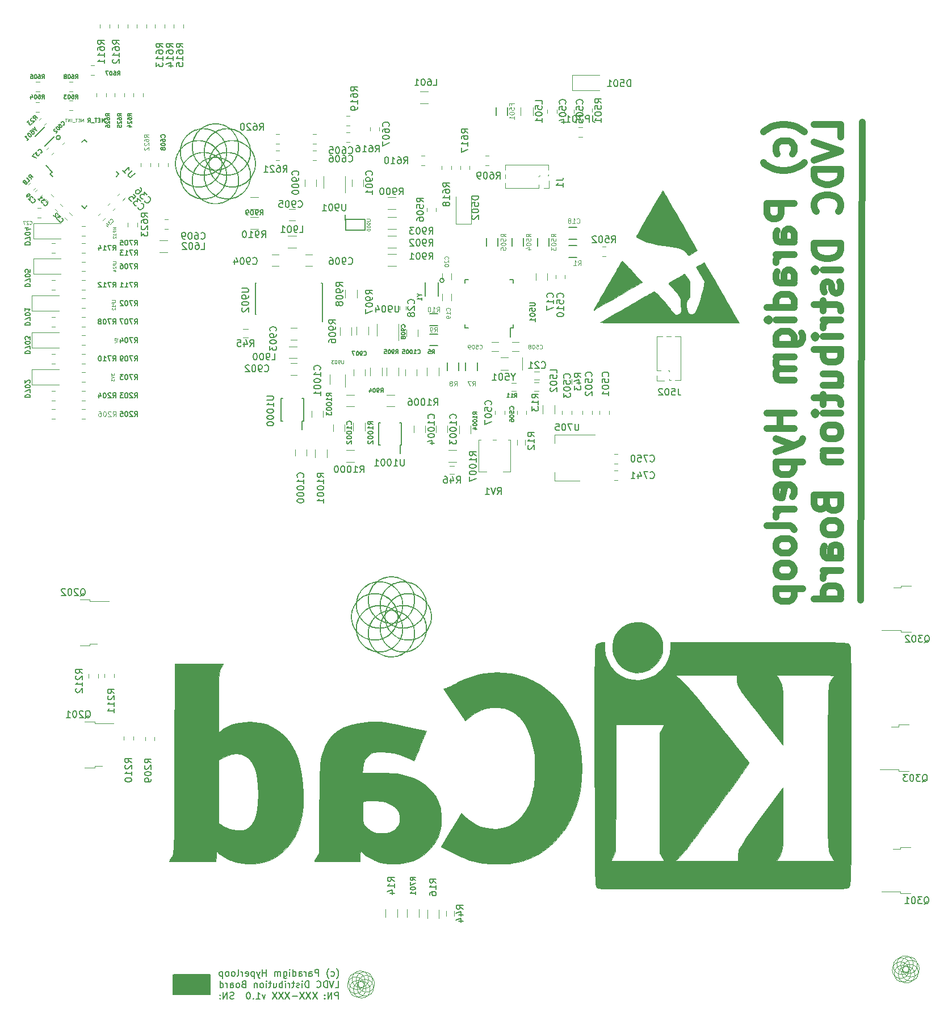
<source format=gbr>
G04 #@! TF.GenerationSoftware,KiCad,Pcbnew,(5.0.2)-1*
G04 #@! TF.CreationDate,2019-05-17T00:02:45-02:30*
G04 #@! TF.ProjectId,LVDC Distribution,4c564443-2044-4697-9374-726962757469,rev?*
G04 #@! TF.SameCoordinates,Original*
G04 #@! TF.FileFunction,Legend,Bot*
G04 #@! TF.FilePolarity,Positive*
%FSLAX46Y46*%
G04 Gerber Fmt 4.6, Leading zero omitted, Abs format (unit mm)*
G04 Created by KiCad (PCBNEW (5.0.2)-1) date 5/17/2019 12:02:45 AM*
%MOMM*%
%LPD*%
G01*
G04 APERTURE LIST*
%ADD10C,0.112500*%
%ADD11C,0.125000*%
%ADD12C,0.150000*%
%ADD13C,1.000000*%
%ADD14C,0.200000*%
%ADD15C,0.050000*%
%ADD16C,0.120000*%
%ADD17C,0.010000*%
%ADD18C,0.100000*%
%ADD19C,0.137500*%
G04 APERTURE END LIST*
D10*
X64003571Y-49914285D02*
X64003571Y-49700000D01*
X64217857Y-49678571D01*
X64196428Y-49700000D01*
X64175000Y-49742857D01*
X64175000Y-49850000D01*
X64196428Y-49892857D01*
X64217857Y-49914285D01*
X64260714Y-49935714D01*
X64367857Y-49935714D01*
X64410714Y-49914285D01*
X64432142Y-49892857D01*
X64453571Y-49850000D01*
X64453571Y-49742857D01*
X64432142Y-49700000D01*
X64410714Y-49678571D01*
X64003571Y-50064285D02*
X64453571Y-50214285D01*
X64003571Y-50364285D01*
X64059821Y-44235714D02*
X64059821Y-44021428D01*
X63609821Y-44021428D01*
X64059821Y-44385714D02*
X63609821Y-44385714D01*
X63609821Y-44557142D01*
X63631250Y-44600000D01*
X63652678Y-44621428D01*
X63695535Y-44642857D01*
X63759821Y-44642857D01*
X63802678Y-44621428D01*
X63824107Y-44600000D01*
X63845535Y-44557142D01*
X63845535Y-44385714D01*
X64059821Y-45071428D02*
X64059821Y-44814285D01*
X64059821Y-44942857D02*
X63609821Y-44942857D01*
X63674107Y-44900000D01*
X63716964Y-44857142D01*
X63738392Y-44814285D01*
X63652678Y-45242857D02*
X63631250Y-45264285D01*
X63609821Y-45307142D01*
X63609821Y-45414285D01*
X63631250Y-45457142D01*
X63652678Y-45478571D01*
X63695535Y-45500000D01*
X63738392Y-45500000D01*
X63802678Y-45478571D01*
X64059821Y-45221428D01*
X64059821Y-45500000D01*
X63503571Y-54942857D02*
X63503571Y-55221428D01*
X63675000Y-55071428D01*
X63675000Y-55135714D01*
X63696428Y-55178571D01*
X63717857Y-55200000D01*
X63760714Y-55221428D01*
X63867857Y-55221428D01*
X63910714Y-55200000D01*
X63932142Y-55178571D01*
X63953571Y-55135714D01*
X63953571Y-55007142D01*
X63932142Y-54964285D01*
X63910714Y-54942857D01*
X63503571Y-55350000D02*
X63953571Y-55500000D01*
X63503571Y-55650000D01*
X63503571Y-55757142D02*
X63503571Y-56035714D01*
X63675000Y-55885714D01*
X63675000Y-55950000D01*
X63696428Y-55992857D01*
X63717857Y-56014285D01*
X63760714Y-56035714D01*
X63867857Y-56035714D01*
X63910714Y-56014285D01*
X63932142Y-55992857D01*
X63953571Y-55950000D01*
X63953571Y-55821428D01*
X63932142Y-55778571D01*
X63910714Y-55757142D01*
X64203571Y-38485714D02*
X64203571Y-38271428D01*
X63753571Y-38271428D01*
X64203571Y-38635714D02*
X63753571Y-38635714D01*
X63753571Y-38807142D01*
X63775000Y-38850000D01*
X63796428Y-38871428D01*
X63839285Y-38892857D01*
X63903571Y-38892857D01*
X63946428Y-38871428D01*
X63967857Y-38850000D01*
X63989285Y-38807142D01*
X63989285Y-38635714D01*
X63796428Y-39064285D02*
X63775000Y-39085714D01*
X63753571Y-39128571D01*
X63753571Y-39235714D01*
X63775000Y-39278571D01*
X63796428Y-39300000D01*
X63839285Y-39321428D01*
X63882142Y-39321428D01*
X63946428Y-39300000D01*
X64203571Y-39042857D01*
X64203571Y-39321428D01*
X63903571Y-39707142D02*
X64203571Y-39707142D01*
X63732142Y-39600000D02*
X64053571Y-39492857D01*
X64053571Y-39771428D01*
X64203571Y-33217857D02*
X63753571Y-33217857D01*
X63967857Y-33217857D02*
X63967857Y-33475000D01*
X64203571Y-33475000D02*
X63753571Y-33475000D01*
X64203571Y-33689285D02*
X63753571Y-33689285D01*
X63753571Y-33860714D01*
X63775000Y-33903571D01*
X63796428Y-33925000D01*
X63839285Y-33946428D01*
X63903571Y-33946428D01*
X63946428Y-33925000D01*
X63967857Y-33903571D01*
X63989285Y-33860714D01*
X63989285Y-33689285D01*
X64203571Y-34375000D02*
X64203571Y-34117857D01*
X64203571Y-34246428D02*
X63753571Y-34246428D01*
X63817857Y-34203571D01*
X63860714Y-34160714D01*
X63882142Y-34117857D01*
X63796428Y-34546428D02*
X63775000Y-34567857D01*
X63753571Y-34610714D01*
X63753571Y-34717857D01*
X63775000Y-34760714D01*
X63796428Y-34782142D01*
X63839285Y-34803571D01*
X63882142Y-34803571D01*
X63946428Y-34782142D01*
X64203571Y-34525000D01*
X64203571Y-34803571D01*
D11*
X59321428Y-17476190D02*
X59321428Y-16976190D01*
X59035714Y-17476190D01*
X59035714Y-16976190D01*
X58797619Y-17214285D02*
X58630952Y-17214285D01*
X58559523Y-17476190D02*
X58797619Y-17476190D01*
X58797619Y-16976190D01*
X58559523Y-16976190D01*
X58416666Y-16976190D02*
X58130952Y-16976190D01*
X58273809Y-17476190D02*
X58273809Y-16976190D01*
X58083333Y-17523809D02*
X57702380Y-17523809D01*
X57583333Y-17476190D02*
X57583333Y-16976190D01*
X57345238Y-17476190D02*
X57345238Y-16976190D01*
X57059523Y-17476190D01*
X57059523Y-16976190D01*
X56892857Y-16976190D02*
X56607142Y-16976190D01*
X56750000Y-17476190D02*
X56750000Y-16976190D01*
D12*
X62450000Y-17521428D02*
X62450000Y-16921428D01*
X62107142Y-17521428D01*
X62107142Y-16921428D01*
X61821428Y-17207142D02*
X61621428Y-17207142D01*
X61535714Y-17521428D02*
X61821428Y-17521428D01*
X61821428Y-16921428D01*
X61535714Y-16921428D01*
X61364285Y-16921428D02*
X61021428Y-16921428D01*
X61192857Y-17521428D02*
X61192857Y-16921428D01*
X60964285Y-17578571D02*
X60507142Y-17578571D01*
X60021428Y-17521428D02*
X60221428Y-17235714D01*
X60364285Y-17521428D02*
X60364285Y-16921428D01*
X60135714Y-16921428D01*
X60078571Y-16950000D01*
X60050000Y-16978571D01*
X60021428Y-17035714D01*
X60021428Y-17121428D01*
X60050000Y-17178571D01*
X60078571Y-17207142D01*
X60135714Y-17235714D01*
X60364285Y-17235714D01*
D13*
X175500000Y-17500000D02*
X175250000Y-88750000D01*
X166833333Y-18995238D02*
X166642857Y-18804761D01*
X166071428Y-18423809D01*
X165690476Y-18233333D01*
X165119047Y-18042857D01*
X164166666Y-17852380D01*
X163404761Y-17852380D01*
X162452380Y-18042857D01*
X161880952Y-18233333D01*
X161500000Y-18423809D01*
X160928571Y-18804761D01*
X160738095Y-18995238D01*
X165119047Y-22233333D02*
X165309523Y-21852380D01*
X165309523Y-21090476D01*
X165119047Y-20709523D01*
X164928571Y-20519047D01*
X164547619Y-20328571D01*
X163404761Y-20328571D01*
X163023809Y-20519047D01*
X162833333Y-20709523D01*
X162642857Y-21090476D01*
X162642857Y-21852380D01*
X162833333Y-22233333D01*
X166833333Y-23566666D02*
X166642857Y-23757142D01*
X166071428Y-24138095D01*
X165690476Y-24328571D01*
X165119047Y-24519047D01*
X164166666Y-24709523D01*
X163404761Y-24709523D01*
X162452380Y-24519047D01*
X161880952Y-24328571D01*
X161500000Y-24138095D01*
X160928571Y-23757142D01*
X160738095Y-23566666D01*
X165309523Y-29661904D02*
X161309523Y-29661904D01*
X161309523Y-31185714D01*
X161500000Y-31566666D01*
X161690476Y-31757142D01*
X162071428Y-31947619D01*
X162642857Y-31947619D01*
X163023809Y-31757142D01*
X163214285Y-31566666D01*
X163404761Y-31185714D01*
X163404761Y-29661904D01*
X165309523Y-35376190D02*
X163214285Y-35376190D01*
X162833333Y-35185714D01*
X162642857Y-34804761D01*
X162642857Y-34042857D01*
X162833333Y-33661904D01*
X165119047Y-35376190D02*
X165309523Y-34995238D01*
X165309523Y-34042857D01*
X165119047Y-33661904D01*
X164738095Y-33471428D01*
X164357142Y-33471428D01*
X163976190Y-33661904D01*
X163785714Y-34042857D01*
X163785714Y-34995238D01*
X163595238Y-35376190D01*
X165309523Y-37280952D02*
X162642857Y-37280952D01*
X163404761Y-37280952D02*
X163023809Y-37471428D01*
X162833333Y-37661904D01*
X162642857Y-38042857D01*
X162642857Y-38423809D01*
X165309523Y-41471428D02*
X163214285Y-41471428D01*
X162833333Y-41280952D01*
X162642857Y-40900000D01*
X162642857Y-40138095D01*
X162833333Y-39757142D01*
X165119047Y-41471428D02*
X165309523Y-41090476D01*
X165309523Y-40138095D01*
X165119047Y-39757142D01*
X164738095Y-39566666D01*
X164357142Y-39566666D01*
X163976190Y-39757142D01*
X163785714Y-40138095D01*
X163785714Y-41090476D01*
X163595238Y-41471428D01*
X165309523Y-45090476D02*
X161309523Y-45090476D01*
X165119047Y-45090476D02*
X165309523Y-44709523D01*
X165309523Y-43947619D01*
X165119047Y-43566666D01*
X164928571Y-43376190D01*
X164547619Y-43185714D01*
X163404761Y-43185714D01*
X163023809Y-43376190D01*
X162833333Y-43566666D01*
X162642857Y-43947619D01*
X162642857Y-44709523D01*
X162833333Y-45090476D01*
X165309523Y-46995238D02*
X162642857Y-46995238D01*
X161309523Y-46995238D02*
X161500000Y-46804761D01*
X161690476Y-46995238D01*
X161500000Y-47185714D01*
X161309523Y-46995238D01*
X161690476Y-46995238D01*
X162642857Y-50614285D02*
X165880952Y-50614285D01*
X166261904Y-50423809D01*
X166452380Y-50233333D01*
X166642857Y-49852380D01*
X166642857Y-49280952D01*
X166452380Y-48900000D01*
X165119047Y-50614285D02*
X165309523Y-50233333D01*
X165309523Y-49471428D01*
X165119047Y-49090476D01*
X164928571Y-48900000D01*
X164547619Y-48709523D01*
X163404761Y-48709523D01*
X163023809Y-48900000D01*
X162833333Y-49090476D01*
X162642857Y-49471428D01*
X162642857Y-50233333D01*
X162833333Y-50614285D01*
X165309523Y-52519047D02*
X162642857Y-52519047D01*
X163023809Y-52519047D02*
X162833333Y-52709523D01*
X162642857Y-53090476D01*
X162642857Y-53661904D01*
X162833333Y-54042857D01*
X163214285Y-54233333D01*
X165309523Y-54233333D01*
X163214285Y-54233333D02*
X162833333Y-54423809D01*
X162642857Y-54804761D01*
X162642857Y-55376190D01*
X162833333Y-55757142D01*
X163214285Y-55947619D01*
X165309523Y-55947619D01*
X165309523Y-60900000D02*
X161309523Y-60900000D01*
X163214285Y-60900000D02*
X163214285Y-63185714D01*
X165309523Y-63185714D02*
X161309523Y-63185714D01*
X162642857Y-64709523D02*
X165309523Y-65661904D01*
X162642857Y-66614285D02*
X165309523Y-65661904D01*
X166261904Y-65280952D01*
X166452380Y-65090476D01*
X166642857Y-64709523D01*
X162642857Y-68138095D02*
X166642857Y-68138095D01*
X162833333Y-68138095D02*
X162642857Y-68519047D01*
X162642857Y-69280952D01*
X162833333Y-69661904D01*
X163023809Y-69852380D01*
X163404761Y-70042857D01*
X164547619Y-70042857D01*
X164928571Y-69852380D01*
X165119047Y-69661904D01*
X165309523Y-69280952D01*
X165309523Y-68519047D01*
X165119047Y-68138095D01*
X165119047Y-73280952D02*
X165309523Y-72900000D01*
X165309523Y-72138095D01*
X165119047Y-71757142D01*
X164738095Y-71566666D01*
X163214285Y-71566666D01*
X162833333Y-71757142D01*
X162642857Y-72138095D01*
X162642857Y-72900000D01*
X162833333Y-73280952D01*
X163214285Y-73471428D01*
X163595238Y-73471428D01*
X163976190Y-71566666D01*
X165309523Y-75185714D02*
X162642857Y-75185714D01*
X163404761Y-75185714D02*
X163023809Y-75376190D01*
X162833333Y-75566666D01*
X162642857Y-75947619D01*
X162642857Y-76328571D01*
X165309523Y-78233333D02*
X165119047Y-77852380D01*
X164738095Y-77661904D01*
X161309523Y-77661904D01*
X165309523Y-80328571D02*
X165119047Y-79947619D01*
X164928571Y-79757142D01*
X164547619Y-79566666D01*
X163404761Y-79566666D01*
X163023809Y-79757142D01*
X162833333Y-79947619D01*
X162642857Y-80328571D01*
X162642857Y-80900000D01*
X162833333Y-81280952D01*
X163023809Y-81471428D01*
X163404761Y-81661904D01*
X164547619Y-81661904D01*
X164928571Y-81471428D01*
X165119047Y-81280952D01*
X165309523Y-80900000D01*
X165309523Y-80328571D01*
X165309523Y-83947619D02*
X165119047Y-83566666D01*
X164928571Y-83376190D01*
X164547619Y-83185714D01*
X163404761Y-83185714D01*
X163023809Y-83376190D01*
X162833333Y-83566666D01*
X162642857Y-83947619D01*
X162642857Y-84519047D01*
X162833333Y-84900000D01*
X163023809Y-85090476D01*
X163404761Y-85280952D01*
X164547619Y-85280952D01*
X164928571Y-85090476D01*
X165119047Y-84900000D01*
X165309523Y-84519047D01*
X165309523Y-83947619D01*
X162642857Y-86995238D02*
X166642857Y-86995238D01*
X162833333Y-86995238D02*
X162642857Y-87376190D01*
X162642857Y-88138095D01*
X162833333Y-88519047D01*
X163023809Y-88709523D01*
X163404761Y-88900000D01*
X164547619Y-88900000D01*
X164928571Y-88709523D01*
X165119047Y-88519047D01*
X165309523Y-88138095D01*
X165309523Y-87376190D01*
X165119047Y-86995238D01*
X172309523Y-19757142D02*
X172309523Y-17852380D01*
X168309523Y-17852380D01*
X168309523Y-20519047D02*
X172309523Y-21852380D01*
X168309523Y-23185714D01*
X172309523Y-24519047D02*
X168309523Y-24519047D01*
X168309523Y-25471428D01*
X168500000Y-26042857D01*
X168880952Y-26423809D01*
X169261904Y-26614285D01*
X170023809Y-26804761D01*
X170595238Y-26804761D01*
X171357142Y-26614285D01*
X171738095Y-26423809D01*
X172119047Y-26042857D01*
X172309523Y-25471428D01*
X172309523Y-24519047D01*
X171928571Y-30804761D02*
X172119047Y-30614285D01*
X172309523Y-30042857D01*
X172309523Y-29661904D01*
X172119047Y-29090476D01*
X171738095Y-28709523D01*
X171357142Y-28519047D01*
X170595238Y-28328571D01*
X170023809Y-28328571D01*
X169261904Y-28519047D01*
X168880952Y-28709523D01*
X168500000Y-29090476D01*
X168309523Y-29661904D01*
X168309523Y-30042857D01*
X168500000Y-30614285D01*
X168690476Y-30804761D01*
X172309523Y-35566666D02*
X168309523Y-35566666D01*
X168309523Y-36519047D01*
X168500000Y-37090476D01*
X168880952Y-37471428D01*
X169261904Y-37661904D01*
X170023809Y-37852380D01*
X170595238Y-37852380D01*
X171357142Y-37661904D01*
X171738095Y-37471428D01*
X172119047Y-37090476D01*
X172309523Y-36519047D01*
X172309523Y-35566666D01*
X172309523Y-39566666D02*
X169642857Y-39566666D01*
X168309523Y-39566666D02*
X168500000Y-39376190D01*
X168690476Y-39566666D01*
X168500000Y-39757142D01*
X168309523Y-39566666D01*
X168690476Y-39566666D01*
X172119047Y-41280952D02*
X172309523Y-41661904D01*
X172309523Y-42423809D01*
X172119047Y-42804761D01*
X171738095Y-42995238D01*
X171547619Y-42995238D01*
X171166666Y-42804761D01*
X170976190Y-42423809D01*
X170976190Y-41852380D01*
X170785714Y-41471428D01*
X170404761Y-41280952D01*
X170214285Y-41280952D01*
X169833333Y-41471428D01*
X169642857Y-41852380D01*
X169642857Y-42423809D01*
X169833333Y-42804761D01*
X169642857Y-44138095D02*
X169642857Y-45661904D01*
X168309523Y-44709523D02*
X171738095Y-44709523D01*
X172119047Y-44900000D01*
X172309523Y-45280952D01*
X172309523Y-45661904D01*
X172309523Y-46995238D02*
X169642857Y-46995238D01*
X170404761Y-46995238D02*
X170023809Y-47185714D01*
X169833333Y-47376190D01*
X169642857Y-47757142D01*
X169642857Y-48138095D01*
X172309523Y-49471428D02*
X169642857Y-49471428D01*
X168309523Y-49471428D02*
X168500000Y-49280952D01*
X168690476Y-49471428D01*
X168500000Y-49661904D01*
X168309523Y-49471428D01*
X168690476Y-49471428D01*
X172309523Y-51376190D02*
X168309523Y-51376190D01*
X169833333Y-51376190D02*
X169642857Y-51757142D01*
X169642857Y-52519047D01*
X169833333Y-52900000D01*
X170023809Y-53090476D01*
X170404761Y-53280952D01*
X171547619Y-53280952D01*
X171928571Y-53090476D01*
X172119047Y-52900000D01*
X172309523Y-52519047D01*
X172309523Y-51757142D01*
X172119047Y-51376190D01*
X169642857Y-56709523D02*
X172309523Y-56709523D01*
X169642857Y-54995238D02*
X171738095Y-54995238D01*
X172119047Y-55185714D01*
X172309523Y-55566666D01*
X172309523Y-56138095D01*
X172119047Y-56519047D01*
X171928571Y-56709523D01*
X169642857Y-58042857D02*
X169642857Y-59566666D01*
X168309523Y-58614285D02*
X171738095Y-58614285D01*
X172119047Y-58804761D01*
X172309523Y-59185714D01*
X172309523Y-59566666D01*
X172309523Y-60899999D02*
X169642857Y-60899999D01*
X168309523Y-60899999D02*
X168500000Y-60709523D01*
X168690476Y-60899999D01*
X168500000Y-61090476D01*
X168309523Y-60899999D01*
X168690476Y-60899999D01*
X172309523Y-63376190D02*
X172119047Y-62995238D01*
X171928571Y-62804761D01*
X171547619Y-62614285D01*
X170404761Y-62614285D01*
X170023809Y-62804761D01*
X169833333Y-62995238D01*
X169642857Y-63376190D01*
X169642857Y-63947619D01*
X169833333Y-64328571D01*
X170023809Y-64519047D01*
X170404761Y-64709523D01*
X171547619Y-64709523D01*
X171928571Y-64519047D01*
X172119047Y-64328571D01*
X172309523Y-63947619D01*
X172309523Y-63376190D01*
X169642857Y-66423809D02*
X172309523Y-66423809D01*
X170023809Y-66423809D02*
X169833333Y-66614285D01*
X169642857Y-66995238D01*
X169642857Y-67566666D01*
X169833333Y-67947619D01*
X170214285Y-68138095D01*
X172309523Y-68138095D01*
X170214285Y-74423809D02*
X170404761Y-74995238D01*
X170595238Y-75185714D01*
X170976190Y-75376190D01*
X171547619Y-75376190D01*
X171928571Y-75185714D01*
X172119047Y-74995238D01*
X172309523Y-74614285D01*
X172309523Y-73090476D01*
X168309523Y-73090476D01*
X168309523Y-74423809D01*
X168500000Y-74804761D01*
X168690476Y-74995238D01*
X169071428Y-75185714D01*
X169452380Y-75185714D01*
X169833333Y-74995238D01*
X170023809Y-74804761D01*
X170214285Y-74423809D01*
X170214285Y-73090476D01*
X172309523Y-77661904D02*
X172119047Y-77280952D01*
X171928571Y-77090476D01*
X171547619Y-76899999D01*
X170404761Y-76899999D01*
X170023809Y-77090476D01*
X169833333Y-77280952D01*
X169642857Y-77661904D01*
X169642857Y-78233333D01*
X169833333Y-78614285D01*
X170023809Y-78804761D01*
X170404761Y-78995238D01*
X171547619Y-78995238D01*
X171928571Y-78804761D01*
X172119047Y-78614285D01*
X172309523Y-78233333D01*
X172309523Y-77661904D01*
X172309523Y-82423809D02*
X170214285Y-82423809D01*
X169833333Y-82233333D01*
X169642857Y-81852380D01*
X169642857Y-81090476D01*
X169833333Y-80709523D01*
X172119047Y-82423809D02*
X172309523Y-82042857D01*
X172309523Y-81090476D01*
X172119047Y-80709523D01*
X171738095Y-80519047D01*
X171357142Y-80519047D01*
X170976190Y-80709523D01*
X170785714Y-81090476D01*
X170785714Y-82042857D01*
X170595238Y-82423809D01*
X172309523Y-84328571D02*
X169642857Y-84328571D01*
X170404761Y-84328571D02*
X170023809Y-84519047D01*
X169833333Y-84709523D01*
X169642857Y-85090476D01*
X169642857Y-85471428D01*
X172309523Y-88519047D02*
X168309523Y-88519047D01*
X172119047Y-88519047D02*
X172309523Y-88138095D01*
X172309523Y-87376190D01*
X172119047Y-86995238D01*
X171928571Y-86804761D01*
X171547619Y-86614285D01*
X170404761Y-86614285D01*
X170023809Y-86804761D01*
X169833333Y-86995238D01*
X169642857Y-87376190D01*
X169642857Y-88138095D01*
X169833333Y-88519047D01*
D14*
X97096190Y-145133333D02*
X97143809Y-145085714D01*
X97239047Y-144942857D01*
X97286666Y-144847619D01*
X97334285Y-144704761D01*
X97381904Y-144466666D01*
X97381904Y-144276190D01*
X97334285Y-144038095D01*
X97286666Y-143895238D01*
X97239047Y-143800000D01*
X97143809Y-143657142D01*
X97096190Y-143609523D01*
X96286666Y-144704761D02*
X96381904Y-144752380D01*
X96572380Y-144752380D01*
X96667619Y-144704761D01*
X96715238Y-144657142D01*
X96762857Y-144561904D01*
X96762857Y-144276190D01*
X96715238Y-144180952D01*
X96667619Y-144133333D01*
X96572380Y-144085714D01*
X96381904Y-144085714D01*
X96286666Y-144133333D01*
X95953333Y-145133333D02*
X95905714Y-145085714D01*
X95810476Y-144942857D01*
X95762857Y-144847619D01*
X95715238Y-144704761D01*
X95667619Y-144466666D01*
X95667619Y-144276190D01*
X95715238Y-144038095D01*
X95762857Y-143895238D01*
X95810476Y-143800000D01*
X95905714Y-143657142D01*
X95953333Y-143609523D01*
X94429523Y-144752380D02*
X94429523Y-143752380D01*
X94048571Y-143752380D01*
X93953333Y-143800000D01*
X93905714Y-143847619D01*
X93858095Y-143942857D01*
X93858095Y-144085714D01*
X93905714Y-144180952D01*
X93953333Y-144228571D01*
X94048571Y-144276190D01*
X94429523Y-144276190D01*
X93000952Y-144752380D02*
X93000952Y-144228571D01*
X93048571Y-144133333D01*
X93143809Y-144085714D01*
X93334285Y-144085714D01*
X93429523Y-144133333D01*
X93000952Y-144704761D02*
X93096190Y-144752380D01*
X93334285Y-144752380D01*
X93429523Y-144704761D01*
X93477142Y-144609523D01*
X93477142Y-144514285D01*
X93429523Y-144419047D01*
X93334285Y-144371428D01*
X93096190Y-144371428D01*
X93000952Y-144323809D01*
X92524761Y-144752380D02*
X92524761Y-144085714D01*
X92524761Y-144276190D02*
X92477142Y-144180952D01*
X92429523Y-144133333D01*
X92334285Y-144085714D01*
X92239047Y-144085714D01*
X91477142Y-144752380D02*
X91477142Y-144228571D01*
X91524761Y-144133333D01*
X91620000Y-144085714D01*
X91810476Y-144085714D01*
X91905714Y-144133333D01*
X91477142Y-144704761D02*
X91572380Y-144752380D01*
X91810476Y-144752380D01*
X91905714Y-144704761D01*
X91953333Y-144609523D01*
X91953333Y-144514285D01*
X91905714Y-144419047D01*
X91810476Y-144371428D01*
X91572380Y-144371428D01*
X91477142Y-144323809D01*
X90572380Y-144752380D02*
X90572380Y-143752380D01*
X90572380Y-144704761D02*
X90667619Y-144752380D01*
X90858095Y-144752380D01*
X90953333Y-144704761D01*
X91000952Y-144657142D01*
X91048571Y-144561904D01*
X91048571Y-144276190D01*
X91000952Y-144180952D01*
X90953333Y-144133333D01*
X90858095Y-144085714D01*
X90667619Y-144085714D01*
X90572380Y-144133333D01*
X90096190Y-144752380D02*
X90096190Y-144085714D01*
X90096190Y-143752380D02*
X90143809Y-143800000D01*
X90096190Y-143847619D01*
X90048571Y-143800000D01*
X90096190Y-143752380D01*
X90096190Y-143847619D01*
X89191428Y-144085714D02*
X89191428Y-144895238D01*
X89239047Y-144990476D01*
X89286666Y-145038095D01*
X89381904Y-145085714D01*
X89524761Y-145085714D01*
X89620000Y-145038095D01*
X89191428Y-144704761D02*
X89286666Y-144752380D01*
X89477142Y-144752380D01*
X89572380Y-144704761D01*
X89620000Y-144657142D01*
X89667619Y-144561904D01*
X89667619Y-144276190D01*
X89620000Y-144180952D01*
X89572380Y-144133333D01*
X89477142Y-144085714D01*
X89286666Y-144085714D01*
X89191428Y-144133333D01*
X88715238Y-144752380D02*
X88715238Y-144085714D01*
X88715238Y-144180952D02*
X88667619Y-144133333D01*
X88572380Y-144085714D01*
X88429523Y-144085714D01*
X88334285Y-144133333D01*
X88286666Y-144228571D01*
X88286666Y-144752380D01*
X88286666Y-144228571D02*
X88239047Y-144133333D01*
X88143809Y-144085714D01*
X88000952Y-144085714D01*
X87905714Y-144133333D01*
X87858095Y-144228571D01*
X87858095Y-144752380D01*
X86620000Y-144752380D02*
X86620000Y-143752380D01*
X86620000Y-144228571D02*
X86048571Y-144228571D01*
X86048571Y-144752380D02*
X86048571Y-143752380D01*
X85667619Y-144085714D02*
X85429523Y-144752380D01*
X85191428Y-144085714D02*
X85429523Y-144752380D01*
X85524761Y-144990476D01*
X85572380Y-145038095D01*
X85667619Y-145085714D01*
X84810476Y-144085714D02*
X84810476Y-145085714D01*
X84810476Y-144133333D02*
X84715238Y-144085714D01*
X84524761Y-144085714D01*
X84429523Y-144133333D01*
X84381904Y-144180952D01*
X84334285Y-144276190D01*
X84334285Y-144561904D01*
X84381904Y-144657142D01*
X84429523Y-144704761D01*
X84524761Y-144752380D01*
X84715238Y-144752380D01*
X84810476Y-144704761D01*
X83524761Y-144704761D02*
X83620000Y-144752380D01*
X83810476Y-144752380D01*
X83905714Y-144704761D01*
X83953333Y-144609523D01*
X83953333Y-144228571D01*
X83905714Y-144133333D01*
X83810476Y-144085714D01*
X83620000Y-144085714D01*
X83524761Y-144133333D01*
X83477142Y-144228571D01*
X83477142Y-144323809D01*
X83953333Y-144419047D01*
X83048571Y-144752380D02*
X83048571Y-144085714D01*
X83048571Y-144276190D02*
X83000952Y-144180952D01*
X82953333Y-144133333D01*
X82858095Y-144085714D01*
X82762857Y-144085714D01*
X82286666Y-144752380D02*
X82381904Y-144704761D01*
X82429523Y-144609523D01*
X82429523Y-143752380D01*
X81762857Y-144752380D02*
X81858095Y-144704761D01*
X81905714Y-144657142D01*
X81953333Y-144561904D01*
X81953333Y-144276190D01*
X81905714Y-144180952D01*
X81858095Y-144133333D01*
X81762857Y-144085714D01*
X81620000Y-144085714D01*
X81524761Y-144133333D01*
X81477142Y-144180952D01*
X81429523Y-144276190D01*
X81429523Y-144561904D01*
X81477142Y-144657142D01*
X81524761Y-144704761D01*
X81620000Y-144752380D01*
X81762857Y-144752380D01*
X80858095Y-144752380D02*
X80953333Y-144704761D01*
X81000952Y-144657142D01*
X81048571Y-144561904D01*
X81048571Y-144276190D01*
X81000952Y-144180952D01*
X80953333Y-144133333D01*
X80858095Y-144085714D01*
X80715238Y-144085714D01*
X80620000Y-144133333D01*
X80572380Y-144180952D01*
X80524761Y-144276190D01*
X80524761Y-144561904D01*
X80572380Y-144657142D01*
X80620000Y-144704761D01*
X80715238Y-144752380D01*
X80858095Y-144752380D01*
X80096190Y-144085714D02*
X80096190Y-145085714D01*
X80096190Y-144133333D02*
X80000952Y-144085714D01*
X79810476Y-144085714D01*
X79715238Y-144133333D01*
X79667619Y-144180952D01*
X79620000Y-144276190D01*
X79620000Y-144561904D01*
X79667619Y-144657142D01*
X79715238Y-144704761D01*
X79810476Y-144752380D01*
X80000952Y-144752380D01*
X80096190Y-144704761D01*
X96905714Y-146452380D02*
X97381904Y-146452380D01*
X97381904Y-145452380D01*
X96715238Y-145452380D02*
X96381904Y-146452380D01*
X96048571Y-145452380D01*
X95715238Y-146452380D02*
X95715238Y-145452380D01*
X95477142Y-145452380D01*
X95334285Y-145500000D01*
X95239047Y-145595238D01*
X95191428Y-145690476D01*
X95143809Y-145880952D01*
X95143809Y-146023809D01*
X95191428Y-146214285D01*
X95239047Y-146309523D01*
X95334285Y-146404761D01*
X95477142Y-146452380D01*
X95715238Y-146452380D01*
X94143809Y-146357142D02*
X94191428Y-146404761D01*
X94334285Y-146452380D01*
X94429523Y-146452380D01*
X94572380Y-146404761D01*
X94667619Y-146309523D01*
X94715238Y-146214285D01*
X94762857Y-146023809D01*
X94762857Y-145880952D01*
X94715238Y-145690476D01*
X94667619Y-145595238D01*
X94572380Y-145500000D01*
X94429523Y-145452380D01*
X94334285Y-145452380D01*
X94191428Y-145500000D01*
X94143809Y-145547619D01*
X92953333Y-146452380D02*
X92953333Y-145452380D01*
X92715238Y-145452380D01*
X92572380Y-145500000D01*
X92477142Y-145595238D01*
X92429523Y-145690476D01*
X92381904Y-145880952D01*
X92381904Y-146023809D01*
X92429523Y-146214285D01*
X92477142Y-146309523D01*
X92572380Y-146404761D01*
X92715238Y-146452380D01*
X92953333Y-146452380D01*
X91953333Y-146452380D02*
X91953333Y-145785714D01*
X91953333Y-145452380D02*
X92000952Y-145500000D01*
X91953333Y-145547619D01*
X91905714Y-145500000D01*
X91953333Y-145452380D01*
X91953333Y-145547619D01*
X91524761Y-146404761D02*
X91429523Y-146452380D01*
X91239047Y-146452380D01*
X91143809Y-146404761D01*
X91096190Y-146309523D01*
X91096190Y-146261904D01*
X91143809Y-146166666D01*
X91239047Y-146119047D01*
X91381904Y-146119047D01*
X91477142Y-146071428D01*
X91524761Y-145976190D01*
X91524761Y-145928571D01*
X91477142Y-145833333D01*
X91381904Y-145785714D01*
X91239047Y-145785714D01*
X91143809Y-145833333D01*
X90810476Y-145785714D02*
X90429523Y-145785714D01*
X90667619Y-145452380D02*
X90667619Y-146309523D01*
X90620000Y-146404761D01*
X90524761Y-146452380D01*
X90429523Y-146452380D01*
X90096190Y-146452380D02*
X90096190Y-145785714D01*
X90096190Y-145976190D02*
X90048571Y-145880952D01*
X90000952Y-145833333D01*
X89905714Y-145785714D01*
X89810476Y-145785714D01*
X89477142Y-146452380D02*
X89477142Y-145785714D01*
X89477142Y-145452380D02*
X89524761Y-145500000D01*
X89477142Y-145547619D01*
X89429523Y-145500000D01*
X89477142Y-145452380D01*
X89477142Y-145547619D01*
X89000952Y-146452380D02*
X89000952Y-145452380D01*
X89000952Y-145833333D02*
X88905714Y-145785714D01*
X88715238Y-145785714D01*
X88620000Y-145833333D01*
X88572380Y-145880952D01*
X88524761Y-145976190D01*
X88524761Y-146261904D01*
X88572380Y-146357142D01*
X88620000Y-146404761D01*
X88715238Y-146452380D01*
X88905714Y-146452380D01*
X89000952Y-146404761D01*
X87667619Y-145785714D02*
X87667619Y-146452380D01*
X88096190Y-145785714D02*
X88096190Y-146309523D01*
X88048571Y-146404761D01*
X87953333Y-146452380D01*
X87810476Y-146452380D01*
X87715238Y-146404761D01*
X87667619Y-146357142D01*
X87334285Y-145785714D02*
X86953333Y-145785714D01*
X87191428Y-145452380D02*
X87191428Y-146309523D01*
X87143809Y-146404761D01*
X87048571Y-146452380D01*
X86953333Y-146452380D01*
X86620000Y-146452380D02*
X86620000Y-145785714D01*
X86620000Y-145452380D02*
X86667619Y-145500000D01*
X86620000Y-145547619D01*
X86572380Y-145500000D01*
X86620000Y-145452380D01*
X86620000Y-145547619D01*
X86000952Y-146452380D02*
X86096190Y-146404761D01*
X86143809Y-146357142D01*
X86191428Y-146261904D01*
X86191428Y-145976190D01*
X86143809Y-145880952D01*
X86096190Y-145833333D01*
X86000952Y-145785714D01*
X85858095Y-145785714D01*
X85762857Y-145833333D01*
X85715238Y-145880952D01*
X85667619Y-145976190D01*
X85667619Y-146261904D01*
X85715238Y-146357142D01*
X85762857Y-146404761D01*
X85858095Y-146452380D01*
X86000952Y-146452380D01*
X85239047Y-145785714D02*
X85239047Y-146452380D01*
X85239047Y-145880952D02*
X85191428Y-145833333D01*
X85096190Y-145785714D01*
X84953333Y-145785714D01*
X84858095Y-145833333D01*
X84810476Y-145928571D01*
X84810476Y-146452380D01*
X83239047Y-145928571D02*
X83096190Y-145976190D01*
X83048571Y-146023809D01*
X83000952Y-146119047D01*
X83000952Y-146261904D01*
X83048571Y-146357142D01*
X83096190Y-146404761D01*
X83191428Y-146452380D01*
X83572380Y-146452380D01*
X83572380Y-145452380D01*
X83239047Y-145452380D01*
X83143809Y-145500000D01*
X83096190Y-145547619D01*
X83048571Y-145642857D01*
X83048571Y-145738095D01*
X83096190Y-145833333D01*
X83143809Y-145880952D01*
X83239047Y-145928571D01*
X83572380Y-145928571D01*
X82429523Y-146452380D02*
X82524761Y-146404761D01*
X82572380Y-146357142D01*
X82620000Y-146261904D01*
X82620000Y-145976190D01*
X82572380Y-145880952D01*
X82524761Y-145833333D01*
X82429523Y-145785714D01*
X82286666Y-145785714D01*
X82191428Y-145833333D01*
X82143809Y-145880952D01*
X82096190Y-145976190D01*
X82096190Y-146261904D01*
X82143809Y-146357142D01*
X82191428Y-146404761D01*
X82286666Y-146452380D01*
X82429523Y-146452380D01*
X81239047Y-146452380D02*
X81239047Y-145928571D01*
X81286666Y-145833333D01*
X81381904Y-145785714D01*
X81572380Y-145785714D01*
X81667619Y-145833333D01*
X81239047Y-146404761D02*
X81334285Y-146452380D01*
X81572380Y-146452380D01*
X81667619Y-146404761D01*
X81715238Y-146309523D01*
X81715238Y-146214285D01*
X81667619Y-146119047D01*
X81572380Y-146071428D01*
X81334285Y-146071428D01*
X81239047Y-146023809D01*
X80762857Y-146452380D02*
X80762857Y-145785714D01*
X80762857Y-145976190D02*
X80715238Y-145880952D01*
X80667619Y-145833333D01*
X80572380Y-145785714D01*
X80477142Y-145785714D01*
X79715238Y-146452380D02*
X79715238Y-145452380D01*
X79715238Y-146404761D02*
X79810476Y-146452380D01*
X80000952Y-146452380D01*
X80096190Y-146404761D01*
X80143809Y-146357142D01*
X80191428Y-146261904D01*
X80191428Y-145976190D01*
X80143809Y-145880952D01*
X80096190Y-145833333D01*
X80000952Y-145785714D01*
X79810476Y-145785714D01*
X79715238Y-145833333D01*
X97381904Y-148152380D02*
X97381904Y-147152380D01*
X97000952Y-147152380D01*
X96905714Y-147200000D01*
X96858095Y-147247619D01*
X96810476Y-147342857D01*
X96810476Y-147485714D01*
X96858095Y-147580952D01*
X96905714Y-147628571D01*
X97000952Y-147676190D01*
X97381904Y-147676190D01*
X96381904Y-148152380D02*
X96381904Y-147152380D01*
X95810476Y-148152380D01*
X95810476Y-147152380D01*
X95334285Y-148057142D02*
X95286666Y-148104761D01*
X95334285Y-148152380D01*
X95381904Y-148104761D01*
X95334285Y-148057142D01*
X95334285Y-148152380D01*
X95334285Y-147533333D02*
X95286666Y-147580952D01*
X95334285Y-147628571D01*
X95381904Y-147580952D01*
X95334285Y-147533333D01*
X95334285Y-147628571D01*
X94191428Y-147152380D02*
X93524761Y-148152380D01*
X93524761Y-147152380D02*
X94191428Y-148152380D01*
X93239047Y-147152380D02*
X92572380Y-148152380D01*
X92572380Y-147152380D02*
X93239047Y-148152380D01*
X92286666Y-147152380D02*
X91620000Y-148152380D01*
X91620000Y-147152380D02*
X92286666Y-148152380D01*
X91239047Y-147771428D02*
X90477142Y-147771428D01*
X90096190Y-147152380D02*
X89429523Y-148152380D01*
X89429523Y-147152380D02*
X90096190Y-148152380D01*
X89143809Y-147152380D02*
X88477142Y-148152380D01*
X88477142Y-147152380D02*
X89143809Y-148152380D01*
X88191428Y-147152380D02*
X87524761Y-148152380D01*
X87524761Y-147152380D02*
X88191428Y-148152380D01*
X86477142Y-147485714D02*
X86239047Y-148152380D01*
X86000952Y-147485714D01*
X85096190Y-148152380D02*
X85667619Y-148152380D01*
X85381904Y-148152380D02*
X85381904Y-147152380D01*
X85477142Y-147295238D01*
X85572380Y-147390476D01*
X85667619Y-147438095D01*
X84667619Y-148057142D02*
X84620000Y-148104761D01*
X84667619Y-148152380D01*
X84715238Y-148104761D01*
X84667619Y-148057142D01*
X84667619Y-148152380D01*
X84000952Y-147152380D02*
X83905714Y-147152380D01*
X83810476Y-147200000D01*
X83762857Y-147247619D01*
X83715238Y-147342857D01*
X83667619Y-147533333D01*
X83667619Y-147771428D01*
X83715238Y-147961904D01*
X83762857Y-148057142D01*
X83810476Y-148104761D01*
X83905714Y-148152380D01*
X84000952Y-148152380D01*
X84096190Y-148104761D01*
X84143809Y-148057142D01*
X84191428Y-147961904D01*
X84239047Y-147771428D01*
X84239047Y-147533333D01*
X84191428Y-147342857D01*
X84143809Y-147247619D01*
X84096190Y-147200000D01*
X84000952Y-147152380D01*
X81762857Y-148104761D02*
X81620000Y-148152380D01*
X81381904Y-148152380D01*
X81286666Y-148104761D01*
X81239047Y-148057142D01*
X81191428Y-147961904D01*
X81191428Y-147866666D01*
X81239047Y-147771428D01*
X81286666Y-147723809D01*
X81381904Y-147676190D01*
X81572380Y-147628571D01*
X81667619Y-147580952D01*
X81715238Y-147533333D01*
X81762857Y-147438095D01*
X81762857Y-147342857D01*
X81715238Y-147247619D01*
X81667619Y-147200000D01*
X81572380Y-147152380D01*
X81334285Y-147152380D01*
X81191428Y-147200000D01*
X80762857Y-148152380D02*
X80762857Y-147152380D01*
X80191428Y-148152380D01*
X80191428Y-147152380D01*
X79715238Y-148057142D02*
X79667619Y-148104761D01*
X79715238Y-148152380D01*
X79762857Y-148104761D01*
X79715238Y-148057142D01*
X79715238Y-148152380D01*
X79715238Y-147533333D02*
X79667619Y-147580952D01*
X79715238Y-147628571D01*
X79762857Y-147580952D01*
X79715238Y-147533333D01*
X79715238Y-147628571D01*
D12*
G04 #@! TO.C,Y1*
X113126447Y-41090001D02*
G75*
G03X113126447Y-41090001I-311447J0D01*
G01*
X110275000Y-43400000D02*
X110275000Y-41400000D01*
X112275000Y-41400000D02*
X112275000Y-43400000D01*
D15*
G04 #@! TO.C,lo3*
X101193424Y-146108503D02*
G75*
G03X101193424Y-146108503I-1232947J0D01*
G01*
X101501393Y-146635000D02*
G75*
G03X101501393Y-146635000I-1232947J0D01*
G01*
X102091450Y-146789523D02*
G75*
G03X102091450Y-146789523I-1232947J0D01*
G01*
X102617947Y-146481554D02*
G75*
G03X102617947Y-146481554I-1232947J0D01*
G01*
X102772470Y-145891497D02*
G75*
G03X102772470Y-145891497I-1232947J0D01*
G01*
X102464501Y-145365000D02*
G75*
G03X102464501Y-145365000I-1232947J0D01*
G01*
X101874444Y-145210477D02*
G75*
G03X101874444Y-145210477I-1232947J0D01*
G01*
X101347947Y-145518446D02*
G75*
G03X101347947Y-145518446I-1232947J0D01*
G01*
D12*
G04 #@! TO.C,lo1*
X78250000Y-147516696D02*
X78250000Y-144516696D01*
X72750000Y-147516696D02*
X72750000Y-144516696D01*
X72800000Y-147516696D02*
X78200000Y-147516696D01*
X78200000Y-147416696D02*
X72800000Y-147416696D01*
X72800000Y-147316696D02*
X78200000Y-147316696D01*
X78200000Y-147216696D02*
X72800000Y-147216696D01*
X72800000Y-147116696D02*
X78200000Y-147116696D01*
X78200000Y-147016696D02*
X72800000Y-147016696D01*
X72800000Y-146916696D02*
X78200000Y-146916696D01*
X78200000Y-146816696D02*
X72800000Y-146816696D01*
X72800000Y-146716696D02*
X78200000Y-146716696D01*
X78200000Y-146616696D02*
X72800000Y-146616696D01*
X72800000Y-146516696D02*
X78200000Y-146516696D01*
X78200000Y-146416696D02*
X72800000Y-146416696D01*
X72800000Y-146316696D02*
X78200000Y-146316696D01*
X78200000Y-146216696D02*
X72800000Y-146216696D01*
X72800000Y-146116696D02*
X78200000Y-146116696D01*
X78200000Y-146016696D02*
X72800000Y-146016696D01*
X72800000Y-145916696D02*
X78200000Y-145916696D01*
X78200000Y-145816696D02*
X72800000Y-145816696D01*
X72800000Y-145716696D02*
X78200000Y-145716696D01*
X78200000Y-145616696D02*
X72800000Y-145616696D01*
X72800000Y-145516696D02*
X78200000Y-145516696D01*
X78200000Y-145416696D02*
X72800000Y-145416696D01*
X72800000Y-145316696D02*
X78200000Y-145316696D01*
X78200000Y-145216696D02*
X72800000Y-145216696D01*
X72800000Y-145116696D02*
X78200000Y-145116696D01*
X78200000Y-145016696D02*
X72800000Y-145016696D01*
X72800000Y-144916696D02*
X78200000Y-144916696D01*
X78200000Y-144816696D02*
X72800000Y-144816696D01*
X72800000Y-144716696D02*
X78200000Y-144716696D01*
X78200000Y-144616696D02*
X72800000Y-144616696D01*
X72800000Y-144516696D02*
X78200000Y-144516696D01*
D16*
G04 #@! TO.C,R1006*
X105750000Y-58120000D02*
X104550000Y-58120000D01*
X104550000Y-59880000D02*
X105750000Y-59880000D01*
G04 #@! TO.C,C501*
X137720000Y-61046252D02*
X137720000Y-60523748D01*
X136300000Y-61046252D02*
X136300000Y-60523748D01*
G04 #@! TO.C,C502*
X133750000Y-61046252D02*
X133750000Y-60523748D01*
X135170000Y-61046252D02*
X135170000Y-60523748D01*
G04 #@! TO.C,C503*
X132170000Y-61046252D02*
X132170000Y-60523748D01*
X130750000Y-61046252D02*
X130750000Y-60523748D01*
G04 #@! TO.C,C504*
X129923655Y-16152649D02*
X129923655Y-15630145D01*
X128503655Y-16152649D02*
X128503655Y-15630145D01*
G04 #@! TO.C,C505*
X131040000Y-16152649D02*
X131040000Y-15630145D01*
X132460000Y-16152649D02*
X132460000Y-15630145D01*
G04 #@! TO.C,C506*
X125420000Y-61046252D02*
X125420000Y-60523748D01*
X124000000Y-61046252D02*
X124000000Y-60523748D01*
G04 #@! TO.C,C507*
X120750000Y-61046252D02*
X120750000Y-60523748D01*
X122170000Y-61046252D02*
X122170000Y-60523748D01*
G04 #@! TO.C,C510*
X131170000Y-40821252D02*
X131170000Y-40298748D01*
X129750000Y-40821252D02*
X129750000Y-40298748D01*
G04 #@! TO.C,C27*
X53036252Y-30290000D02*
X52513748Y-30290000D01*
X53036252Y-31710000D02*
X52513748Y-31710000D01*
G04 #@! TO.C,C605*
X93538748Y-19290000D02*
X94061252Y-19290000D01*
X93538748Y-20710000D02*
X94061252Y-20710000D01*
G04 #@! TO.C,C606*
X93513748Y-23185000D02*
X94036252Y-23185000D01*
X93513748Y-21765000D02*
X94036252Y-21765000D01*
G04 #@! TO.C,C607*
X102065000Y-18786252D02*
X102065000Y-18263748D01*
X103485000Y-18786252D02*
X103485000Y-18263748D01*
G04 #@! TO.C,C608*
X70540000Y-23588748D02*
X70540000Y-24111252D01*
X71960000Y-23588748D02*
X71960000Y-24111252D01*
G04 #@! TO.C,C609*
X71986252Y-32040000D02*
X71463748Y-32040000D01*
X71986252Y-33460000D02*
X71463748Y-33460000D01*
G04 #@! TO.C,C741*
X138523748Y-69450000D02*
X139046252Y-69450000D01*
X138523748Y-70870000D02*
X139046252Y-70870000D01*
G04 #@! TO.C,C750*
X138523748Y-68370000D02*
X139046252Y-68370000D01*
X138523748Y-66950000D02*
X139046252Y-66950000D01*
G04 #@! TO.C,D501*
X132266155Y-10506397D02*
X136326155Y-10506397D01*
X132266155Y-12776397D02*
X132266155Y-10506397D01*
X136326155Y-12776397D02*
X132266155Y-12776397D01*
G04 #@! TO.C,D502*
X114865000Y-32697500D02*
X114865000Y-28637500D01*
X117135000Y-32697500D02*
X114865000Y-32697500D01*
X117135000Y-28637500D02*
X117135000Y-32697500D01*
G04 #@! TO.C,D701*
X55733806Y-45652541D02*
X51673806Y-45652541D01*
X51673806Y-45652541D02*
X51673806Y-43382541D01*
X51673806Y-43382541D02*
X55733806Y-43382541D01*
G04 #@! TO.C,D702*
X55733806Y-56652541D02*
X51673806Y-56652541D01*
X51673806Y-56652541D02*
X51673806Y-54382541D01*
X51673806Y-54382541D02*
X55733806Y-54382541D01*
G04 #@! TO.C,D703*
X51673806Y-48882541D02*
X55733806Y-48882541D01*
X51673806Y-51152541D02*
X51673806Y-48882541D01*
X55733806Y-51152541D02*
X51673806Y-51152541D01*
G04 #@! TO.C,D704*
X51923806Y-32615000D02*
X55983806Y-32615000D01*
X51923806Y-34885000D02*
X51923806Y-32615000D01*
X55983806Y-34885000D02*
X51923806Y-34885000D01*
G04 #@! TO.C,D705*
X55983806Y-40152541D02*
X51923806Y-40152541D01*
X51923806Y-40152541D02*
X51923806Y-37882541D01*
X51923806Y-37882541D02*
X55983806Y-37882541D01*
G04 #@! TO.C,L501*
X126373655Y-16493461D02*
X126373655Y-15289333D01*
X124553655Y-16493461D02*
X124553655Y-15289333D01*
G04 #@! TO.C,L502*
X129620000Y-59720436D02*
X129620000Y-60924564D01*
X127800000Y-59720436D02*
X127800000Y-60924564D01*
G04 #@! TO.C,L601*
X110764564Y-12940000D02*
X109560436Y-12940000D01*
X110764564Y-14760000D02*
X109560436Y-14760000D01*
G04 #@! TO.C,L602*
X70660436Y-35090000D02*
X71864564Y-35090000D01*
X70660436Y-36910000D02*
X71864564Y-36910000D01*
G04 #@! TO.C,R203*
X59607558Y-57557541D02*
X59085054Y-57557541D01*
X59607558Y-58977541D02*
X59085054Y-58977541D01*
G04 #@! TO.C,R204*
X55107558Y-58977541D02*
X54585054Y-58977541D01*
X55107558Y-57557541D02*
X54585054Y-57557541D01*
G04 #@! TO.C,R205*
X59607558Y-60307541D02*
X59085054Y-60307541D01*
X59607558Y-61727541D02*
X59085054Y-61727541D01*
G04 #@! TO.C,R206*
X55107558Y-61727541D02*
X54585054Y-61727541D01*
X55107558Y-60307541D02*
X54585054Y-60307541D01*
G04 #@! TO.C,R209*
X68540000Y-109611252D02*
X68540000Y-109088748D01*
X69960000Y-109611252D02*
X69960000Y-109088748D01*
G04 #@! TO.C,R210*
X66785000Y-109586252D02*
X66785000Y-109063748D01*
X65365000Y-109586252D02*
X65365000Y-109063748D01*
G04 #@! TO.C,R211*
X63910000Y-100226252D02*
X63910000Y-99703748D01*
X62490000Y-100226252D02*
X62490000Y-99703748D01*
G04 #@! TO.C,R212*
X61530000Y-100291252D02*
X61530000Y-99768748D01*
X60110000Y-100291252D02*
X60110000Y-99768748D01*
G04 #@! TO.C,R501*
X135210000Y-16036252D02*
X135210000Y-15513748D01*
X133790000Y-16036252D02*
X133790000Y-15513748D01*
G04 #@! TO.C,R502*
X137246252Y-36100000D02*
X136723748Y-36100000D01*
X137246252Y-37520000D02*
X136723748Y-37520000D01*
G04 #@! TO.C,R506*
X111960000Y-30263748D02*
X111960000Y-30786252D01*
X110540000Y-30263748D02*
X110540000Y-30786252D01*
G04 #@! TO.C,R603*
X57736252Y-15710000D02*
X57213748Y-15710000D01*
X57736252Y-14290000D02*
X57213748Y-14290000D01*
G04 #@! TO.C,R604*
X52238748Y-15960000D02*
X52761252Y-15960000D01*
X52238748Y-14540000D02*
X52761252Y-14540000D01*
G04 #@! TO.C,R607*
X60986252Y-10460000D02*
X60463748Y-10460000D01*
X60986252Y-9040000D02*
X60463748Y-9040000D01*
G04 #@! TO.C,R608*
X57736252Y-12960000D02*
X57213748Y-12960000D01*
X57736252Y-11540000D02*
X57213748Y-11540000D01*
G04 #@! TO.C,R609*
X119786252Y-23960000D02*
X119263748Y-23960000D01*
X119786252Y-22540000D02*
X119263748Y-22540000D01*
G04 #@! TO.C,R610*
X109713748Y-22540000D02*
X110236252Y-22540000D01*
X109713748Y-23960000D02*
X110236252Y-23960000D01*
G04 #@! TO.C,R611*
X61790000Y-3486252D02*
X61790000Y-2963748D01*
X63210000Y-3486252D02*
X63210000Y-2963748D01*
G04 #@! TO.C,R612*
X65960000Y-3486252D02*
X65960000Y-2963748D01*
X64540000Y-3486252D02*
X64540000Y-2963748D01*
G04 #@! TO.C,R613*
X67290000Y-3486252D02*
X67290000Y-2963748D01*
X68710000Y-3486252D02*
X68710000Y-2963748D01*
G04 #@! TO.C,R614*
X71460000Y-3486252D02*
X71460000Y-2963748D01*
X70040000Y-3486252D02*
X70040000Y-2963748D01*
G04 #@! TO.C,R615*
X72790000Y-3486252D02*
X72790000Y-2963748D01*
X74210000Y-3486252D02*
X74210000Y-2963748D01*
G04 #@! TO.C,R616*
X98538748Y-20460000D02*
X99061252Y-20460000D01*
X98538748Y-19040000D02*
X99061252Y-19040000D01*
G04 #@! TO.C,R617*
X116960000Y-24013748D02*
X116960000Y-24536252D01*
X115540000Y-24013748D02*
X115540000Y-24536252D01*
G04 #@! TO.C,R618*
X114210000Y-24013748D02*
X114210000Y-24536252D01*
X112790000Y-24013748D02*
X112790000Y-24536252D01*
G04 #@! TO.C,R619*
X98538748Y-16615000D02*
X99061252Y-16615000D01*
X98538748Y-18035000D02*
X99061252Y-18035000D01*
G04 #@! TO.C,R620*
X88561252Y-20710000D02*
X88038748Y-20710000D01*
X88561252Y-19290000D02*
X88038748Y-19290000D01*
G04 #@! TO.C,R621*
X88536252Y-21765000D02*
X88013748Y-21765000D01*
X88536252Y-23185000D02*
X88013748Y-23185000D01*
G04 #@! TO.C,R622*
X67915000Y-23588748D02*
X67915000Y-24111252D01*
X69335000Y-23588748D02*
X69335000Y-24111252D01*
G04 #@! TO.C,R623*
X67410000Y-33061252D02*
X67410000Y-32538748D01*
X65990000Y-33061252D02*
X65990000Y-32538748D01*
G04 #@! TO.C,R624*
X66790000Y-13213748D02*
X66790000Y-13736252D01*
X68210000Y-13213748D02*
X68210000Y-13736252D01*
G04 #@! TO.C,R625*
X64040000Y-13213748D02*
X64040000Y-13736252D01*
X65460000Y-13213748D02*
X65460000Y-13736252D01*
G04 #@! TO.C,R626*
X62710000Y-13213748D02*
X62710000Y-13736252D01*
X61290000Y-13213748D02*
X61290000Y-13736252D01*
G04 #@! TO.C,R702*
X59607558Y-45227541D02*
X59085054Y-45227541D01*
X59607558Y-43807541D02*
X59085054Y-43807541D01*
G04 #@! TO.C,R703*
X59085054Y-54807541D02*
X59607558Y-54807541D01*
X59085054Y-56227541D02*
X59607558Y-56227541D01*
G04 #@! TO.C,R704*
X59607558Y-49307541D02*
X59085054Y-49307541D01*
X59607558Y-50727541D02*
X59085054Y-50727541D01*
G04 #@! TO.C,R705*
X59607558Y-33040000D02*
X59085054Y-33040000D01*
X59607558Y-34460000D02*
X59085054Y-34460000D01*
G04 #@! TO.C,R706*
X59607558Y-39727541D02*
X59085054Y-39727541D01*
X59607558Y-38307541D02*
X59085054Y-38307541D01*
G04 #@! TO.C,R707*
X59607558Y-46557541D02*
X59085054Y-46557541D01*
X59607558Y-47977541D02*
X59085054Y-47977541D01*
G04 #@! TO.C,R708*
X55107558Y-47977541D02*
X54585054Y-47977541D01*
X55107558Y-46557541D02*
X54585054Y-46557541D01*
G04 #@! TO.C,R709*
X59607558Y-52057541D02*
X59085054Y-52057541D01*
X59607558Y-53477541D02*
X59085054Y-53477541D01*
G04 #@! TO.C,R710*
X55107558Y-53477541D02*
X54585054Y-53477541D01*
X55107558Y-52057541D02*
X54585054Y-52057541D01*
G04 #@! TO.C,R711*
X59607558Y-41057541D02*
X59085054Y-41057541D01*
X59607558Y-42477541D02*
X59085054Y-42477541D01*
G04 #@! TO.C,R712*
X55107558Y-42477541D02*
X54585054Y-42477541D01*
X55107558Y-41057541D02*
X54585054Y-41057541D01*
G04 #@! TO.C,R713*
X59607558Y-35557541D02*
X59085054Y-35557541D01*
X59607558Y-36977541D02*
X59085054Y-36977541D01*
G04 #@! TO.C,R714*
X55107558Y-36977541D02*
X54585054Y-36977541D01*
X55107558Y-35557541D02*
X54585054Y-35557541D01*
D12*
G04 #@! TO.C,U501*
X123050000Y-48185000D02*
X123050000Y-49560000D01*
X123475000Y-40935000D02*
X123475000Y-41460000D01*
X116225000Y-40935000D02*
X116225000Y-41460000D01*
X116225000Y-48185000D02*
X116225000Y-47660000D01*
X123475000Y-48185000D02*
X123475000Y-47660000D01*
X116225000Y-48185000D02*
X116750000Y-48185000D01*
X116225000Y-40935000D02*
X116750000Y-40935000D01*
X123475000Y-40935000D02*
X122950000Y-40935000D01*
X123475000Y-48185000D02*
X123050000Y-48185000D01*
D16*
G04 #@! TO.C,Y501*
X124825000Y-52600000D02*
X124825000Y-54400000D01*
X122675000Y-54450000D02*
X121575000Y-54450000D01*
X122675000Y-52550000D02*
X121575000Y-52550000D01*
D12*
G04 #@! TO.C,Y601*
X54989214Y-19650000D02*
X53575000Y-21064214D01*
X52160786Y-19650000D02*
X53575000Y-18235786D01*
X55901702Y-19812635D02*
G75*
G03X55901702Y-19812635I-311448J0D01*
G01*
D16*
G04 #@! TO.C,J502*
X144850000Y-56010000D02*
X145980000Y-56010000D01*
X144850000Y-55250000D02*
X144850000Y-56010000D01*
X147557530Y-55945000D02*
X148380000Y-55945000D01*
X146740000Y-55945000D02*
X146942470Y-55945000D01*
X146740000Y-55813471D02*
X146740000Y-55945000D01*
X146740000Y-54543471D02*
X146740000Y-54686529D01*
X146543471Y-54490000D02*
X146686529Y-54490000D01*
X144850000Y-54490000D02*
X145416529Y-54490000D01*
X148380000Y-55945000D02*
X148380000Y-49475000D01*
X144850000Y-54490000D02*
X144850000Y-49475000D01*
X146287530Y-49475000D02*
X146942470Y-49475000D01*
X147557530Y-49475000D02*
X148380000Y-49475000D01*
X144850000Y-49475000D02*
X145672470Y-49475000D01*
G04 #@! TO.C,JP701*
X133736252Y-19710000D02*
X133213748Y-19710000D01*
X133736252Y-18290000D02*
X133213748Y-18290000D01*
G04 #@! TO.C,R606*
X52263748Y-12960000D02*
X52786252Y-12960000D01*
X52263748Y-11540000D02*
X52786252Y-11540000D01*
G04 #@! TO.C,C900*
X94060000Y-26060000D02*
X94060000Y-27060000D01*
X92360000Y-27060000D02*
X92360000Y-26060000D01*
G04 #@! TO.C,C901*
X99360000Y-27060000D02*
X99360000Y-26060000D01*
X101060000Y-26060000D02*
X101060000Y-27060000D01*
G04 #@! TO.C,C902*
X90210000Y-53460000D02*
X91210000Y-53460000D01*
X91210000Y-55160000D02*
X90210000Y-55160000D01*
G04 #@! TO.C,C903*
X90210000Y-48210000D02*
X91210000Y-48210000D01*
X91210000Y-49910000D02*
X90210000Y-49910000D01*
G04 #@! TO.C,C904*
X87460000Y-37210000D02*
X88460000Y-37210000D01*
X88460000Y-38910000D02*
X87460000Y-38910000D01*
G04 #@! TO.C,C905*
X90960000Y-32160000D02*
X89960000Y-32160000D01*
X89960000Y-30460000D02*
X90960000Y-30460000D01*
G04 #@! TO.C,C906*
X93460000Y-38910000D02*
X92460000Y-38910000D01*
X92460000Y-37210000D02*
X93460000Y-37210000D01*
G04 #@! TO.C,C907*
X99610000Y-55310000D02*
X99610000Y-54310000D01*
X101310000Y-54310000D02*
X101310000Y-55310000D01*
G04 #@! TO.C,C908*
X109250000Y-48450000D02*
X109250000Y-49450000D01*
X107550000Y-49450000D02*
X107550000Y-48450000D01*
G04 #@! TO.C,C1000*
X92600000Y-66250000D02*
X92600000Y-67250000D01*
X90900000Y-67250000D02*
X90900000Y-66250000D01*
G04 #@! TO.C,C1001*
X93400000Y-61500000D02*
X93400000Y-60500000D01*
X95100000Y-60500000D02*
X95100000Y-61500000D01*
G04 #@! TO.C,C1002*
X96610000Y-63560000D02*
X96610000Y-62560000D01*
X98310000Y-62560000D02*
X98310000Y-63560000D01*
G04 #@! TO.C,C1003*
X113600000Y-62750000D02*
X113600000Y-63750000D01*
X111900000Y-63750000D02*
X111900000Y-62750000D01*
G04 #@! TO.C,C1004*
X110350000Y-62750000D02*
X110350000Y-63750000D01*
X108650000Y-63750000D02*
X108650000Y-62750000D01*
G04 #@! TO.C,C1005*
X107360000Y-55310000D02*
X107360000Y-54310000D01*
X109060000Y-54310000D02*
X109060000Y-55310000D01*
G04 #@! TO.C,L900*
X91210000Y-50930000D02*
X90010000Y-50930000D01*
X90010000Y-52690000D02*
X91210000Y-52690000D01*
G04 #@! TO.C,L901*
X89860000Y-36190000D02*
X91060000Y-36190000D01*
X91060000Y-34430000D02*
X89860000Y-34430000D01*
G04 #@! TO.C,R5*
X110580000Y-54110000D02*
X110580000Y-55310000D01*
X112340000Y-55310000D02*
X112340000Y-54110000D01*
G04 #@! TO.C,R900*
X104710000Y-30440000D02*
X105910000Y-30440000D01*
X105910000Y-28680000D02*
X104710000Y-28680000D01*
G04 #@! TO.C,R901*
X105960000Y-37180000D02*
X104760000Y-37180000D01*
X104760000Y-38940000D02*
X105960000Y-38940000D01*
G04 #@! TO.C,R902*
X104760000Y-36190000D02*
X105960000Y-36190000D01*
X105960000Y-34430000D02*
X104760000Y-34430000D01*
G04 #@! TO.C,R903*
X105960000Y-31680000D02*
X104760000Y-31680000D01*
X104760000Y-33440000D02*
X105960000Y-33440000D01*
G04 #@! TO.C,R904*
X103840000Y-55310000D02*
X103840000Y-54110000D01*
X102080000Y-54110000D02*
X102080000Y-55310000D01*
G04 #@! TO.C,R905*
X106340000Y-55310000D02*
X106340000Y-54110000D01*
X104580000Y-54110000D02*
X104580000Y-55310000D01*
G04 #@! TO.C,R906*
X97580000Y-48060000D02*
X97580000Y-49260000D01*
X99340000Y-49260000D02*
X99340000Y-48060000D01*
G04 #@! TO.C,R907*
X100080000Y-47960000D02*
X100080000Y-49160000D01*
X101840000Y-49160000D02*
X101840000Y-47960000D01*
G04 #@! TO.C,R908*
X98370000Y-42500000D02*
X98370000Y-43700000D01*
X100130000Y-43700000D02*
X100130000Y-42500000D01*
G04 #@! TO.C,R909*
X84260000Y-30440000D02*
X85460000Y-30440000D01*
X85460000Y-28680000D02*
X84260000Y-28680000D01*
G04 #@! TO.C,R910*
X85410000Y-31680000D02*
X84210000Y-31680000D01*
X84210000Y-33440000D02*
X85410000Y-33440000D01*
G04 #@! TO.C,R1000*
X98550000Y-68130000D02*
X99750000Y-68130000D01*
X99750000Y-66370000D02*
X98550000Y-66370000D01*
G04 #@! TO.C,R1001*
X93870000Y-66250000D02*
X93870000Y-67450000D01*
X95630000Y-67450000D02*
X95630000Y-66250000D01*
G04 #@! TO.C,R1002*
X99580000Y-62310000D02*
X99580000Y-63510000D01*
X101340000Y-63510000D02*
X101340000Y-62310000D01*
G04 #@! TO.C,R1003*
X99750000Y-58120000D02*
X98550000Y-58120000D01*
X98550000Y-59880000D02*
X99750000Y-59880000D01*
G04 #@! TO.C,R1004*
X115370000Y-62750000D02*
X115370000Y-63950000D01*
X117130000Y-63950000D02*
X117130000Y-62750000D01*
G04 #@! TO.C,R1007*
X115000000Y-66370000D02*
X113800000Y-66370000D01*
X113800000Y-68130000D02*
X115000000Y-68130000D01*
G04 #@! TO.C,U901*
X98370000Y-25560000D02*
X98370000Y-28010000D01*
X95150000Y-27360000D02*
X95150000Y-25560000D01*
D12*
G04 #@! TO.C,U902*
X94935000Y-41485000D02*
X94827500Y-41485000D01*
X84985000Y-41485000D02*
X85092500Y-41485000D01*
X84985000Y-46135000D02*
X85092500Y-46135000D01*
X94985000Y-47210000D02*
X94985000Y-41485000D01*
X84985000Y-46135000D02*
X84985000Y-41485000D01*
D16*
G04 #@! TO.C,U904*
X106370000Y-47560000D02*
X106370000Y-50010000D01*
X103150000Y-49360000D02*
X103150000Y-47560000D01*
D12*
G04 #@! TO.C,U1000*
X91985000Y-62035000D02*
X91985000Y-63285000D01*
X88810000Y-62035000D02*
X88810000Y-58685000D01*
X92160000Y-62035000D02*
X92160000Y-58685000D01*
X88810000Y-62035000D02*
X89060000Y-62035000D01*
X88810000Y-58685000D02*
X89060000Y-58685000D01*
X92160000Y-58685000D02*
X91910000Y-58685000D01*
X92160000Y-62035000D02*
X91985000Y-62035000D01*
G04 #@! TO.C,U1001*
X106750000Y-65625000D02*
X106575000Y-65625000D01*
X106750000Y-62275000D02*
X106500000Y-62275000D01*
X103400000Y-62275000D02*
X103650000Y-62275000D01*
X103400000Y-65625000D02*
X103650000Y-65625000D01*
X106750000Y-65625000D02*
X106750000Y-62275000D01*
X103400000Y-65625000D02*
X103400000Y-62275000D01*
X106575000Y-65625000D02*
X106575000Y-66875000D01*
D16*
G04 #@! TO.C,R14*
X104370000Y-134800000D02*
X104370000Y-136000000D01*
X106130000Y-136000000D02*
X106130000Y-134800000D01*
G04 #@! TO.C,R16*
X110620000Y-134900000D02*
X110620000Y-136100000D01*
X112380000Y-136100000D02*
X112380000Y-134900000D01*
G04 #@! TO.C,R701*
X107620000Y-134800000D02*
X107620000Y-136000000D01*
X109380000Y-136000000D02*
X109380000Y-134800000D01*
G04 #@! TO.C,C17*
X128560000Y-40060000D02*
X128560000Y-41060000D01*
X126860000Y-41060000D02*
X126860000Y-40060000D01*
G04 #@! TO.C,C19*
X114180000Y-44100000D02*
X114180000Y-43100000D01*
X112820000Y-43100000D02*
X112820000Y-44100000D01*
G04 #@! TO.C,C20*
X114180000Y-41000000D02*
X114180000Y-40000000D01*
X112820000Y-40000000D02*
X112820000Y-41000000D01*
D12*
G04 #@! TO.C,C18*
X132910000Y-33185000D02*
X131710000Y-33185000D01*
X131710000Y-34935000D02*
X132910000Y-34935000D01*
G04 #@! TO.C,R1*
X131760000Y-37685000D02*
X132960000Y-37685000D01*
X132960000Y-35935000D02*
X131760000Y-35935000D01*
D16*
G04 #@! TO.C,J1*
X128760000Y-27380000D02*
X128760000Y-26250000D01*
X128000000Y-27380000D02*
X128760000Y-27380000D01*
X128695000Y-24672470D02*
X128695000Y-23850000D01*
X128695000Y-25490000D02*
X128695000Y-25287530D01*
X128563471Y-25490000D02*
X128695000Y-25490000D01*
X127293471Y-25490000D02*
X127436529Y-25490000D01*
X127240000Y-25686529D02*
X127240000Y-25543471D01*
X127240000Y-27380000D02*
X127240000Y-26813471D01*
X128695000Y-23850000D02*
X122225000Y-23850000D01*
X127240000Y-27380000D02*
X122225000Y-27380000D01*
X122225000Y-25942470D02*
X122225000Y-25287530D01*
X122225000Y-24672470D02*
X122225000Y-23850000D01*
X122225000Y-27380000D02*
X122225000Y-26557530D01*
D12*
G04 #@! TO.C,U900*
X101360000Y-32010000D02*
X98460000Y-32010000D01*
X101360000Y-33610000D02*
X98460000Y-33610000D01*
X98460000Y-32010000D02*
X98460000Y-33610000D01*
X101360000Y-33610000D02*
X101360000Y-32010000D01*
X98410000Y-32060000D02*
X98410000Y-31310000D01*
D16*
G04 #@! TO.C,U903*
X96050000Y-56510000D02*
X96050000Y-55110000D01*
X98370000Y-55110000D02*
X98370000Y-57010000D01*
D12*
G04 #@! TO.C,R7*
X116335000Y-53310000D02*
X116335000Y-54510000D01*
X118085000Y-54510000D02*
X118085000Y-53310000D01*
G04 #@! TO.C,R8*
X115335000Y-54510000D02*
X115335000Y-53310000D01*
X113585000Y-53310000D02*
X113585000Y-54510000D01*
G04 #@! TO.C,R9*
X110990000Y-50835000D02*
X112190000Y-50835000D01*
X112190000Y-49085000D02*
X110990000Y-49085000D01*
G04 #@! TO.C,R10*
X112190000Y-46085000D02*
X110990000Y-46085000D01*
X110990000Y-47835000D02*
X112190000Y-47835000D01*
D16*
G04 #@! TO.C,C508*
X123250000Y-51680000D02*
X124250000Y-51680000D01*
X124250000Y-50320000D02*
X123250000Y-50320000D01*
G04 #@! TO.C,C509*
X120250000Y-51680000D02*
X121250000Y-51680000D01*
X121250000Y-50320000D02*
X120250000Y-50320000D01*
D12*
G04 #@! TO.C,R503*
X128795000Y-35955000D02*
X128795000Y-34755000D01*
X127045000Y-34755000D02*
X127045000Y-35955000D01*
G04 #@! TO.C,R504*
X123235000Y-34755000D02*
X123235000Y-35955000D01*
X124985000Y-35955000D02*
X124985000Y-34755000D01*
G04 #@! TO.C,R505*
X119425000Y-34755000D02*
X119425000Y-35955000D01*
X121175000Y-35955000D02*
X121175000Y-34755000D01*
D16*
G04 #@! TO.C,C37*
X53841655Y-21570208D02*
X54195208Y-21216655D01*
X54944741Y-21966188D02*
X54591188Y-22319741D01*
G04 #@! TO.C,C602*
X55455259Y-20070208D02*
X55808812Y-19716655D01*
X56558345Y-20466188D02*
X56204792Y-20819741D01*
D12*
G04 #@! TO.C,F501*
X120875000Y-15300000D02*
X120875000Y-16500000D01*
X122625000Y-16500000D02*
X122625000Y-15300000D01*
D16*
G04 #@! TO.C,R23*
X52755259Y-17170208D02*
X53108812Y-16816655D01*
X53858345Y-17566188D02*
X53504792Y-17919741D01*
G04 #@! TO.C,C29*
X53233345Y-28266188D02*
X52879792Y-28619741D01*
X52130259Y-27870208D02*
X52483812Y-27516655D01*
G04 #@! TO.C,C32*
X55866188Y-29691655D02*
X56219741Y-30045208D01*
X55470208Y-30794741D02*
X55116655Y-30441188D01*
G04 #@! TO.C,C36*
X64423457Y-28427010D02*
X64777010Y-28073457D01*
X65526543Y-28822990D02*
X65172990Y-29176543D01*
G04 #@! TO.C,C31*
X54105010Y-29371707D02*
X53757681Y-29012037D01*
X54520182Y-28275699D02*
X54867511Y-28635369D01*
G04 #@! TO.C,C33*
X57266188Y-31016655D02*
X57619741Y-31370208D01*
X56870208Y-32119741D02*
X56516655Y-31766188D01*
G04 #@! TO.C,C34*
X62619741Y-31779792D02*
X62266188Y-32133345D01*
X61516655Y-31383812D02*
X61870208Y-31030259D01*
G04 #@! TO.C,R18*
X52233345Y-27266188D02*
X51879792Y-27619741D01*
X51130259Y-26870208D02*
X51483812Y-26516655D01*
G04 #@! TO.C,C35*
X64083345Y-30291188D02*
X63729792Y-30644741D01*
X62980259Y-29895208D02*
X63333812Y-29541655D01*
G04 #@! TO.C,C21*
X126610000Y-55850000D02*
X127310000Y-55850000D01*
X127310000Y-54650000D02*
X126610000Y-54650000D01*
G04 #@! TO.C,Q201*
X61040000Y-113445000D02*
X62140000Y-113445000D01*
X61040000Y-113715000D02*
X61040000Y-113445000D01*
X59540000Y-113715000D02*
X61040000Y-113715000D01*
X61040000Y-107085000D02*
X63870000Y-107085000D01*
X61040000Y-106815000D02*
X61040000Y-107085000D01*
X59540000Y-106815000D02*
X61040000Y-106815000D01*
G04 #@! TO.C,Q202*
X60300000Y-95250000D02*
X61400000Y-95250000D01*
X60300000Y-95520000D02*
X60300000Y-95250000D01*
X58800000Y-95520000D02*
X60300000Y-95520000D01*
X60300000Y-88890000D02*
X63130000Y-88890000D01*
X60300000Y-88620000D02*
X60300000Y-88890000D01*
X58800000Y-88620000D02*
X60300000Y-88620000D01*
G04 #@! TO.C,Q301*
X182680000Y-132450000D02*
X181180000Y-132450000D01*
X181180000Y-132450000D02*
X181180000Y-132180000D01*
X181180000Y-132180000D02*
X178350000Y-132180000D01*
X182680000Y-125550000D02*
X181180000Y-125550000D01*
X181180000Y-125550000D02*
X181180000Y-125820000D01*
X181180000Y-125820000D02*
X180080000Y-125820000D01*
G04 #@! TO.C,Q302*
X181255000Y-86845000D02*
X180155000Y-86845000D01*
X181255000Y-86575000D02*
X181255000Y-86845000D01*
X182755000Y-86575000D02*
X181255000Y-86575000D01*
X181255000Y-93205000D02*
X178425000Y-93205000D01*
X181255000Y-93475000D02*
X181255000Y-93205000D01*
X182755000Y-93475000D02*
X181255000Y-93475000D01*
G04 #@! TO.C,Q303*
X182435000Y-114200000D02*
X180935000Y-114200000D01*
X180935000Y-114200000D02*
X180935000Y-113930000D01*
X180935000Y-113930000D02*
X178105000Y-113930000D01*
X182435000Y-107300000D02*
X180935000Y-107300000D01*
X180935000Y-107300000D02*
X180935000Y-107570000D01*
X180935000Y-107570000D02*
X179835000Y-107570000D01*
G04 #@! TO.C,R11*
X123150000Y-57600000D02*
X123850000Y-57600000D01*
X123850000Y-56400000D02*
X123150000Y-56400000D01*
G04 #@! TO.C,R12*
X125250000Y-65575000D02*
X125250000Y-64875000D01*
X124050000Y-64875000D02*
X124050000Y-65575000D01*
G04 #@! TO.C,R13*
X126570000Y-57530000D02*
X127270000Y-57530000D01*
X127270000Y-56330000D02*
X126570000Y-56330000D01*
G04 #@! TO.C,RV1*
X118635000Y-64855000D02*
X118305000Y-64855000D01*
X123045000Y-64855000D02*
X122714000Y-64855000D01*
X120934000Y-64855000D02*
X120415000Y-64855000D01*
X123045000Y-69595000D02*
X121915000Y-69595000D01*
X119435000Y-69595000D02*
X118305000Y-69595000D01*
X123045000Y-64855000D02*
X123045000Y-69595000D01*
X118305000Y-64855000D02*
X118305000Y-69595000D01*
D12*
G04 #@! TO.C,U1*
X54691674Y-24931802D02*
X53719402Y-23959530D01*
X59500000Y-30376524D02*
X59128769Y-30005293D01*
X64626524Y-25250000D02*
X64255293Y-24878769D01*
X59500000Y-20123476D02*
X59871231Y-20494707D01*
X54373476Y-25250000D02*
X54744707Y-25621231D01*
X59500000Y-20123476D02*
X59128769Y-20494707D01*
X64626524Y-25250000D02*
X64255293Y-25621231D01*
X59500000Y-30376524D02*
X59871231Y-30005293D01*
X54373476Y-25250000D02*
X54691674Y-24931802D01*
D16*
G04 #@! TO.C,C28*
X106530000Y-45450000D02*
X106530000Y-44950000D01*
X107470000Y-44950000D02*
X107470000Y-45450000D01*
D17*
G04 #@! TO.C,lo6*
G36*
X141076147Y-92099481D02*
X140392473Y-92336525D01*
X139755948Y-92709631D01*
X139187475Y-93218751D01*
X138707957Y-93863836D01*
X138492558Y-94270430D01*
X138306139Y-94839144D01*
X138215783Y-95495703D01*
X138225791Y-96170684D01*
X138336888Y-96782332D01*
X138640538Y-97529746D01*
X139080859Y-98178074D01*
X139635471Y-98714558D01*
X140281992Y-99126444D01*
X140998045Y-99400974D01*
X141761249Y-99525391D01*
X142549223Y-99486940D01*
X142937635Y-99404767D01*
X143694616Y-99110303D01*
X144366937Y-98660967D01*
X144938382Y-98070611D01*
X145392732Y-97353089D01*
X145431172Y-97274731D01*
X145564057Y-96980684D01*
X145647495Y-96733035D01*
X145692796Y-96471784D01*
X145711271Y-96136932D01*
X145714337Y-95772581D01*
X145709267Y-95334829D01*
X145686380Y-95018365D01*
X145634165Y-94762509D01*
X145541108Y-94506579D01*
X145426241Y-94254078D01*
X144997791Y-93537301D01*
X144470172Y-92956932D01*
X143864288Y-92512922D01*
X143201041Y-92205221D01*
X142501333Y-92033780D01*
X141786068Y-91998550D01*
X141076147Y-92099481D01*
X141076147Y-92099481D01*
G37*
X141076147Y-92099481D02*
X140392473Y-92336525D01*
X139755948Y-92709631D01*
X139187475Y-93218751D01*
X138707957Y-93863836D01*
X138492558Y-94270430D01*
X138306139Y-94839144D01*
X138215783Y-95495703D01*
X138225791Y-96170684D01*
X138336888Y-96782332D01*
X138640538Y-97529746D01*
X139080859Y-98178074D01*
X139635471Y-98714558D01*
X140281992Y-99126444D01*
X140998045Y-99400974D01*
X141761249Y-99525391D01*
X142549223Y-99486940D01*
X142937635Y-99404767D01*
X143694616Y-99110303D01*
X144366937Y-98660967D01*
X144938382Y-98070611D01*
X145392732Y-97353089D01*
X145431172Y-97274731D01*
X145564057Y-96980684D01*
X145647495Y-96733035D01*
X145692796Y-96471784D01*
X145711271Y-96136932D01*
X145714337Y-95772581D01*
X145709267Y-95334829D01*
X145686380Y-95018365D01*
X145634165Y-94762509D01*
X145541108Y-94506579D01*
X145426241Y-94254078D01*
X144997791Y-93537301D01*
X144470172Y-92956932D01*
X143864288Y-92512922D01*
X143201041Y-92205221D01*
X142501333Y-92033780D01*
X141786068Y-91998550D01*
X141076147Y-92099481D01*
G36*
X77630109Y-98202060D02*
X76855819Y-98205237D01*
X76592653Y-98206841D01*
X72973836Y-98230645D01*
X72928316Y-112114158D01*
X72922304Y-113996803D01*
X72916972Y-115706215D01*
X72911979Y-117251238D01*
X72906980Y-118640713D01*
X72901635Y-119883485D01*
X72895600Y-120988396D01*
X72888533Y-121964289D01*
X72880091Y-122820007D01*
X72869933Y-123564393D01*
X72857715Y-124206291D01*
X72843095Y-124754543D01*
X72825731Y-125217992D01*
X72805280Y-125605482D01*
X72781400Y-125925855D01*
X72753748Y-126187954D01*
X72721981Y-126400623D01*
X72685758Y-126572704D01*
X72644736Y-126713041D01*
X72598572Y-126830476D01*
X72546924Y-126933852D01*
X72489449Y-127032014D01*
X72425805Y-127133802D01*
X72355649Y-127248062D01*
X72341269Y-127272399D01*
X72100013Y-127684072D01*
X79073477Y-127636380D01*
X79118997Y-126870475D01*
X79143781Y-126502911D01*
X79169609Y-126290408D01*
X79204655Y-126206089D01*
X79257091Y-126223075D01*
X79301076Y-126271661D01*
X79492677Y-126448639D01*
X79804955Y-126676123D01*
X80193915Y-126926933D01*
X80615561Y-127173889D01*
X81025894Y-127389810D01*
X81340955Y-127531870D01*
X82079085Y-127765316D01*
X82925977Y-127930681D01*
X83819111Y-128021648D01*
X84695964Y-128031896D01*
X85494016Y-127955109D01*
X85507156Y-127952910D01*
X86599156Y-127678898D01*
X87621374Y-127242334D01*
X88563951Y-126652602D01*
X89417026Y-125919086D01*
X90170740Y-125051171D01*
X90815234Y-124058241D01*
X91340647Y-122949679D01*
X91626720Y-122128495D01*
X91815370Y-121441484D01*
X91955272Y-120776224D01*
X92050702Y-120092301D01*
X92105938Y-119349302D01*
X92125257Y-118506816D01*
X92116700Y-117818873D01*
X85398914Y-117818873D01*
X85367125Y-118972441D01*
X85266844Y-119964891D01*
X85094988Y-120805032D01*
X84848471Y-121501673D01*
X84524207Y-122063622D01*
X84119112Y-122499687D01*
X83651514Y-122807951D01*
X83408199Y-122923031D01*
X83197176Y-122992025D01*
X82961908Y-123023589D01*
X82645858Y-123026384D01*
X82305377Y-123014094D01*
X81635795Y-122955034D01*
X81106217Y-122839378D01*
X80939785Y-122781445D01*
X80559750Y-122610340D01*
X80158924Y-122395476D01*
X79983871Y-122287921D01*
X79528674Y-121989350D01*
X79528674Y-112525687D01*
X80029391Y-112225550D01*
X80727693Y-111886409D01*
X81441138Y-111685838D01*
X82143634Y-111622653D01*
X82809089Y-111695672D01*
X83411409Y-111903710D01*
X83924503Y-112245586D01*
X84090062Y-112409687D01*
X84489126Y-112947372D01*
X84812120Y-113598236D01*
X85061741Y-114373437D01*
X85240690Y-115284129D01*
X85351667Y-116341470D01*
X85397369Y-117556614D01*
X85398914Y-117818873D01*
X92116700Y-117818873D01*
X92113137Y-117532520D01*
X92036392Y-116033862D01*
X91882073Y-114682093D01*
X91646118Y-113457523D01*
X91324462Y-112340459D01*
X90913042Y-111311210D01*
X90766228Y-111006072D01*
X90174864Y-110010988D01*
X89460232Y-109126692D01*
X88639135Y-108367459D01*
X87728374Y-107747561D01*
X86744753Y-107281274D01*
X86155135Y-107088928D01*
X85576071Y-106974741D01*
X84879317Y-106906803D01*
X84123285Y-106885084D01*
X83366384Y-106909554D01*
X82667026Y-106980183D01*
X82105493Y-107090985D01*
X81437141Y-107308273D01*
X80789350Y-107587690D01*
X80222584Y-107900933D01*
X79920930Y-108113527D01*
X79712853Y-108271613D01*
X79567155Y-108367871D01*
X79534013Y-108381541D01*
X79523737Y-108293470D01*
X79514156Y-108041130D01*
X79505482Y-107642328D01*
X79497928Y-107114875D01*
X79491706Y-106476578D01*
X79487029Y-105745247D01*
X79484108Y-104938689D01*
X79483155Y-104117157D01*
X79483687Y-103064919D01*
X79486305Y-102177791D01*
X79492537Y-101438803D01*
X79503915Y-100830987D01*
X79521969Y-100337374D01*
X79548227Y-99940996D01*
X79584221Y-99624884D01*
X79631481Y-99372068D01*
X79691536Y-99165581D01*
X79765916Y-98988453D01*
X79856153Y-98823717D01*
X79963775Y-98654402D01*
X79977621Y-98633439D01*
X80116429Y-98414150D01*
X80200234Y-98263359D01*
X80211470Y-98231552D01*
X80123657Y-98221517D01*
X79873103Y-98213353D01*
X79479141Y-98207194D01*
X78961101Y-98203171D01*
X78338313Y-98201415D01*
X77630109Y-98202060D01*
X77630109Y-98202060D01*
G37*
X77630109Y-98202060D02*
X76855819Y-98205237D01*
X76592653Y-98206841D01*
X72973836Y-98230645D01*
X72928316Y-112114158D01*
X72922304Y-113996803D01*
X72916972Y-115706215D01*
X72911979Y-117251238D01*
X72906980Y-118640713D01*
X72901635Y-119883485D01*
X72895600Y-120988396D01*
X72888533Y-121964289D01*
X72880091Y-122820007D01*
X72869933Y-123564393D01*
X72857715Y-124206291D01*
X72843095Y-124754543D01*
X72825731Y-125217992D01*
X72805280Y-125605482D01*
X72781400Y-125925855D01*
X72753748Y-126187954D01*
X72721981Y-126400623D01*
X72685758Y-126572704D01*
X72644736Y-126713041D01*
X72598572Y-126830476D01*
X72546924Y-126933852D01*
X72489449Y-127032014D01*
X72425805Y-127133802D01*
X72355649Y-127248062D01*
X72341269Y-127272399D01*
X72100013Y-127684072D01*
X79073477Y-127636380D01*
X79118997Y-126870475D01*
X79143781Y-126502911D01*
X79169609Y-126290408D01*
X79204655Y-126206089D01*
X79257091Y-126223075D01*
X79301076Y-126271661D01*
X79492677Y-126448639D01*
X79804955Y-126676123D01*
X80193915Y-126926933D01*
X80615561Y-127173889D01*
X81025894Y-127389810D01*
X81340955Y-127531870D01*
X82079085Y-127765316D01*
X82925977Y-127930681D01*
X83819111Y-128021648D01*
X84695964Y-128031896D01*
X85494016Y-127955109D01*
X85507156Y-127952910D01*
X86599156Y-127678898D01*
X87621374Y-127242334D01*
X88563951Y-126652602D01*
X89417026Y-125919086D01*
X90170740Y-125051171D01*
X90815234Y-124058241D01*
X91340647Y-122949679D01*
X91626720Y-122128495D01*
X91815370Y-121441484D01*
X91955272Y-120776224D01*
X92050702Y-120092301D01*
X92105938Y-119349302D01*
X92125257Y-118506816D01*
X92116700Y-117818873D01*
X85398914Y-117818873D01*
X85367125Y-118972441D01*
X85266844Y-119964891D01*
X85094988Y-120805032D01*
X84848471Y-121501673D01*
X84524207Y-122063622D01*
X84119112Y-122499687D01*
X83651514Y-122807951D01*
X83408199Y-122923031D01*
X83197176Y-122992025D01*
X82961908Y-123023589D01*
X82645858Y-123026384D01*
X82305377Y-123014094D01*
X81635795Y-122955034D01*
X81106217Y-122839378D01*
X80939785Y-122781445D01*
X80559750Y-122610340D01*
X80158924Y-122395476D01*
X79983871Y-122287921D01*
X79528674Y-121989350D01*
X79528674Y-112525687D01*
X80029391Y-112225550D01*
X80727693Y-111886409D01*
X81441138Y-111685838D01*
X82143634Y-111622653D01*
X82809089Y-111695672D01*
X83411409Y-111903710D01*
X83924503Y-112245586D01*
X84090062Y-112409687D01*
X84489126Y-112947372D01*
X84812120Y-113598236D01*
X85061741Y-114373437D01*
X85240690Y-115284129D01*
X85351667Y-116341470D01*
X85397369Y-117556614D01*
X85398914Y-117818873D01*
X92116700Y-117818873D01*
X92113137Y-117532520D01*
X92036392Y-116033862D01*
X91882073Y-114682093D01*
X91646118Y-113457523D01*
X91324462Y-112340459D01*
X90913042Y-111311210D01*
X90766228Y-111006072D01*
X90174864Y-110010988D01*
X89460232Y-109126692D01*
X88639135Y-108367459D01*
X87728374Y-107747561D01*
X86744753Y-107281274D01*
X86155135Y-107088928D01*
X85576071Y-106974741D01*
X84879317Y-106906803D01*
X84123285Y-106885084D01*
X83366384Y-106909554D01*
X82667026Y-106980183D01*
X82105493Y-107090985D01*
X81437141Y-107308273D01*
X80789350Y-107587690D01*
X80222584Y-107900933D01*
X79920930Y-108113527D01*
X79712853Y-108271613D01*
X79567155Y-108367871D01*
X79534013Y-108381541D01*
X79523737Y-108293470D01*
X79514156Y-108041130D01*
X79505482Y-107642328D01*
X79497928Y-107114875D01*
X79491706Y-106476578D01*
X79487029Y-105745247D01*
X79484108Y-104938689D01*
X79483155Y-104117157D01*
X79483687Y-103064919D01*
X79486305Y-102177791D01*
X79492537Y-101438803D01*
X79503915Y-100830987D01*
X79521969Y-100337374D01*
X79548227Y-99940996D01*
X79584221Y-99624884D01*
X79631481Y-99372068D01*
X79691536Y-99165581D01*
X79765916Y-98988453D01*
X79856153Y-98823717D01*
X79963775Y-98654402D01*
X79977621Y-98633439D01*
X80116429Y-98414150D01*
X80200234Y-98263359D01*
X80211470Y-98231552D01*
X80123657Y-98221517D01*
X79873103Y-98213353D01*
X79479141Y-98207194D01*
X78961101Y-98203171D01*
X78338313Y-98201415D01*
X77630109Y-98202060D01*
G36*
X101996829Y-106871226D02*
X101545760Y-106905370D01*
X100255193Y-107077075D01*
X99112261Y-107350943D01*
X98111399Y-107730742D01*
X97247038Y-108220241D01*
X96513611Y-108823207D01*
X95905553Y-109543408D01*
X95417295Y-110384614D01*
X95060762Y-111294803D01*
X94970261Y-111585138D01*
X94891453Y-111857024D01*
X94823410Y-112125097D01*
X94765201Y-112403997D01*
X94715899Y-112708361D01*
X94674574Y-113052825D01*
X94640297Y-113452030D01*
X94612139Y-113920611D01*
X94589171Y-114473206D01*
X94570463Y-115124454D01*
X94555087Y-115888993D01*
X94542114Y-116781459D01*
X94530615Y-117816491D01*
X94519660Y-119008726D01*
X94511828Y-119943548D01*
X94459140Y-126361828D01*
X94117742Y-126979478D01*
X93956082Y-127277037D01*
X93835780Y-127508161D01*
X93778388Y-127631180D01*
X93776345Y-127639514D01*
X93864066Y-127649051D01*
X94113963Y-127657838D01*
X94506130Y-127665629D01*
X95020666Y-127672176D01*
X95637665Y-127677233D01*
X96337224Y-127680551D01*
X97099441Y-127681885D01*
X97190323Y-127681900D01*
X100604302Y-127681900D01*
X100604302Y-126908064D01*
X100610123Y-126558356D01*
X100625658Y-126290903D01*
X100648011Y-126147504D01*
X100657892Y-126134229D01*
X100748255Y-126189834D01*
X100934229Y-126335770D01*
X101175948Y-126540719D01*
X101181368Y-126545460D01*
X101622474Y-126873867D01*
X102179556Y-127203630D01*
X102789666Y-127502354D01*
X103389857Y-127737643D01*
X103654122Y-127818048D01*
X104180029Y-127920172D01*
X104825341Y-127985340D01*
X105530987Y-128012623D01*
X106237893Y-128001091D01*
X106886986Y-127949817D01*
X107341219Y-127876036D01*
X108455152Y-127548921D01*
X109457989Y-127082730D01*
X110343201Y-126483247D01*
X111104263Y-125756255D01*
X111734646Y-124907538D01*
X112227823Y-123942880D01*
X112440584Y-123357527D01*
X112573923Y-122788589D01*
X112662289Y-122105595D01*
X112703176Y-121371547D01*
X112701831Y-121264735D01*
X106544624Y-121264735D01*
X106493566Y-121810177D01*
X106323550Y-122263474D01*
X106009317Y-122684026D01*
X105888629Y-122807344D01*
X105459599Y-123140736D01*
X104963717Y-123354313D01*
X104369621Y-123457699D01*
X103744004Y-123465309D01*
X103150619Y-123415047D01*
X102696292Y-123316736D01*
X102498979Y-123242896D01*
X102143349Y-123041652D01*
X101766542Y-122758631D01*
X101422749Y-122440985D01*
X101166164Y-122135867D01*
X101098029Y-122023938D01*
X101045064Y-121867191D01*
X101007406Y-121617776D01*
X100983303Y-121251867D01*
X100970999Y-120745640D01*
X100968459Y-120263850D01*
X100970180Y-119702147D01*
X100977131Y-119295996D01*
X100991993Y-119018886D01*
X101017448Y-118844308D01*
X101056178Y-118745752D01*
X101110864Y-118696709D01*
X101127778Y-118688899D01*
X101274764Y-118664842D01*
X101564664Y-118645167D01*
X101958331Y-118631645D01*
X102416619Y-118626050D01*
X102516130Y-118626045D01*
X103128713Y-118635821D01*
X103601975Y-118664898D01*
X103978029Y-118717257D01*
X104288658Y-118793727D01*
X105059180Y-119085118D01*
X105663422Y-119443368D01*
X106106617Y-119874207D01*
X106393996Y-120383366D01*
X106530791Y-120976574D01*
X106544624Y-121264735D01*
X112701831Y-121264735D01*
X112694079Y-120649447D01*
X112632491Y-120002296D01*
X112584452Y-119740840D01*
X112277699Y-118770058D01*
X111811254Y-117876847D01*
X111193921Y-117069773D01*
X110434505Y-116357404D01*
X109541810Y-115748307D01*
X108524642Y-115251049D01*
X107659857Y-114949090D01*
X107081886Y-114790453D01*
X106529059Y-114667185D01*
X105965569Y-114575285D01*
X105355608Y-114510748D01*
X104663368Y-114469572D01*
X103853042Y-114447754D01*
X103120425Y-114441610D01*
X100948019Y-114435663D01*
X100989634Y-113782660D01*
X101107810Y-113074142D01*
X101359196Y-112465144D01*
X101733089Y-111970872D01*
X102218787Y-111606533D01*
X102646453Y-111428747D01*
X103259216Y-111316699D01*
X103988686Y-111300609D01*
X104800667Y-111374544D01*
X105660964Y-111532573D01*
X106535382Y-111768764D01*
X107389726Y-112077185D01*
X108010585Y-112359260D01*
X108309296Y-112504105D01*
X108537137Y-112605269D01*
X108653008Y-112644743D01*
X108659297Y-112643477D01*
X108699282Y-112555059D01*
X108799126Y-112320700D01*
X108949433Y-111962851D01*
X109140810Y-111503967D01*
X109363859Y-110966498D01*
X109590586Y-110417984D01*
X110497009Y-108221094D01*
X109852268Y-108115196D01*
X109572817Y-108062063D01*
X109152723Y-107972824D01*
X108627974Y-107855578D01*
X108034555Y-107718428D01*
X107408455Y-107569474D01*
X107159140Y-107508943D01*
X106080539Y-107258771D01*
X105136226Y-107071208D01*
X104290950Y-106942462D01*
X103509460Y-106868743D01*
X102756503Y-106846261D01*
X101996829Y-106871226D01*
X101996829Y-106871226D01*
G37*
X101996829Y-106871226D02*
X101545760Y-106905370D01*
X100255193Y-107077075D01*
X99112261Y-107350943D01*
X98111399Y-107730742D01*
X97247038Y-108220241D01*
X96513611Y-108823207D01*
X95905553Y-109543408D01*
X95417295Y-110384614D01*
X95060762Y-111294803D01*
X94970261Y-111585138D01*
X94891453Y-111857024D01*
X94823410Y-112125097D01*
X94765201Y-112403997D01*
X94715899Y-112708361D01*
X94674574Y-113052825D01*
X94640297Y-113452030D01*
X94612139Y-113920611D01*
X94589171Y-114473206D01*
X94570463Y-115124454D01*
X94555087Y-115888993D01*
X94542114Y-116781459D01*
X94530615Y-117816491D01*
X94519660Y-119008726D01*
X94511828Y-119943548D01*
X94459140Y-126361828D01*
X94117742Y-126979478D01*
X93956082Y-127277037D01*
X93835780Y-127508161D01*
X93778388Y-127631180D01*
X93776345Y-127639514D01*
X93864066Y-127649051D01*
X94113963Y-127657838D01*
X94506130Y-127665629D01*
X95020666Y-127672176D01*
X95637665Y-127677233D01*
X96337224Y-127680551D01*
X97099441Y-127681885D01*
X97190323Y-127681900D01*
X100604302Y-127681900D01*
X100604302Y-126908064D01*
X100610123Y-126558356D01*
X100625658Y-126290903D01*
X100648011Y-126147504D01*
X100657892Y-126134229D01*
X100748255Y-126189834D01*
X100934229Y-126335770D01*
X101175948Y-126540719D01*
X101181368Y-126545460D01*
X101622474Y-126873867D01*
X102179556Y-127203630D01*
X102789666Y-127502354D01*
X103389857Y-127737643D01*
X103654122Y-127818048D01*
X104180029Y-127920172D01*
X104825341Y-127985340D01*
X105530987Y-128012623D01*
X106237893Y-128001091D01*
X106886986Y-127949817D01*
X107341219Y-127876036D01*
X108455152Y-127548921D01*
X109457989Y-127082730D01*
X110343201Y-126483247D01*
X111104263Y-125756255D01*
X111734646Y-124907538D01*
X112227823Y-123942880D01*
X112440584Y-123357527D01*
X112573923Y-122788589D01*
X112662289Y-122105595D01*
X112703176Y-121371547D01*
X112701831Y-121264735D01*
X106544624Y-121264735D01*
X106493566Y-121810177D01*
X106323550Y-122263474D01*
X106009317Y-122684026D01*
X105888629Y-122807344D01*
X105459599Y-123140736D01*
X104963717Y-123354313D01*
X104369621Y-123457699D01*
X103744004Y-123465309D01*
X103150619Y-123415047D01*
X102696292Y-123316736D01*
X102498979Y-123242896D01*
X102143349Y-123041652D01*
X101766542Y-122758631D01*
X101422749Y-122440985D01*
X101166164Y-122135867D01*
X101098029Y-122023938D01*
X101045064Y-121867191D01*
X101007406Y-121617776D01*
X100983303Y-121251867D01*
X100970999Y-120745640D01*
X100968459Y-120263850D01*
X100970180Y-119702147D01*
X100977131Y-119295996D01*
X100991993Y-119018886D01*
X101017448Y-118844308D01*
X101056178Y-118745752D01*
X101110864Y-118696709D01*
X101127778Y-118688899D01*
X101274764Y-118664842D01*
X101564664Y-118645167D01*
X101958331Y-118631645D01*
X102416619Y-118626050D01*
X102516130Y-118626045D01*
X103128713Y-118635821D01*
X103601975Y-118664898D01*
X103978029Y-118717257D01*
X104288658Y-118793727D01*
X105059180Y-119085118D01*
X105663422Y-119443368D01*
X106106617Y-119874207D01*
X106393996Y-120383366D01*
X106530791Y-120976574D01*
X106544624Y-121264735D01*
X112701831Y-121264735D01*
X112694079Y-120649447D01*
X112632491Y-120002296D01*
X112584452Y-119740840D01*
X112277699Y-118770058D01*
X111811254Y-117876847D01*
X111193921Y-117069773D01*
X110434505Y-116357404D01*
X109541810Y-115748307D01*
X108524642Y-115251049D01*
X107659857Y-114949090D01*
X107081886Y-114790453D01*
X106529059Y-114667185D01*
X105965569Y-114575285D01*
X105355608Y-114510748D01*
X104663368Y-114469572D01*
X103853042Y-114447754D01*
X103120425Y-114441610D01*
X100948019Y-114435663D01*
X100989634Y-113782660D01*
X101107810Y-113074142D01*
X101359196Y-112465144D01*
X101733089Y-111970872D01*
X102218787Y-111606533D01*
X102646453Y-111428747D01*
X103259216Y-111316699D01*
X103988686Y-111300609D01*
X104800667Y-111374544D01*
X105660964Y-111532573D01*
X106535382Y-111768764D01*
X107389726Y-112077185D01*
X108010585Y-112359260D01*
X108309296Y-112504105D01*
X108537137Y-112605269D01*
X108653008Y-112644743D01*
X108659297Y-112643477D01*
X108699282Y-112555059D01*
X108799126Y-112320700D01*
X108949433Y-111962851D01*
X109140810Y-111503967D01*
X109363859Y-110966498D01*
X109590586Y-110417984D01*
X110497009Y-108221094D01*
X109852268Y-108115196D01*
X109572817Y-108062063D01*
X109152723Y-107972824D01*
X108627974Y-107855578D01*
X108034555Y-107718428D01*
X107408455Y-107569474D01*
X107159140Y-107508943D01*
X106080539Y-107258771D01*
X105136226Y-107071208D01*
X104290950Y-106942462D01*
X103509460Y-106868743D01*
X102756503Y-106846261D01*
X101996829Y-106871226D01*
G36*
X120082690Y-99552591D02*
X119100979Y-99660065D01*
X118149868Y-99852432D01*
X117190666Y-100139724D01*
X116184680Y-100531978D01*
X115093220Y-101039225D01*
X114896661Y-101137478D01*
X114445587Y-101359700D01*
X114020162Y-101559799D01*
X113662374Y-101718664D01*
X113414212Y-101817184D01*
X113376090Y-101829588D01*
X113010753Y-101939046D01*
X114646147Y-104318179D01*
X115045979Y-104899650D01*
X115411537Y-105430900D01*
X115730389Y-105893894D01*
X115990103Y-106270595D01*
X116178249Y-106542966D01*
X116282395Y-106692971D01*
X116299315Y-106716728D01*
X116368037Y-106667057D01*
X116537202Y-106517735D01*
X116776554Y-106295885D01*
X116908647Y-106170491D01*
X117657058Y-105575226D01*
X118497578Y-105122893D01*
X119221864Y-104875124D01*
X119656642Y-104797311D01*
X120201022Y-104749892D01*
X120790977Y-104733747D01*
X121362480Y-104749755D01*
X121851504Y-104798794D01*
X122046643Y-104836351D01*
X122926176Y-105138949D01*
X123718739Y-105600986D01*
X124423747Y-106221617D01*
X125040612Y-106999997D01*
X125568748Y-107935281D01*
X126007568Y-109026625D01*
X126356485Y-110273183D01*
X126563850Y-111340322D01*
X126617951Y-111811422D01*
X126654812Y-112420014D01*
X126674790Y-113122365D01*
X126678241Y-113874740D01*
X126665521Y-114633406D01*
X126636987Y-115354629D01*
X126592995Y-115994675D01*
X126533900Y-116509809D01*
X126521108Y-116589288D01*
X126239164Y-117869535D01*
X125855014Y-119002612D01*
X125366323Y-119993595D01*
X124770752Y-120847560D01*
X124348000Y-121309251D01*
X123588248Y-121936092D01*
X122755040Y-122400735D01*
X121862432Y-122700651D01*
X120924478Y-122833312D01*
X119955234Y-122796190D01*
X118968756Y-122586755D01*
X118385533Y-122381824D01*
X117578447Y-121971455D01*
X116746599Y-121382791D01*
X116280635Y-120984707D01*
X116018995Y-120754303D01*
X115813432Y-120585264D01*
X115696424Y-120503812D01*
X115681900Y-120501327D01*
X115629675Y-120584557D01*
X115494357Y-120804495D01*
X115287475Y-121142285D01*
X115020555Y-121579072D01*
X114705124Y-122096001D01*
X114352711Y-122674217D01*
X114156554Y-122996321D01*
X112658244Y-125457338D01*
X114528943Y-126381832D01*
X115205319Y-126713908D01*
X115753241Y-126975765D01*
X116206202Y-127180409D01*
X116597695Y-127340844D01*
X116961211Y-127470076D01*
X117330245Y-127581110D01*
X117738287Y-127686952D01*
X118129391Y-127779898D01*
X118477015Y-127851819D01*
X118840560Y-127906171D01*
X119256421Y-127945970D01*
X119760990Y-127974232D01*
X120390663Y-127993975D01*
X120815054Y-128002496D01*
X121420589Y-128008312D01*
X122001221Y-128005380D01*
X122518524Y-127994535D01*
X122934074Y-127976613D01*
X123209446Y-127952450D01*
X123225764Y-127950041D01*
X124655696Y-127640683D01*
X125998501Y-127171498D01*
X127253705Y-126542797D01*
X128420838Y-125754888D01*
X129499426Y-124808081D01*
X130488997Y-123702685D01*
X131205670Y-122720251D01*
X131968629Y-121434328D01*
X132585369Y-120076319D01*
X133058872Y-118635334D01*
X133392119Y-117100487D01*
X133588094Y-115460890D01*
X133649836Y-113795999D01*
X133599056Y-112185447D01*
X133439480Y-110699475D01*
X133166037Y-109313019D01*
X132773656Y-108001013D01*
X132257267Y-106738393D01*
X132195608Y-106607583D01*
X131516313Y-105384799D01*
X130681992Y-104221199D01*
X129716282Y-103140867D01*
X128642820Y-102167889D01*
X127485245Y-101326348D01*
X126406621Y-100709048D01*
X125316985Y-100225567D01*
X124225036Y-99875344D01*
X123088504Y-99648843D01*
X121865116Y-99536534D01*
X121133692Y-99519975D01*
X120082690Y-99552591D01*
X120082690Y-99552591D01*
G37*
X120082690Y-99552591D02*
X119100979Y-99660065D01*
X118149868Y-99852432D01*
X117190666Y-100139724D01*
X116184680Y-100531978D01*
X115093220Y-101039225D01*
X114896661Y-101137478D01*
X114445587Y-101359700D01*
X114020162Y-101559799D01*
X113662374Y-101718664D01*
X113414212Y-101817184D01*
X113376090Y-101829588D01*
X113010753Y-101939046D01*
X114646147Y-104318179D01*
X115045979Y-104899650D01*
X115411537Y-105430900D01*
X115730389Y-105893894D01*
X115990103Y-106270595D01*
X116178249Y-106542966D01*
X116282395Y-106692971D01*
X116299315Y-106716728D01*
X116368037Y-106667057D01*
X116537202Y-106517735D01*
X116776554Y-106295885D01*
X116908647Y-106170491D01*
X117657058Y-105575226D01*
X118497578Y-105122893D01*
X119221864Y-104875124D01*
X119656642Y-104797311D01*
X120201022Y-104749892D01*
X120790977Y-104733747D01*
X121362480Y-104749755D01*
X121851504Y-104798794D01*
X122046643Y-104836351D01*
X122926176Y-105138949D01*
X123718739Y-105600986D01*
X124423747Y-106221617D01*
X125040612Y-106999997D01*
X125568748Y-107935281D01*
X126007568Y-109026625D01*
X126356485Y-110273183D01*
X126563850Y-111340322D01*
X126617951Y-111811422D01*
X126654812Y-112420014D01*
X126674790Y-113122365D01*
X126678241Y-113874740D01*
X126665521Y-114633406D01*
X126636987Y-115354629D01*
X126592995Y-115994675D01*
X126533900Y-116509809D01*
X126521108Y-116589288D01*
X126239164Y-117869535D01*
X125855014Y-119002612D01*
X125366323Y-119993595D01*
X124770752Y-120847560D01*
X124348000Y-121309251D01*
X123588248Y-121936092D01*
X122755040Y-122400735D01*
X121862432Y-122700651D01*
X120924478Y-122833312D01*
X119955234Y-122796190D01*
X118968756Y-122586755D01*
X118385533Y-122381824D01*
X117578447Y-121971455D01*
X116746599Y-121382791D01*
X116280635Y-120984707D01*
X116018995Y-120754303D01*
X115813432Y-120585264D01*
X115696424Y-120503812D01*
X115681900Y-120501327D01*
X115629675Y-120584557D01*
X115494357Y-120804495D01*
X115287475Y-121142285D01*
X115020555Y-121579072D01*
X114705124Y-122096001D01*
X114352711Y-122674217D01*
X114156554Y-122996321D01*
X112658244Y-125457338D01*
X114528943Y-126381832D01*
X115205319Y-126713908D01*
X115753241Y-126975765D01*
X116206202Y-127180409D01*
X116597695Y-127340844D01*
X116961211Y-127470076D01*
X117330245Y-127581110D01*
X117738287Y-127686952D01*
X118129391Y-127779898D01*
X118477015Y-127851819D01*
X118840560Y-127906171D01*
X119256421Y-127945970D01*
X119760990Y-127974232D01*
X120390663Y-127993975D01*
X120815054Y-128002496D01*
X121420589Y-128008312D01*
X122001221Y-128005380D01*
X122518524Y-127994535D01*
X122934074Y-127976613D01*
X123209446Y-127952450D01*
X123225764Y-127950041D01*
X124655696Y-127640683D01*
X125998501Y-127171498D01*
X127253705Y-126542797D01*
X128420838Y-125754888D01*
X129499426Y-124808081D01*
X130488997Y-123702685D01*
X131205670Y-122720251D01*
X131968629Y-121434328D01*
X132585369Y-120076319D01*
X133058872Y-118635334D01*
X133392119Y-117100487D01*
X133588094Y-115460890D01*
X133649836Y-113795999D01*
X133599056Y-112185447D01*
X133439480Y-110699475D01*
X133166037Y-109313019D01*
X132773656Y-108001013D01*
X132257267Y-106738393D01*
X132195608Y-106607583D01*
X131516313Y-105384799D01*
X130681992Y-104221199D01*
X129716282Y-103140867D01*
X128642820Y-102167889D01*
X127485245Y-101326348D01*
X126406621Y-100709048D01*
X125316985Y-100225567D01*
X124225036Y-99875344D01*
X123088504Y-99648843D01*
X121865116Y-99536534D01*
X121133692Y-99519975D01*
X120082690Y-99552591D01*
G36*
X162491485Y-94998472D02*
X160737477Y-94998709D01*
X159921009Y-94998745D01*
X146852330Y-94998745D01*
X146852330Y-95769112D01*
X146770106Y-96706587D01*
X146521945Y-97571197D01*
X146105620Y-98368081D01*
X145518900Y-99102379D01*
X145320394Y-99300699D01*
X144606317Y-99863237D01*
X143818964Y-100273508D01*
X142981722Y-100531700D01*
X142117975Y-100637998D01*
X141251109Y-100592588D01*
X140404509Y-100395657D01*
X139601561Y-100047392D01*
X138865651Y-99547977D01*
X138535143Y-99246671D01*
X137919243Y-98507920D01*
X137467612Y-97695538D01*
X137184187Y-96818809D01*
X137072906Y-95887020D01*
X137071427Y-95795355D01*
X137065592Y-94998775D01*
X136715481Y-94998760D01*
X136404900Y-95040911D01*
X136121185Y-95143469D01*
X136102436Y-95154064D01*
X136038357Y-95187313D01*
X135979514Y-95213207D01*
X135925693Y-95239289D01*
X135876683Y-95273101D01*
X135832269Y-95322185D01*
X135792240Y-95394083D01*
X135756384Y-95496338D01*
X135724486Y-95636491D01*
X135696335Y-95822086D01*
X135671718Y-96060664D01*
X135650423Y-96359768D01*
X135632236Y-96726939D01*
X135616945Y-97169720D01*
X135604337Y-97695654D01*
X135594200Y-98312282D01*
X135586321Y-99027147D01*
X135580488Y-99847791D01*
X135576487Y-100781756D01*
X135574107Y-101836585D01*
X135573133Y-103019819D01*
X135573355Y-104339002D01*
X135574558Y-105801674D01*
X135576531Y-107415379D01*
X135579061Y-109187659D01*
X135581935Y-111126056D01*
X135584940Y-113238112D01*
X135585289Y-113495431D01*
X135587983Y-115620956D01*
X135590270Y-117571942D01*
X135592390Y-119355928D01*
X135594587Y-120980453D01*
X135597101Y-122453056D01*
X135600176Y-123781275D01*
X135604053Y-124972649D01*
X135608975Y-126034718D01*
X135615183Y-126975019D01*
X135622920Y-127801093D01*
X135632428Y-128520477D01*
X135643949Y-129140710D01*
X135657725Y-129669332D01*
X135673999Y-130113881D01*
X135693012Y-130481896D01*
X135715006Y-130780916D01*
X135740224Y-131018480D01*
X135768908Y-131202126D01*
X135801300Y-131339393D01*
X135837641Y-131437821D01*
X135878175Y-131504948D01*
X135923144Y-131548312D01*
X135972788Y-131575453D01*
X136027352Y-131593910D01*
X136087076Y-131611221D01*
X136152202Y-131634925D01*
X136168112Y-131642141D01*
X136218114Y-131658355D01*
X136301802Y-131673253D01*
X136426485Y-131686887D01*
X136599471Y-131699310D01*
X136828065Y-131710576D01*
X137119576Y-131720737D01*
X137481312Y-131729847D01*
X137920579Y-131737958D01*
X138444685Y-131745123D01*
X139060937Y-131751396D01*
X139776643Y-131756830D01*
X140599111Y-131761478D01*
X141535647Y-131765392D01*
X142593559Y-131768625D01*
X143780154Y-131771232D01*
X145102740Y-131773264D01*
X146568625Y-131774775D01*
X148185115Y-131775818D01*
X149959519Y-131776446D01*
X151899142Y-131776711D01*
X154011294Y-131776668D01*
X154695480Y-131776601D01*
X156854488Y-131776254D01*
X158838813Y-131775688D01*
X160655849Y-131774843D01*
X162312990Y-131773662D01*
X163817632Y-131772088D01*
X165177170Y-131770062D01*
X166398998Y-131767527D01*
X167490511Y-131764425D01*
X168459104Y-131760698D01*
X169312172Y-131756289D01*
X170057110Y-131751139D01*
X170701312Y-131745191D01*
X171252174Y-131738387D01*
X171717090Y-131730669D01*
X172103455Y-131721980D01*
X172418664Y-131712261D01*
X172670112Y-131701455D01*
X172865193Y-131689505D01*
X173011304Y-131676352D01*
X173115837Y-131661938D01*
X173186189Y-131646206D01*
X173224542Y-131631800D01*
X173292704Y-131603054D01*
X173355289Y-131581856D01*
X173412534Y-131560678D01*
X173464674Y-131531991D01*
X173511947Y-131488267D01*
X173554590Y-131421979D01*
X173592840Y-131325598D01*
X173626933Y-131191596D01*
X173657107Y-131012444D01*
X173683599Y-130780616D01*
X173706646Y-130488581D01*
X173726484Y-130128814D01*
X173743350Y-129693784D01*
X173757482Y-129175964D01*
X173769116Y-128567826D01*
X173778490Y-127861842D01*
X173780944Y-127590860D01*
X171351202Y-127590860D01*
X162763289Y-127590860D01*
X162928536Y-127340502D01*
X163092924Y-127083226D01*
X163232131Y-126838232D01*
X163348136Y-126588375D01*
X163442921Y-126316510D01*
X163518466Y-126005492D01*
X163576749Y-125638176D01*
X163619752Y-125197416D01*
X163649455Y-124666067D01*
X163667837Y-124026985D01*
X163676879Y-123263024D01*
X163678561Y-122357039D01*
X163674863Y-121291886D01*
X163672766Y-120896440D01*
X163649104Y-116657078D01*
X160963441Y-120313369D01*
X160202597Y-121350612D01*
X159543417Y-122253810D01*
X158978782Y-123034929D01*
X158501577Y-123705934D01*
X158104682Y-124278791D01*
X157780981Y-124765467D01*
X157523355Y-125177928D01*
X157324688Y-125528139D01*
X157177862Y-125828066D01*
X157075758Y-126089676D01*
X157011260Y-126324934D01*
X156977250Y-126545806D01*
X156966610Y-126764258D01*
X156972223Y-126992256D01*
X156973655Y-127020914D01*
X157003226Y-127591242D01*
X152297454Y-127591051D01*
X147591681Y-127590860D01*
X148291719Y-126884999D01*
X148481679Y-126691940D01*
X148661886Y-126504085D01*
X148840251Y-126311075D01*
X149024680Y-126102548D01*
X149223084Y-125868145D01*
X149443369Y-125597505D01*
X149693446Y-125280269D01*
X149981223Y-124906076D01*
X150314608Y-124464566D01*
X150701511Y-123945379D01*
X151149839Y-123338155D01*
X151667501Y-122632533D01*
X152262407Y-121818154D01*
X152942464Y-120884657D01*
X153715582Y-119821682D01*
X154349271Y-118949732D01*
X155144574Y-117854306D01*
X155838360Y-116896524D01*
X156436914Y-116067290D01*
X156946522Y-115357513D01*
X157373468Y-114758099D01*
X157724038Y-114259955D01*
X158004517Y-113853987D01*
X158221189Y-113531103D01*
X158380341Y-113282208D01*
X158488256Y-113098210D01*
X158551219Y-112970014D01*
X158575517Y-112888529D01*
X158568213Y-112845688D01*
X158479709Y-112731681D01*
X158288359Y-112490360D01*
X158005709Y-112136068D01*
X157643305Y-111683150D01*
X157212692Y-111145949D01*
X156725418Y-110538809D01*
X156193028Y-109876075D01*
X155627068Y-109172090D01*
X155039084Y-108441199D01*
X154440622Y-107697744D01*
X154111448Y-107289068D01*
X145938491Y-107289068D01*
X145598816Y-107903584D01*
X145259140Y-108518100D01*
X145259140Y-126361828D01*
X145598816Y-126976344D01*
X145938491Y-127590860D01*
X141920369Y-127590860D01*
X140961135Y-127590581D01*
X140168822Y-127589323D01*
X139528271Y-127586451D01*
X139024325Y-127581332D01*
X138641827Y-127573334D01*
X138365617Y-127561822D01*
X138180538Y-127546163D01*
X138071432Y-127525724D01*
X138023142Y-127499871D01*
X138020508Y-127467971D01*
X138048375Y-127429391D01*
X138048663Y-127429072D01*
X138163452Y-127263024D01*
X138315455Y-126993035D01*
X138449691Y-126723516D01*
X138704302Y-126179749D01*
X138730269Y-116734409D01*
X138756236Y-107289068D01*
X145938491Y-107289068D01*
X154111448Y-107289068D01*
X153843229Y-106956071D01*
X153258451Y-106230523D01*
X152697832Y-105535445D01*
X152172921Y-104885179D01*
X151695262Y-104294070D01*
X151276401Y-103776463D01*
X150927886Y-103346700D01*
X150661261Y-103019127D01*
X150504658Y-102828136D01*
X149896543Y-102113935D01*
X149311506Y-101469434D01*
X148770051Y-100915733D01*
X148292682Y-100473933D01*
X147953904Y-100203071D01*
X147553327Y-99914874D01*
X156766131Y-99914874D01*
X156763545Y-100455488D01*
X156789293Y-100852943D01*
X156886094Y-101221422D01*
X157035939Y-101570721D01*
X157133346Y-101768053D01*
X157238075Y-101963582D01*
X157359694Y-102170288D01*
X157507770Y-102401152D01*
X157691870Y-102669153D01*
X157921561Y-102987272D01*
X158206410Y-103368489D01*
X158555984Y-103825785D01*
X158979850Y-104372141D01*
X159487575Y-105020535D01*
X160088727Y-105783949D01*
X160792871Y-106675363D01*
X160872402Y-106775944D01*
X163649104Y-110287316D01*
X163675985Y-106398407D01*
X163681397Y-105233565D01*
X163680245Y-104247435D01*
X163672472Y-103436766D01*
X163658021Y-102798309D01*
X163636836Y-102328813D01*
X163608862Y-102025027D01*
X163599460Y-101967400D01*
X163451946Y-101360390D01*
X163258671Y-100813168D01*
X163038121Y-100373180D01*
X162905624Y-100186573D01*
X162677005Y-99914874D01*
X167014843Y-99914874D01*
X168049615Y-99915759D01*
X168914924Y-99918639D01*
X169623378Y-99923848D01*
X170187587Y-99931724D01*
X170620159Y-99942602D01*
X170933702Y-99956818D01*
X171140825Y-99974709D01*
X171254137Y-99996611D01*
X171286246Y-100022860D01*
X171284025Y-100028674D01*
X171192067Y-100167478D01*
X171038546Y-100387495D01*
X170959117Y-100498769D01*
X170876996Y-100609812D01*
X170803183Y-100709114D01*
X170737211Y-100806445D01*
X170678617Y-100911579D01*
X170626936Y-101034288D01*
X170581702Y-101184344D01*
X170542452Y-101371518D01*
X170508720Y-101605584D01*
X170480041Y-101896314D01*
X170455952Y-102253479D01*
X170435986Y-102686851D01*
X170419680Y-103206204D01*
X170406569Y-103821309D01*
X170396188Y-104541939D01*
X170388072Y-105377865D01*
X170381757Y-106338860D01*
X170376777Y-107434696D01*
X170372669Y-108675145D01*
X170368966Y-110069979D01*
X170365206Y-111628972D01*
X170361691Y-113061181D01*
X170358372Y-114657843D01*
X170356647Y-116181208D01*
X170356469Y-117621546D01*
X170357792Y-118969126D01*
X170360572Y-120214217D01*
X170364761Y-121347089D01*
X170370314Y-122358013D01*
X170377185Y-123237257D01*
X170385329Y-123975091D01*
X170394699Y-124561785D01*
X170405251Y-124987609D01*
X170416938Y-125242832D01*
X170419149Y-125269804D01*
X170499682Y-125888560D01*
X170625411Y-126385489D01*
X170816878Y-126819169D01*
X171094627Y-127248174D01*
X171129369Y-127294982D01*
X171351202Y-127590860D01*
X173780944Y-127590860D01*
X173785839Y-127050484D01*
X173791402Y-126126223D01*
X173795414Y-125081531D01*
X173798114Y-123908881D01*
X173799738Y-122600743D01*
X173800521Y-121149590D01*
X173800703Y-119547894D01*
X173800520Y-117788126D01*
X173800209Y-115862759D01*
X173800006Y-113764264D01*
X173800000Y-113347670D01*
X173799882Y-111227074D01*
X173799488Y-109281084D01*
X173798760Y-107502227D01*
X173797640Y-105883030D01*
X173796071Y-104416018D01*
X173793994Y-103093721D01*
X173791351Y-101908664D01*
X173788085Y-100853374D01*
X173784138Y-99920378D01*
X173779451Y-99102204D01*
X173773967Y-98391379D01*
X173767627Y-97780428D01*
X173760374Y-97261880D01*
X173752150Y-96828261D01*
X173742896Y-96472098D01*
X173732555Y-96185918D01*
X173721070Y-95962248D01*
X173708381Y-95793615D01*
X173694431Y-95672547D01*
X173679161Y-95591569D01*
X173662515Y-95543209D01*
X173661900Y-95542002D01*
X173627614Y-95468125D01*
X173599058Y-95401241D01*
X173567469Y-95341005D01*
X173524084Y-95287069D01*
X173460143Y-95239087D01*
X173366883Y-95196713D01*
X173235542Y-95159600D01*
X173057357Y-95127403D01*
X172823568Y-95099773D01*
X172525411Y-95076366D01*
X172154124Y-95056835D01*
X171700946Y-95040833D01*
X171157115Y-95028013D01*
X170513868Y-95018031D01*
X169762443Y-95010538D01*
X168894078Y-95005188D01*
X167900012Y-95001636D01*
X166771481Y-94999535D01*
X165499724Y-94998538D01*
X164075980Y-94998299D01*
X162491485Y-94998472D01*
X162491485Y-94998472D01*
G37*
X162491485Y-94998472D02*
X160737477Y-94998709D01*
X159921009Y-94998745D01*
X146852330Y-94998745D01*
X146852330Y-95769112D01*
X146770106Y-96706587D01*
X146521945Y-97571197D01*
X146105620Y-98368081D01*
X145518900Y-99102379D01*
X145320394Y-99300699D01*
X144606317Y-99863237D01*
X143818964Y-100273508D01*
X142981722Y-100531700D01*
X142117975Y-100637998D01*
X141251109Y-100592588D01*
X140404509Y-100395657D01*
X139601561Y-100047392D01*
X138865651Y-99547977D01*
X138535143Y-99246671D01*
X137919243Y-98507920D01*
X137467612Y-97695538D01*
X137184187Y-96818809D01*
X137072906Y-95887020D01*
X137071427Y-95795355D01*
X137065592Y-94998775D01*
X136715481Y-94998760D01*
X136404900Y-95040911D01*
X136121185Y-95143469D01*
X136102436Y-95154064D01*
X136038357Y-95187313D01*
X135979514Y-95213207D01*
X135925693Y-95239289D01*
X135876683Y-95273101D01*
X135832269Y-95322185D01*
X135792240Y-95394083D01*
X135756384Y-95496338D01*
X135724486Y-95636491D01*
X135696335Y-95822086D01*
X135671718Y-96060664D01*
X135650423Y-96359768D01*
X135632236Y-96726939D01*
X135616945Y-97169720D01*
X135604337Y-97695654D01*
X135594200Y-98312282D01*
X135586321Y-99027147D01*
X135580488Y-99847791D01*
X135576487Y-100781756D01*
X135574107Y-101836585D01*
X135573133Y-103019819D01*
X135573355Y-104339002D01*
X135574558Y-105801674D01*
X135576531Y-107415379D01*
X135579061Y-109187659D01*
X135581935Y-111126056D01*
X135584940Y-113238112D01*
X135585289Y-113495431D01*
X135587983Y-115620956D01*
X135590270Y-117571942D01*
X135592390Y-119355928D01*
X135594587Y-120980453D01*
X135597101Y-122453056D01*
X135600176Y-123781275D01*
X135604053Y-124972649D01*
X135608975Y-126034718D01*
X135615183Y-126975019D01*
X135622920Y-127801093D01*
X135632428Y-128520477D01*
X135643949Y-129140710D01*
X135657725Y-129669332D01*
X135673999Y-130113881D01*
X135693012Y-130481896D01*
X135715006Y-130780916D01*
X135740224Y-131018480D01*
X135768908Y-131202126D01*
X135801300Y-131339393D01*
X135837641Y-131437821D01*
X135878175Y-131504948D01*
X135923144Y-131548312D01*
X135972788Y-131575453D01*
X136027352Y-131593910D01*
X136087076Y-131611221D01*
X136152202Y-131634925D01*
X136168112Y-131642141D01*
X136218114Y-131658355D01*
X136301802Y-131673253D01*
X136426485Y-131686887D01*
X136599471Y-131699310D01*
X136828065Y-131710576D01*
X137119576Y-131720737D01*
X137481312Y-131729847D01*
X137920579Y-131737958D01*
X138444685Y-131745123D01*
X139060937Y-131751396D01*
X139776643Y-131756830D01*
X140599111Y-131761478D01*
X141535647Y-131765392D01*
X142593559Y-131768625D01*
X143780154Y-131771232D01*
X145102740Y-131773264D01*
X146568625Y-131774775D01*
X148185115Y-131775818D01*
X149959519Y-131776446D01*
X151899142Y-131776711D01*
X154011294Y-131776668D01*
X154695480Y-131776601D01*
X156854488Y-131776254D01*
X158838813Y-131775688D01*
X160655849Y-131774843D01*
X162312990Y-131773662D01*
X163817632Y-131772088D01*
X165177170Y-131770062D01*
X166398998Y-131767527D01*
X167490511Y-131764425D01*
X168459104Y-131760698D01*
X169312172Y-131756289D01*
X170057110Y-131751139D01*
X170701312Y-131745191D01*
X171252174Y-131738387D01*
X171717090Y-131730669D01*
X172103455Y-131721980D01*
X172418664Y-131712261D01*
X172670112Y-131701455D01*
X172865193Y-131689505D01*
X173011304Y-131676352D01*
X173115837Y-131661938D01*
X173186189Y-131646206D01*
X173224542Y-131631800D01*
X173292704Y-131603054D01*
X173355289Y-131581856D01*
X173412534Y-131560678D01*
X173464674Y-131531991D01*
X173511947Y-131488267D01*
X173554590Y-131421979D01*
X173592840Y-131325598D01*
X173626933Y-131191596D01*
X173657107Y-131012444D01*
X173683599Y-130780616D01*
X173706646Y-130488581D01*
X173726484Y-130128814D01*
X173743350Y-129693784D01*
X173757482Y-129175964D01*
X173769116Y-128567826D01*
X173778490Y-127861842D01*
X173780944Y-127590860D01*
X171351202Y-127590860D01*
X162763289Y-127590860D01*
X162928536Y-127340502D01*
X163092924Y-127083226D01*
X163232131Y-126838232D01*
X163348136Y-126588375D01*
X163442921Y-126316510D01*
X163518466Y-126005492D01*
X163576749Y-125638176D01*
X163619752Y-125197416D01*
X163649455Y-124666067D01*
X163667837Y-124026985D01*
X163676879Y-123263024D01*
X163678561Y-122357039D01*
X163674863Y-121291886D01*
X163672766Y-120896440D01*
X163649104Y-116657078D01*
X160963441Y-120313369D01*
X160202597Y-121350612D01*
X159543417Y-122253810D01*
X158978782Y-123034929D01*
X158501577Y-123705934D01*
X158104682Y-124278791D01*
X157780981Y-124765467D01*
X157523355Y-125177928D01*
X157324688Y-125528139D01*
X157177862Y-125828066D01*
X157075758Y-126089676D01*
X157011260Y-126324934D01*
X156977250Y-126545806D01*
X156966610Y-126764258D01*
X156972223Y-126992256D01*
X156973655Y-127020914D01*
X157003226Y-127591242D01*
X152297454Y-127591051D01*
X147591681Y-127590860D01*
X148291719Y-126884999D01*
X148481679Y-126691940D01*
X148661886Y-126504085D01*
X148840251Y-126311075D01*
X149024680Y-126102548D01*
X149223084Y-125868145D01*
X149443369Y-125597505D01*
X149693446Y-125280269D01*
X149981223Y-124906076D01*
X150314608Y-124464566D01*
X150701511Y-123945379D01*
X151149839Y-123338155D01*
X151667501Y-122632533D01*
X152262407Y-121818154D01*
X152942464Y-120884657D01*
X153715582Y-119821682D01*
X154349271Y-118949732D01*
X155144574Y-117854306D01*
X155838360Y-116896524D01*
X156436914Y-116067290D01*
X156946522Y-115357513D01*
X157373468Y-114758099D01*
X157724038Y-114259955D01*
X158004517Y-113853987D01*
X158221189Y-113531103D01*
X158380341Y-113282208D01*
X158488256Y-113098210D01*
X158551219Y-112970014D01*
X158575517Y-112888529D01*
X158568213Y-112845688D01*
X158479709Y-112731681D01*
X158288359Y-112490360D01*
X158005709Y-112136068D01*
X157643305Y-111683150D01*
X157212692Y-111145949D01*
X156725418Y-110538809D01*
X156193028Y-109876075D01*
X155627068Y-109172090D01*
X155039084Y-108441199D01*
X154440622Y-107697744D01*
X154111448Y-107289068D01*
X145938491Y-107289068D01*
X145598816Y-107903584D01*
X145259140Y-108518100D01*
X145259140Y-126361828D01*
X145598816Y-126976344D01*
X145938491Y-127590860D01*
X141920369Y-127590860D01*
X140961135Y-127590581D01*
X140168822Y-127589323D01*
X139528271Y-127586451D01*
X139024325Y-127581332D01*
X138641827Y-127573334D01*
X138365617Y-127561822D01*
X138180538Y-127546163D01*
X138071432Y-127525724D01*
X138023142Y-127499871D01*
X138020508Y-127467971D01*
X138048375Y-127429391D01*
X138048663Y-127429072D01*
X138163452Y-127263024D01*
X138315455Y-126993035D01*
X138449691Y-126723516D01*
X138704302Y-126179749D01*
X138730269Y-116734409D01*
X138756236Y-107289068D01*
X145938491Y-107289068D01*
X154111448Y-107289068D01*
X153843229Y-106956071D01*
X153258451Y-106230523D01*
X152697832Y-105535445D01*
X152172921Y-104885179D01*
X151695262Y-104294070D01*
X151276401Y-103776463D01*
X150927886Y-103346700D01*
X150661261Y-103019127D01*
X150504658Y-102828136D01*
X149896543Y-102113935D01*
X149311506Y-101469434D01*
X148770051Y-100915733D01*
X148292682Y-100473933D01*
X147953904Y-100203071D01*
X147553327Y-99914874D01*
X156766131Y-99914874D01*
X156763545Y-100455488D01*
X156789293Y-100852943D01*
X156886094Y-101221422D01*
X157035939Y-101570721D01*
X157133346Y-101768053D01*
X157238075Y-101963582D01*
X157359694Y-102170288D01*
X157507770Y-102401152D01*
X157691870Y-102669153D01*
X157921561Y-102987272D01*
X158206410Y-103368489D01*
X158555984Y-103825785D01*
X158979850Y-104372141D01*
X159487575Y-105020535D01*
X160088727Y-105783949D01*
X160792871Y-106675363D01*
X160872402Y-106775944D01*
X163649104Y-110287316D01*
X163675985Y-106398407D01*
X163681397Y-105233565D01*
X163680245Y-104247435D01*
X163672472Y-103436766D01*
X163658021Y-102798309D01*
X163636836Y-102328813D01*
X163608862Y-102025027D01*
X163599460Y-101967400D01*
X163451946Y-101360390D01*
X163258671Y-100813168D01*
X163038121Y-100373180D01*
X162905624Y-100186573D01*
X162677005Y-99914874D01*
X167014843Y-99914874D01*
X168049615Y-99915759D01*
X168914924Y-99918639D01*
X169623378Y-99923848D01*
X170187587Y-99931724D01*
X170620159Y-99942602D01*
X170933702Y-99956818D01*
X171140825Y-99974709D01*
X171254137Y-99996611D01*
X171286246Y-100022860D01*
X171284025Y-100028674D01*
X171192067Y-100167478D01*
X171038546Y-100387495D01*
X170959117Y-100498769D01*
X170876996Y-100609812D01*
X170803183Y-100709114D01*
X170737211Y-100806445D01*
X170678617Y-100911579D01*
X170626936Y-101034288D01*
X170581702Y-101184344D01*
X170542452Y-101371518D01*
X170508720Y-101605584D01*
X170480041Y-101896314D01*
X170455952Y-102253479D01*
X170435986Y-102686851D01*
X170419680Y-103206204D01*
X170406569Y-103821309D01*
X170396188Y-104541939D01*
X170388072Y-105377865D01*
X170381757Y-106338860D01*
X170376777Y-107434696D01*
X170372669Y-108675145D01*
X170368966Y-110069979D01*
X170365206Y-111628972D01*
X170361691Y-113061181D01*
X170358372Y-114657843D01*
X170356647Y-116181208D01*
X170356469Y-117621546D01*
X170357792Y-118969126D01*
X170360572Y-120214217D01*
X170364761Y-121347089D01*
X170370314Y-122358013D01*
X170377185Y-123237257D01*
X170385329Y-123975091D01*
X170394699Y-124561785D01*
X170405251Y-124987609D01*
X170416938Y-125242832D01*
X170419149Y-125269804D01*
X170499682Y-125888560D01*
X170625411Y-126385489D01*
X170816878Y-126819169D01*
X171094627Y-127248174D01*
X171129369Y-127294982D01*
X171351202Y-127590860D01*
X173780944Y-127590860D01*
X173785839Y-127050484D01*
X173791402Y-126126223D01*
X173795414Y-125081531D01*
X173798114Y-123908881D01*
X173799738Y-122600743D01*
X173800521Y-121149590D01*
X173800703Y-119547894D01*
X173800520Y-117788126D01*
X173800209Y-115862759D01*
X173800006Y-113764264D01*
X173800000Y-113347670D01*
X173799882Y-111227074D01*
X173799488Y-109281084D01*
X173798760Y-107502227D01*
X173797640Y-105883030D01*
X173796071Y-104416018D01*
X173793994Y-103093721D01*
X173791351Y-101908664D01*
X173788085Y-100853374D01*
X173784138Y-99920378D01*
X173779451Y-99102204D01*
X173773967Y-98391379D01*
X173767627Y-97780428D01*
X173760374Y-97261880D01*
X173752150Y-96828261D01*
X173742896Y-96472098D01*
X173732555Y-96185918D01*
X173721070Y-95962248D01*
X173708381Y-95793615D01*
X173694431Y-95672547D01*
X173679161Y-95591569D01*
X173662515Y-95543209D01*
X173661900Y-95542002D01*
X173627614Y-95468125D01*
X173599058Y-95401241D01*
X173567469Y-95341005D01*
X173524084Y-95287069D01*
X173460143Y-95239087D01*
X173366883Y-95196713D01*
X173235542Y-95159600D01*
X173057357Y-95127403D01*
X172823568Y-95099773D01*
X172525411Y-95076366D01*
X172154124Y-95056835D01*
X171700946Y-95040833D01*
X171157115Y-95028013D01*
X170513868Y-95018031D01*
X169762443Y-95010538D01*
X168894078Y-95005188D01*
X167900012Y-95001636D01*
X166771481Y-94999535D01*
X165499724Y-94998538D01*
X164075980Y-94998299D01*
X162491485Y-94998472D01*
G04 #@! TO.C,lo7*
G36*
X151865850Y-38474490D02*
X151756990Y-38516587D01*
X151591070Y-38600180D01*
X151352831Y-38731258D01*
X151334280Y-38741676D01*
X151114863Y-38867145D01*
X150929696Y-38977068D01*
X150796966Y-39060359D01*
X150734859Y-39105930D01*
X150733122Y-39108161D01*
X150748124Y-39171428D01*
X150816945Y-39312719D01*
X150935102Y-39524337D01*
X151098107Y-39798583D01*
X151301476Y-40127757D01*
X151540722Y-40504162D01*
X151600266Y-40596472D01*
X151755402Y-40852625D01*
X151868366Y-41073045D01*
X151929244Y-41237802D01*
X151935490Y-41270349D01*
X151932718Y-41413615D01*
X151901660Y-41640863D01*
X151846188Y-41937517D01*
X151770173Y-42289000D01*
X151677486Y-42680734D01*
X151571999Y-43098143D01*
X151457585Y-43526648D01*
X151338113Y-43951674D01*
X151217457Y-44358643D01*
X151099486Y-44732977D01*
X150988074Y-45060100D01*
X150887090Y-45325434D01*
X150816695Y-45482857D01*
X150733772Y-45650551D01*
X150655475Y-45811014D01*
X150651236Y-45819796D01*
X150521702Y-45981879D01*
X150332649Y-46091017D01*
X150112570Y-46143318D01*
X149889960Y-46134892D01*
X149693313Y-46061850D01*
X149582686Y-45965687D01*
X149423370Y-45701951D01*
X149306627Y-45373265D01*
X149242575Y-45013139D01*
X149233501Y-44808980D01*
X149270045Y-44427946D01*
X149377301Y-44112413D01*
X149561040Y-43847067D01*
X149618337Y-43788005D01*
X149788849Y-43622337D01*
X149800558Y-42451333D01*
X149812267Y-41280330D01*
X149513875Y-40828634D01*
X149373852Y-40624184D01*
X149239001Y-40440264D01*
X149128559Y-40302514D01*
X149081087Y-40251826D01*
X148946691Y-40126712D01*
X148764672Y-40224736D01*
X148649625Y-40294974D01*
X148586677Y-40349509D01*
X148582653Y-40359315D01*
X148539630Y-40400886D01*
X148466020Y-40431841D01*
X148394887Y-40459741D01*
X148285964Y-40512745D01*
X148129901Y-40596029D01*
X147917347Y-40714765D01*
X147638952Y-40874127D01*
X147285366Y-41079289D01*
X147093220Y-41191446D01*
X146867196Y-41325790D01*
X146718956Y-41421472D01*
X146635382Y-41489681D01*
X146603359Y-41541607D01*
X146609769Y-41588440D01*
X146615114Y-41599320D01*
X146667108Y-41667831D01*
X146778362Y-41796348D01*
X146935914Y-41970495D01*
X147126804Y-42175895D01*
X147291901Y-42350016D01*
X147672349Y-42763286D01*
X147969974Y-43121490D01*
X148187430Y-43428232D01*
X148327374Y-43687111D01*
X148374579Y-43818572D01*
X148394078Y-43933650D01*
X148414216Y-44129949D01*
X148433223Y-44385044D01*
X148449328Y-44676512D01*
X148456907Y-44860817D01*
X148467484Y-45179432D01*
X148472137Y-45412371D01*
X148469496Y-45577534D01*
X148458194Y-45692818D01*
X148436863Y-45776121D01*
X148404135Y-45845341D01*
X148378428Y-45887606D01*
X148229978Y-46050514D01*
X148038691Y-46164038D01*
X147837426Y-46213547D01*
X147686598Y-46195634D01*
X147550031Y-46118135D01*
X147378843Y-45979342D01*
X147197043Y-45803463D01*
X147028643Y-45614707D01*
X146897652Y-45437282D01*
X146849422Y-45351547D01*
X146777173Y-45234153D01*
X146645767Y-45055342D01*
X146467210Y-44829090D01*
X146253509Y-44569372D01*
X146016670Y-44290162D01*
X145768698Y-44005438D01*
X145521601Y-43729174D01*
X145287383Y-43475345D01*
X145078052Y-43257928D01*
X144913701Y-43098322D01*
X144731230Y-42938885D01*
X144577727Y-42821326D01*
X144470062Y-42757871D01*
X144434322Y-42750894D01*
X144379552Y-42779040D01*
X144242938Y-42854586D01*
X144032365Y-42972995D01*
X143755714Y-43129733D01*
X143420869Y-43320263D01*
X143035714Y-43540050D01*
X142608131Y-43784557D01*
X142146005Y-44049250D01*
X141657218Y-44329591D01*
X141149653Y-44621046D01*
X140631194Y-44919079D01*
X140109724Y-45219153D01*
X139593126Y-45516733D01*
X139089284Y-45807284D01*
X138606080Y-46086269D01*
X138151398Y-46349153D01*
X137733122Y-46591400D01*
X137359134Y-46808473D01*
X137037318Y-46995838D01*
X136775557Y-47148959D01*
X136581734Y-47263299D01*
X136463732Y-47334324D01*
X136429530Y-47356613D01*
X136475595Y-47361018D01*
X136620508Y-47365300D01*
X136859446Y-47369439D01*
X137187583Y-47373413D01*
X137600096Y-47377203D01*
X138092160Y-47380787D01*
X138658951Y-47384145D01*
X139295643Y-47387256D01*
X139997413Y-47390099D01*
X140759436Y-47392655D01*
X141576888Y-47394901D01*
X142444943Y-47396818D01*
X143358778Y-47398385D01*
X144313568Y-47399582D01*
X145304489Y-47400387D01*
X146326716Y-47400779D01*
X146755642Y-47400817D01*
X157130999Y-47400817D01*
X156391046Y-46117857D01*
X156234401Y-45846195D01*
X156032761Y-45496393D01*
X155792865Y-45080151D01*
X155521458Y-44609172D01*
X155225280Y-44095154D01*
X154911073Y-43549800D01*
X154585580Y-42984810D01*
X154255542Y-42411885D01*
X153927702Y-41842725D01*
X153844791Y-41698776D01*
X153542471Y-41174462D01*
X153254175Y-40675586D01*
X152984235Y-40209575D01*
X152736983Y-39783855D01*
X152516752Y-39405854D01*
X152327874Y-39082997D01*
X152174682Y-38822711D01*
X152061507Y-38632424D01*
X151992683Y-38519562D01*
X151973424Y-38490828D01*
X151932908Y-38467900D01*
X151865850Y-38474490D01*
X151865850Y-38474490D01*
G37*
X151865850Y-38474490D02*
X151756990Y-38516587D01*
X151591070Y-38600180D01*
X151352831Y-38731258D01*
X151334280Y-38741676D01*
X151114863Y-38867145D01*
X150929696Y-38977068D01*
X150796966Y-39060359D01*
X150734859Y-39105930D01*
X150733122Y-39108161D01*
X150748124Y-39171428D01*
X150816945Y-39312719D01*
X150935102Y-39524337D01*
X151098107Y-39798583D01*
X151301476Y-40127757D01*
X151540722Y-40504162D01*
X151600266Y-40596472D01*
X151755402Y-40852625D01*
X151868366Y-41073045D01*
X151929244Y-41237802D01*
X151935490Y-41270349D01*
X151932718Y-41413615D01*
X151901660Y-41640863D01*
X151846188Y-41937517D01*
X151770173Y-42289000D01*
X151677486Y-42680734D01*
X151571999Y-43098143D01*
X151457585Y-43526648D01*
X151338113Y-43951674D01*
X151217457Y-44358643D01*
X151099486Y-44732977D01*
X150988074Y-45060100D01*
X150887090Y-45325434D01*
X150816695Y-45482857D01*
X150733772Y-45650551D01*
X150655475Y-45811014D01*
X150651236Y-45819796D01*
X150521702Y-45981879D01*
X150332649Y-46091017D01*
X150112570Y-46143318D01*
X149889960Y-46134892D01*
X149693313Y-46061850D01*
X149582686Y-45965687D01*
X149423370Y-45701951D01*
X149306627Y-45373265D01*
X149242575Y-45013139D01*
X149233501Y-44808980D01*
X149270045Y-44427946D01*
X149377301Y-44112413D01*
X149561040Y-43847067D01*
X149618337Y-43788005D01*
X149788849Y-43622337D01*
X149800558Y-42451333D01*
X149812267Y-41280330D01*
X149513875Y-40828634D01*
X149373852Y-40624184D01*
X149239001Y-40440264D01*
X149128559Y-40302514D01*
X149081087Y-40251826D01*
X148946691Y-40126712D01*
X148764672Y-40224736D01*
X148649625Y-40294974D01*
X148586677Y-40349509D01*
X148582653Y-40359315D01*
X148539630Y-40400886D01*
X148466020Y-40431841D01*
X148394887Y-40459741D01*
X148285964Y-40512745D01*
X148129901Y-40596029D01*
X147917347Y-40714765D01*
X147638952Y-40874127D01*
X147285366Y-41079289D01*
X147093220Y-41191446D01*
X146867196Y-41325790D01*
X146718956Y-41421472D01*
X146635382Y-41489681D01*
X146603359Y-41541607D01*
X146609769Y-41588440D01*
X146615114Y-41599320D01*
X146667108Y-41667831D01*
X146778362Y-41796348D01*
X146935914Y-41970495D01*
X147126804Y-42175895D01*
X147291901Y-42350016D01*
X147672349Y-42763286D01*
X147969974Y-43121490D01*
X148187430Y-43428232D01*
X148327374Y-43687111D01*
X148374579Y-43818572D01*
X148394078Y-43933650D01*
X148414216Y-44129949D01*
X148433223Y-44385044D01*
X148449328Y-44676512D01*
X148456907Y-44860817D01*
X148467484Y-45179432D01*
X148472137Y-45412371D01*
X148469496Y-45577534D01*
X148458194Y-45692818D01*
X148436863Y-45776121D01*
X148404135Y-45845341D01*
X148378428Y-45887606D01*
X148229978Y-46050514D01*
X148038691Y-46164038D01*
X147837426Y-46213547D01*
X147686598Y-46195634D01*
X147550031Y-46118135D01*
X147378843Y-45979342D01*
X147197043Y-45803463D01*
X147028643Y-45614707D01*
X146897652Y-45437282D01*
X146849422Y-45351547D01*
X146777173Y-45234153D01*
X146645767Y-45055342D01*
X146467210Y-44829090D01*
X146253509Y-44569372D01*
X146016670Y-44290162D01*
X145768698Y-44005438D01*
X145521601Y-43729174D01*
X145287383Y-43475345D01*
X145078052Y-43257928D01*
X144913701Y-43098322D01*
X144731230Y-42938885D01*
X144577727Y-42821326D01*
X144470062Y-42757871D01*
X144434322Y-42750894D01*
X144379552Y-42779040D01*
X144242938Y-42854586D01*
X144032365Y-42972995D01*
X143755714Y-43129733D01*
X143420869Y-43320263D01*
X143035714Y-43540050D01*
X142608131Y-43784557D01*
X142146005Y-44049250D01*
X141657218Y-44329591D01*
X141149653Y-44621046D01*
X140631194Y-44919079D01*
X140109724Y-45219153D01*
X139593126Y-45516733D01*
X139089284Y-45807284D01*
X138606080Y-46086269D01*
X138151398Y-46349153D01*
X137733122Y-46591400D01*
X137359134Y-46808473D01*
X137037318Y-46995838D01*
X136775557Y-47148959D01*
X136581734Y-47263299D01*
X136463732Y-47334324D01*
X136429530Y-47356613D01*
X136475595Y-47361018D01*
X136620508Y-47365300D01*
X136859446Y-47369439D01*
X137187583Y-47373413D01*
X137600096Y-47377203D01*
X138092160Y-47380787D01*
X138658951Y-47384145D01*
X139295643Y-47387256D01*
X139997413Y-47390099D01*
X140759436Y-47392655D01*
X141576888Y-47394901D01*
X142444943Y-47396818D01*
X143358778Y-47398385D01*
X144313568Y-47399582D01*
X145304489Y-47400387D01*
X146326716Y-47400779D01*
X146755642Y-47400817D01*
X157130999Y-47400817D01*
X156391046Y-46117857D01*
X156234401Y-45846195D01*
X156032761Y-45496393D01*
X155792865Y-45080151D01*
X155521458Y-44609172D01*
X155225280Y-44095154D01*
X154911073Y-43549800D01*
X154585580Y-42984810D01*
X154255542Y-42411885D01*
X153927702Y-41842725D01*
X153844791Y-41698776D01*
X153542471Y-41174462D01*
X153254175Y-40675586D01*
X152984235Y-40209575D01*
X152736983Y-39783855D01*
X152516752Y-39405854D01*
X152327874Y-39082997D01*
X152174682Y-38822711D01*
X152061507Y-38632424D01*
X151992683Y-38519562D01*
X151973424Y-38490828D01*
X151932908Y-38467900D01*
X151865850Y-38474490D01*
G36*
X139597865Y-38285256D02*
X139559777Y-38349095D01*
X139474163Y-38495451D01*
X139345259Y-38717011D01*
X139177296Y-39006464D01*
X138974509Y-39356497D01*
X138741132Y-39759797D01*
X138481398Y-40209053D01*
X138199540Y-40696953D01*
X137899793Y-41216183D01*
X137591478Y-41750613D01*
X137276602Y-42296556D01*
X136974288Y-42820658D01*
X136688916Y-43315326D01*
X136424869Y-43772966D01*
X136186528Y-44185986D01*
X135978276Y-44546793D01*
X135804494Y-44847795D01*
X135669565Y-45081398D01*
X135577869Y-45240010D01*
X135534753Y-45314388D01*
X135464466Y-45440045D01*
X135426250Y-45518701D01*
X135424156Y-45532387D01*
X135470728Y-45506688D01*
X135600240Y-45432927D01*
X135805921Y-45315006D01*
X136081003Y-45156828D01*
X136418715Y-44962297D01*
X136812287Y-44735316D01*
X137254949Y-44479787D01*
X137739932Y-44199614D01*
X138260466Y-43898699D01*
X138809781Y-43580945D01*
X139018775Y-43460001D01*
X139577920Y-43136524D01*
X140111467Y-42828121D01*
X140612568Y-42538733D01*
X141074373Y-42272304D01*
X141490034Y-42032777D01*
X141852702Y-41824093D01*
X142155528Y-41650198D01*
X142391663Y-41515033D01*
X142554259Y-41422541D01*
X142636466Y-41376665D01*
X142645061Y-41372321D01*
X142620013Y-41332983D01*
X142532844Y-41227805D01*
X142392456Y-41066477D01*
X142207747Y-40858687D01*
X141987616Y-40614124D01*
X141740963Y-40342476D01*
X141476688Y-40053434D01*
X141203688Y-39756684D01*
X140930864Y-39461917D01*
X140667115Y-39178821D01*
X140421340Y-38917085D01*
X140202439Y-38686398D01*
X140019311Y-38496448D01*
X139880854Y-38356925D01*
X139833369Y-38311174D01*
X139676010Y-38163368D01*
X139597865Y-38285256D01*
X139597865Y-38285256D01*
G37*
X139597865Y-38285256D02*
X139559777Y-38349095D01*
X139474163Y-38495451D01*
X139345259Y-38717011D01*
X139177296Y-39006464D01*
X138974509Y-39356497D01*
X138741132Y-39759797D01*
X138481398Y-40209053D01*
X138199540Y-40696953D01*
X137899793Y-41216183D01*
X137591478Y-41750613D01*
X137276602Y-42296556D01*
X136974288Y-42820658D01*
X136688916Y-43315326D01*
X136424869Y-43772966D01*
X136186528Y-44185986D01*
X135978276Y-44546793D01*
X135804494Y-44847795D01*
X135669565Y-45081398D01*
X135577869Y-45240010D01*
X135534753Y-45314388D01*
X135464466Y-45440045D01*
X135426250Y-45518701D01*
X135424156Y-45532387D01*
X135470728Y-45506688D01*
X135600240Y-45432927D01*
X135805921Y-45315006D01*
X136081003Y-45156828D01*
X136418715Y-44962297D01*
X136812287Y-44735316D01*
X137254949Y-44479787D01*
X137739932Y-44199614D01*
X138260466Y-43898699D01*
X138809781Y-43580945D01*
X139018775Y-43460001D01*
X139577920Y-43136524D01*
X140111467Y-42828121D01*
X140612568Y-42538733D01*
X141074373Y-42272304D01*
X141490034Y-42032777D01*
X141852702Y-41824093D01*
X142155528Y-41650198D01*
X142391663Y-41515033D01*
X142554259Y-41422541D01*
X142636466Y-41376665D01*
X142645061Y-41372321D01*
X142620013Y-41332983D01*
X142532844Y-41227805D01*
X142392456Y-41066477D01*
X142207747Y-40858687D01*
X141987616Y-40614124D01*
X141740963Y-40342476D01*
X141476688Y-40053434D01*
X141203688Y-39756684D01*
X140930864Y-39461917D01*
X140667115Y-39178821D01*
X140421340Y-38917085D01*
X140202439Y-38686398D01*
X140019311Y-38496448D01*
X139880854Y-38356925D01*
X139833369Y-38311174D01*
X139676010Y-38163368D01*
X139597865Y-38285256D01*
G36*
X145700959Y-27746470D02*
X145623906Y-27871679D01*
X145505193Y-28070047D01*
X145349688Y-28333132D01*
X145162258Y-28652495D01*
X144947769Y-29019696D01*
X144711091Y-29426296D01*
X144457089Y-29863853D01*
X144190632Y-30323929D01*
X143916587Y-30798084D01*
X143639822Y-31277877D01*
X143365203Y-31754869D01*
X143097598Y-32220620D01*
X142841876Y-32666689D01*
X142602902Y-33084638D01*
X142385545Y-33466026D01*
X142194672Y-33802413D01*
X142035151Y-34085360D01*
X141911848Y-34306426D01*
X141829632Y-34457171D01*
X141793369Y-34529157D01*
X141792041Y-34533656D01*
X141837058Y-34594740D01*
X141962191Y-34688176D01*
X142152559Y-34804794D01*
X142393284Y-34935423D01*
X142645298Y-35059558D01*
X142988208Y-35210083D01*
X143348818Y-35345330D01*
X143739551Y-35468304D01*
X144172829Y-35582010D01*
X144661076Y-35689454D01*
X145216713Y-35793641D01*
X145852164Y-35897576D01*
X146509493Y-35994363D01*
X147080596Y-36080229D01*
X147560176Y-36165235D01*
X147960259Y-36253606D01*
X148292872Y-36349566D01*
X148570039Y-36457339D01*
X148803788Y-36581150D01*
X149006143Y-36725224D01*
X149189132Y-36893785D01*
X149248140Y-36956403D01*
X149376040Y-37102181D01*
X149470654Y-37221140D01*
X149514545Y-37291096D01*
X149515714Y-37296831D01*
X149531071Y-37332004D01*
X149584362Y-37332401D01*
X149686417Y-37293341D01*
X149848068Y-37210143D01*
X150080145Y-37078126D01*
X150241428Y-36983191D01*
X150481926Y-36834786D01*
X150668824Y-36707711D01*
X150789562Y-36611106D01*
X150831580Y-36554115D01*
X150831555Y-36553701D01*
X150805499Y-36499391D01*
X150731913Y-36363380D01*
X150615068Y-36153081D01*
X150459236Y-35875907D01*
X150268687Y-35539270D01*
X150047694Y-35150583D01*
X149800528Y-34717260D01*
X149531459Y-34246711D01*
X149244760Y-33746350D01*
X148944701Y-33223590D01*
X148635555Y-32685844D01*
X148321591Y-32140523D01*
X148007083Y-31595040D01*
X147696300Y-31056809D01*
X147393515Y-30533242D01*
X147102998Y-30031751D01*
X146829021Y-29559750D01*
X146575856Y-29124650D01*
X146347774Y-28733864D01*
X146149046Y-28394806D01*
X145983943Y-28114887D01*
X145856737Y-27901521D01*
X145771699Y-27762120D01*
X145733100Y-27704096D01*
X145731484Y-27702857D01*
X145700959Y-27746470D01*
X145700959Y-27746470D01*
G37*
X145700959Y-27746470D02*
X145623906Y-27871679D01*
X145505193Y-28070047D01*
X145349688Y-28333132D01*
X145162258Y-28652495D01*
X144947769Y-29019696D01*
X144711091Y-29426296D01*
X144457089Y-29863853D01*
X144190632Y-30323929D01*
X143916587Y-30798084D01*
X143639822Y-31277877D01*
X143365203Y-31754869D01*
X143097598Y-32220620D01*
X142841876Y-32666689D01*
X142602902Y-33084638D01*
X142385545Y-33466026D01*
X142194672Y-33802413D01*
X142035151Y-34085360D01*
X141911848Y-34306426D01*
X141829632Y-34457171D01*
X141793369Y-34529157D01*
X141792041Y-34533656D01*
X141837058Y-34594740D01*
X141962191Y-34688176D01*
X142152559Y-34804794D01*
X142393284Y-34935423D01*
X142645298Y-35059558D01*
X142988208Y-35210083D01*
X143348818Y-35345330D01*
X143739551Y-35468304D01*
X144172829Y-35582010D01*
X144661076Y-35689454D01*
X145216713Y-35793641D01*
X145852164Y-35897576D01*
X146509493Y-35994363D01*
X147080596Y-36080229D01*
X147560176Y-36165235D01*
X147960259Y-36253606D01*
X148292872Y-36349566D01*
X148570039Y-36457339D01*
X148803788Y-36581150D01*
X149006143Y-36725224D01*
X149189132Y-36893785D01*
X149248140Y-36956403D01*
X149376040Y-37102181D01*
X149470654Y-37221140D01*
X149514545Y-37291096D01*
X149515714Y-37296831D01*
X149531071Y-37332004D01*
X149584362Y-37332401D01*
X149686417Y-37293341D01*
X149848068Y-37210143D01*
X150080145Y-37078126D01*
X150241428Y-36983191D01*
X150481926Y-36834786D01*
X150668824Y-36707711D01*
X150789562Y-36611106D01*
X150831580Y-36554115D01*
X150831555Y-36553701D01*
X150805499Y-36499391D01*
X150731913Y-36363380D01*
X150615068Y-36153081D01*
X150459236Y-35875907D01*
X150268687Y-35539270D01*
X150047694Y-35150583D01*
X149800528Y-34717260D01*
X149531459Y-34246711D01*
X149244760Y-33746350D01*
X148944701Y-33223590D01*
X148635555Y-32685844D01*
X148321591Y-32140523D01*
X148007083Y-31595040D01*
X147696300Y-31056809D01*
X147393515Y-30533242D01*
X147102998Y-30031751D01*
X146829021Y-29559750D01*
X146575856Y-29124650D01*
X146347774Y-28733864D01*
X146149046Y-28394806D01*
X145983943Y-28114887D01*
X145856737Y-27901521D01*
X145771699Y-27762120D01*
X145733100Y-27704096D01*
X145731484Y-27702857D01*
X145700959Y-27746470D01*
G04 #@! TO.C,lo8*
G36*
X79072011Y-29669134D02*
X79134361Y-29668009D01*
X79189206Y-29665999D01*
X79203172Y-29665255D01*
X79404943Y-29648360D01*
X79601240Y-29621186D01*
X79792615Y-29583535D01*
X79979620Y-29535207D01*
X80162807Y-29476005D01*
X80342728Y-29405729D01*
X80519935Y-29324181D01*
X80694980Y-29231162D01*
X80868415Y-29126473D01*
X81040792Y-29009916D01*
X81057937Y-28997640D01*
X81100703Y-28967730D01*
X81135078Y-28945630D01*
X81161613Y-28931002D01*
X81178890Y-28924054D01*
X81194979Y-28920147D01*
X81220470Y-28914916D01*
X81252806Y-28908842D01*
X81289430Y-28902406D01*
X81325309Y-28896485D01*
X81526523Y-28858404D01*
X81723099Y-28809156D01*
X81914977Y-28748771D01*
X82102092Y-28677279D01*
X82284385Y-28594708D01*
X82461793Y-28501089D01*
X82634255Y-28396452D01*
X82801708Y-28280825D01*
X82964090Y-28154239D01*
X83075165Y-28058715D01*
X83226581Y-27915516D01*
X83368391Y-27765497D01*
X83500381Y-27608986D01*
X83622332Y-27446312D01*
X83734029Y-27277804D01*
X83835255Y-27103790D01*
X83925794Y-26924598D01*
X84005429Y-26740558D01*
X84073942Y-26551997D01*
X84079440Y-26535174D01*
X84107636Y-26443180D01*
X84134256Y-26346751D01*
X84158606Y-26248862D01*
X84179990Y-26152494D01*
X84197715Y-26060624D01*
X84211085Y-25976230D01*
X84212799Y-25963429D01*
X84217985Y-25924740D01*
X84222834Y-25895116D01*
X84228525Y-25871621D01*
X84236233Y-25851319D01*
X84247137Y-25831275D01*
X84262414Y-25808553D01*
X84283240Y-25780218D01*
X84289785Y-25771467D01*
X84407960Y-25603654D01*
X84515343Y-25430424D01*
X84611845Y-25251995D01*
X84697377Y-25068584D01*
X84771851Y-24880409D01*
X84835178Y-24687687D01*
X84887267Y-24490637D01*
X84928032Y-24289476D01*
X84947577Y-24162801D01*
X84957875Y-24074329D01*
X84966055Y-23977361D01*
X84972044Y-23874804D01*
X84975771Y-23769565D01*
X84977165Y-23664549D01*
X84976156Y-23562664D01*
X84972671Y-23466817D01*
X84966745Y-23381096D01*
X84942801Y-23174146D01*
X84908385Y-22973098D01*
X84863341Y-22777542D01*
X84807513Y-22587066D01*
X84740746Y-22401259D01*
X84662885Y-22219712D01*
X84573775Y-22042014D01*
X84473260Y-21867753D01*
X84361185Y-21696520D01*
X84293915Y-21602610D01*
X84274031Y-21575226D01*
X84256454Y-21550149D01*
X84242603Y-21529471D01*
X84233899Y-21515285D01*
X84231901Y-21511229D01*
X84229001Y-21499948D01*
X84224950Y-21479245D01*
X84220203Y-21451686D01*
X84215218Y-21419838D01*
X84213174Y-21405881D01*
X84178603Y-21207075D01*
X84132410Y-21011059D01*
X84074850Y-20818378D01*
X84006175Y-20629576D01*
X83926640Y-20445198D01*
X83836497Y-20265790D01*
X83736001Y-20091894D01*
X83625404Y-19924057D01*
X83504961Y-19762823D01*
X83379121Y-19613429D01*
X83233498Y-19458809D01*
X83082174Y-19314689D01*
X82925258Y-19181151D01*
X82762859Y-19058278D01*
X82595084Y-18946153D01*
X82422042Y-18844860D01*
X82281169Y-18772301D01*
X82104152Y-18692093D01*
X81926236Y-18622967D01*
X81745818Y-18564434D01*
X81561297Y-18516004D01*
X81371072Y-18477188D01*
X81253827Y-18458352D01*
X81222303Y-18453427D01*
X81194207Y-18448399D01*
X81172163Y-18443782D01*
X81158800Y-18440094D01*
X81157065Y-18439347D01*
X81147722Y-18433454D01*
X81130731Y-18421775D01*
X81108141Y-18405753D01*
X81081999Y-18386832D01*
X81068285Y-18376771D01*
X80897631Y-18258035D01*
X80723481Y-18150843D01*
X80545591Y-18055100D01*
X80363714Y-17970711D01*
X80177604Y-17897581D01*
X79987017Y-17835617D01*
X79791705Y-17784722D01*
X79591423Y-17744802D01*
X79385925Y-17715762D01*
X79341690Y-17710997D01*
X79314395Y-17708811D01*
X79277402Y-17706727D01*
X79232588Y-17704780D01*
X79181827Y-17703007D01*
X79126997Y-17701443D01*
X79069972Y-17700124D01*
X79012628Y-17699086D01*
X78956842Y-17698364D01*
X78904489Y-17697995D01*
X78857445Y-17698014D01*
X78817585Y-17698456D01*
X78786786Y-17699359D01*
X78773214Y-17700153D01*
X78658646Y-17710013D01*
X78553799Y-17721061D01*
X78456323Y-17733690D01*
X78363870Y-17748290D01*
X78274091Y-17765255D01*
X78184637Y-17784977D01*
X78093159Y-17807848D01*
X78036480Y-17823202D01*
X77861648Y-17877196D01*
X77688101Y-17941417D01*
X77517459Y-18015070D01*
X77351340Y-18097364D01*
X77191363Y-18187505D01*
X77039148Y-18284701D01*
X76920441Y-18369727D01*
X76887570Y-18394547D01*
X76861968Y-18413323D01*
X76841130Y-18427136D01*
X76835318Y-18430244D01*
X76962188Y-18430244D01*
X76966820Y-18424131D01*
X76978559Y-18413671D01*
X76990637Y-18404294D01*
X77153789Y-18291623D01*
X77323504Y-18188954D01*
X77499152Y-18096565D01*
X77680102Y-18014736D01*
X77865723Y-17943745D01*
X78055385Y-17883871D01*
X78248458Y-17835392D01*
X78304371Y-17823631D01*
X78465690Y-17794501D01*
X78622086Y-17773336D01*
X78776573Y-17759940D01*
X78932168Y-17754121D01*
X79091884Y-17755684D01*
X79241904Y-17763259D01*
X79422461Y-17781006D01*
X79605364Y-17809649D01*
X79788720Y-17848756D01*
X79970635Y-17897895D01*
X80149214Y-17956635D01*
X80239761Y-17990686D01*
X80311307Y-18020411D01*
X80390103Y-18056012D01*
X80473657Y-18096193D01*
X80559478Y-18139660D01*
X80645076Y-18185118D01*
X80727960Y-18231273D01*
X80805637Y-18276829D01*
X80875618Y-18320492D01*
X80880809Y-18323865D01*
X80914334Y-18346173D01*
X80945701Y-18367894D01*
X80973401Y-18387901D01*
X80995928Y-18405070D01*
X81011773Y-18418276D01*
X81019429Y-18426392D01*
X81019904Y-18427693D01*
X81014097Y-18428558D01*
X80997633Y-18429201D01*
X80971949Y-18429612D01*
X80938481Y-18429780D01*
X80898666Y-18429696D01*
X80853940Y-18429349D01*
X80827892Y-18429044D01*
X80688738Y-18429018D01*
X80558538Y-18432904D01*
X80434708Y-18440985D01*
X80314662Y-18453545D01*
X80195818Y-18470866D01*
X80075591Y-18493231D01*
X79951397Y-18520924D01*
X79920791Y-18528376D01*
X79724795Y-18582794D01*
X79534699Y-18647734D01*
X79350301Y-18723276D01*
X79171397Y-18809498D01*
X79088571Y-18854059D01*
X79058022Y-18870868D01*
X79030953Y-18885400D01*
X79009196Y-18896701D01*
X78994584Y-18903815D01*
X78989153Y-18905858D01*
X78981534Y-18902977D01*
X78966053Y-18895211D01*
X78945237Y-18883869D01*
X78929417Y-18874838D01*
X78888815Y-18852210D01*
X78839589Y-18826316D01*
X78784338Y-18798407D01*
X78725660Y-18769731D01*
X78666152Y-18741539D01*
X78608413Y-18715080D01*
X78555040Y-18691603D01*
X78508632Y-18672357D01*
X78507119Y-18671756D01*
X78396959Y-18629913D01*
X78291362Y-18593660D01*
X78185213Y-18561330D01*
X78083785Y-18533906D01*
X77943079Y-18500639D01*
X77806074Y-18474107D01*
X77670186Y-18454032D01*
X77532834Y-18440132D01*
X77391435Y-18432126D01*
X77243409Y-18429734D01*
X77138845Y-18431141D01*
X77094004Y-18432055D01*
X77053363Y-18432559D01*
X77018416Y-18432660D01*
X76990654Y-18432365D01*
X76971570Y-18431681D01*
X76962657Y-18430617D01*
X76962188Y-18430244D01*
X76835318Y-18430244D01*
X76822553Y-18437069D01*
X76803733Y-18444204D01*
X76782164Y-18449623D01*
X76755344Y-18454407D01*
X76720769Y-18459639D01*
X76707952Y-18461540D01*
X76517091Y-18494853D01*
X76333274Y-18537075D01*
X76154823Y-18588730D01*
X75980061Y-18650344D01*
X75807313Y-18722444D01*
X75673809Y-18785839D01*
X75518956Y-18867635D01*
X75371827Y-18954672D01*
X75230978Y-19048034D01*
X75094964Y-19148807D01*
X74962341Y-19258077D01*
X74831664Y-19376927D01*
X74701488Y-19506443D01*
X74668624Y-19540858D01*
X74532546Y-19693436D01*
X74406556Y-19852602D01*
X74290805Y-20018048D01*
X74185442Y-20189468D01*
X74090617Y-20366556D01*
X74006481Y-20549004D01*
X73933183Y-20736506D01*
X73870874Y-20928755D01*
X73819703Y-21125445D01*
X73779820Y-21326270D01*
X73772217Y-21373286D01*
X73768063Y-21397873D01*
X73836868Y-21397873D01*
X73837261Y-21381768D01*
X73840143Y-21356482D01*
X73845276Y-21323290D01*
X73852425Y-21283463D01*
X73861353Y-21238276D01*
X73871824Y-21189003D01*
X73883602Y-21136915D01*
X73896450Y-21083288D01*
X73904872Y-21049739D01*
X73957297Y-20867897D01*
X74021183Y-20686957D01*
X74095901Y-20508249D01*
X74180823Y-20333105D01*
X74275323Y-20162858D01*
X74378772Y-19998838D01*
X74445059Y-19903715D01*
X74568649Y-19742924D01*
X74700407Y-19591017D01*
X74840487Y-19447844D01*
X74989047Y-19313258D01*
X75146240Y-19187109D01*
X75312224Y-19069249D01*
X75326071Y-19060052D01*
X75483521Y-18961339D01*
X75641976Y-18872867D01*
X75802736Y-18794128D01*
X75967097Y-18724614D01*
X76136357Y-18663819D01*
X76311816Y-18611235D01*
X76494769Y-18566354D01*
X76683761Y-18529149D01*
X76701809Y-18526318D01*
X76710891Y-18526083D01*
X76713869Y-18528508D01*
X76714000Y-18529831D01*
X76709739Y-18535264D01*
X76697865Y-18547484D01*
X76679736Y-18565167D01*
X76656713Y-18586990D01*
X76630154Y-18611630D01*
X76626420Y-18615057D01*
X76483899Y-18753686D01*
X76349107Y-18901096D01*
X76222655Y-19056419D01*
X76105155Y-19218786D01*
X75997219Y-19387332D01*
X75899456Y-19561189D01*
X75812479Y-19739489D01*
X75777816Y-19819048D01*
X75754349Y-19877152D01*
X75729823Y-19941856D01*
X75705237Y-20010237D01*
X75681589Y-20079375D01*
X75659878Y-20146347D01*
X75641102Y-20208232D01*
X75626261Y-20262107D01*
X75625845Y-20263735D01*
X75619918Y-20282106D01*
X75619422Y-20283177D01*
X75688398Y-20283177D01*
X75688773Y-20276273D01*
X75692495Y-20259718D01*
X75699024Y-20235316D01*
X75707822Y-20204869D01*
X75718353Y-20170182D01*
X75730077Y-20133058D01*
X75742456Y-20095301D01*
X75754953Y-20058714D01*
X75757662Y-20051008D01*
X75828766Y-19865119D01*
X75907822Y-19687664D01*
X75995554Y-19517380D01*
X76092686Y-19353002D01*
X76199941Y-19193268D01*
X76318044Y-19036913D01*
X76385911Y-18954239D01*
X76413531Y-18922717D01*
X76448352Y-18884866D01*
X76488601Y-18842465D01*
X76532505Y-18797292D01*
X76578289Y-18751125D01*
X76624180Y-18705745D01*
X76668405Y-18662929D01*
X76709189Y-18624457D01*
X76744760Y-18592106D01*
X76761760Y-18577310D01*
X76791686Y-18552348D01*
X76816511Y-18533602D01*
X76838958Y-18520019D01*
X76861752Y-18510546D01*
X76887618Y-18504129D01*
X76919279Y-18499714D01*
X76959460Y-18496247D01*
X76974047Y-18495201D01*
X77011987Y-18493252D01*
X77059246Y-18491940D01*
X77113656Y-18491235D01*
X77173048Y-18491105D01*
X77235255Y-18491521D01*
X77298106Y-18492451D01*
X77359435Y-18493864D01*
X77417071Y-18495728D01*
X77468847Y-18498014D01*
X77512594Y-18500690D01*
X77542523Y-18503321D01*
X77721853Y-18526396D01*
X77892970Y-18556209D01*
X78058052Y-18593308D01*
X78219277Y-18638242D01*
X78378823Y-18691558D01*
X78538868Y-18753805D01*
X78540380Y-18754434D01*
X78576440Y-18769914D01*
X78616316Y-18787862D01*
X78658625Y-18807573D01*
X78701985Y-18828347D01*
X78745010Y-18849480D01*
X78786318Y-18870269D01*
X78824525Y-18890013D01*
X78858247Y-18908009D01*
X78886101Y-18923554D01*
X78906704Y-18935945D01*
X78918672Y-18944481D01*
X78921170Y-18947791D01*
X78919141Y-18949649D01*
X79060566Y-18949649D01*
X79060713Y-18946090D01*
X79067618Y-18939828D01*
X79081974Y-18930470D01*
X79104471Y-18917623D01*
X79135800Y-18900893D01*
X79176654Y-18879888D01*
X79227722Y-18854213D01*
X79232833Y-18851665D01*
X79277162Y-18829894D01*
X79323252Y-18807822D01*
X79368397Y-18786704D01*
X79409889Y-18767797D01*
X79445023Y-18752356D01*
X79462642Y-18744987D01*
X79656539Y-18672608D01*
X79852161Y-18612165D01*
X80049858Y-18563577D01*
X80249976Y-18526763D01*
X80452863Y-18501641D01*
X80539119Y-18494549D01*
X80566172Y-18493238D01*
X80602835Y-18492319D01*
X80647130Y-18491772D01*
X80697081Y-18491576D01*
X80750712Y-18491709D01*
X80806046Y-18492150D01*
X80861108Y-18492880D01*
X80913920Y-18493877D01*
X80962507Y-18495119D01*
X81004893Y-18496587D01*
X81039100Y-18498260D01*
X81062811Y-18500079D01*
X81093432Y-18504577D01*
X81120428Y-18510921D01*
X81138686Y-18517703D01*
X81156547Y-18529023D01*
X81156772Y-18529195D01*
X81265610Y-18529195D01*
X81295459Y-18533342D01*
X81312570Y-18535979D01*
X81338347Y-18540271D01*
X81369567Y-18545667D01*
X81403005Y-18551618D01*
X81409976Y-18552881D01*
X81600514Y-18593624D01*
X81788426Y-18645932D01*
X81973144Y-18709451D01*
X82154100Y-18783827D01*
X82330730Y-18868707D01*
X82502466Y-18963737D01*
X82668741Y-19068563D01*
X82828988Y-19182831D01*
X82982642Y-19306188D01*
X83129135Y-19438280D01*
X83267901Y-19578754D01*
X83398373Y-19727255D01*
X83501456Y-19858358D01*
X83617986Y-20023955D01*
X83723254Y-20193337D01*
X83817144Y-20366286D01*
X83899541Y-20542587D01*
X83970329Y-20722024D01*
X83984532Y-20762477D01*
X84006223Y-20827646D01*
X84027485Y-20895264D01*
X84047958Y-20963916D01*
X84067285Y-21032194D01*
X84085108Y-21098684D01*
X84101070Y-21161976D01*
X84114811Y-21220658D01*
X84125975Y-21273319D01*
X84134203Y-21318547D01*
X84139137Y-21354931D01*
X84140476Y-21377486D01*
X84140476Y-21410261D01*
X84105943Y-21372119D01*
X84076703Y-21340547D01*
X84041444Y-21303630D01*
X84002240Y-21263444D01*
X83961163Y-21222061D01*
X83920286Y-21181556D01*
X83881683Y-21144002D01*
X83847426Y-21111472D01*
X83822976Y-21089056D01*
X83693323Y-20977769D01*
X83564261Y-20876664D01*
X83433487Y-20784177D01*
X83298697Y-20698747D01*
X83157588Y-20618809D01*
X83042833Y-20559848D01*
X82894115Y-20490285D01*
X82748052Y-20429819D01*
X82601182Y-20377108D01*
X82456369Y-20332600D01*
X82426060Y-20323785D01*
X82399981Y-20315801D01*
X82380320Y-20309349D01*
X82369261Y-20305128D01*
X82367736Y-20304222D01*
X82364604Y-20296968D01*
X82359143Y-20280488D01*
X82352126Y-20257244D01*
X82344489Y-20230286D01*
X82288941Y-20049959D01*
X82221962Y-19870628D01*
X82144211Y-19693549D01*
X82056350Y-19519979D01*
X81959040Y-19351175D01*
X81852940Y-19188392D01*
X81738713Y-19032889D01*
X81670387Y-18948191D01*
X81649975Y-18924274D01*
X81624508Y-18895263D01*
X81595376Y-18862663D01*
X81563967Y-18827980D01*
X81531672Y-18792720D01*
X81499881Y-18758389D01*
X81469982Y-18726490D01*
X81443365Y-18698532D01*
X81421421Y-18676018D01*
X81405538Y-18660455D01*
X81401168Y-18656491D01*
X81388437Y-18645059D01*
X81369512Y-18627605D01*
X81346925Y-18606482D01*
X81323209Y-18584043D01*
X81322674Y-18583534D01*
X81265610Y-18529195D01*
X81156772Y-18529195D01*
X81181514Y-18548047D01*
X81212405Y-18573671D01*
X81248039Y-18604786D01*
X81287235Y-18640286D01*
X81328813Y-18679066D01*
X81371591Y-18720019D01*
X81414388Y-18762039D01*
X81456024Y-18804019D01*
X81495318Y-18844852D01*
X81531088Y-18883433D01*
X81541801Y-18895352D01*
X81672034Y-19050572D01*
X81792895Y-19213306D01*
X81904105Y-19383091D01*
X82005385Y-19559465D01*
X82096458Y-19741966D01*
X82177045Y-19930132D01*
X82197152Y-19982334D01*
X82208309Y-20012950D01*
X82220646Y-20048402D01*
X82233559Y-20086780D01*
X82246445Y-20126176D01*
X82258701Y-20164684D01*
X82269726Y-20200393D01*
X82278915Y-20231397D01*
X82285666Y-20255786D01*
X82289377Y-20271653D01*
X82289904Y-20275920D01*
X82289822Y-20279775D01*
X82288514Y-20282378D01*
X82284387Y-20283598D01*
X82275846Y-20283305D01*
X82261299Y-20281369D01*
X82239151Y-20277660D01*
X82207810Y-20272048D01*
X82179420Y-20266893D01*
X81966362Y-20233949D01*
X81755401Y-20212884D01*
X81546359Y-20203700D01*
X81339056Y-20206398D01*
X81133314Y-20220977D01*
X80928953Y-20247440D01*
X80787071Y-20272945D01*
X80728086Y-20285559D01*
X80662541Y-20300911D01*
X80594324Y-20318006D01*
X80527324Y-20335846D01*
X80465427Y-20353434D01*
X80424438Y-20365941D01*
X80398110Y-20374062D01*
X80376351Y-20380345D01*
X80361524Y-20384137D01*
X80356027Y-20384853D01*
X80352621Y-20379143D01*
X80344336Y-20364427D01*
X80332068Y-20342322D01*
X80316717Y-20314450D01*
X80299178Y-20282428D01*
X80294994Y-20274764D01*
X80190664Y-20095451D01*
X80077717Y-19924228D01*
X79955894Y-19760810D01*
X79824937Y-19604910D01*
X79684585Y-19456242D01*
X79534582Y-19314519D01*
X79374667Y-19179456D01*
X79204582Y-19050765D01*
X79160261Y-19019429D01*
X79130260Y-18998491D01*
X79103742Y-18979960D01*
X79082272Y-18964934D01*
X79067415Y-18954508D01*
X79060738Y-18949777D01*
X79060566Y-18949649D01*
X78919141Y-18949649D01*
X78916340Y-18952213D01*
X78903251Y-18961939D01*
X78883759Y-18975642D01*
X78859722Y-18991996D01*
X78853134Y-18996400D01*
X78711020Y-19096861D01*
X78570224Y-19207683D01*
X78432597Y-19327144D01*
X78299987Y-19453523D01*
X78174244Y-19585097D01*
X78057217Y-19720144D01*
X78002254Y-19788810D01*
X77898908Y-19929054D01*
X77800484Y-20077429D01*
X77709375Y-20230237D01*
X77669590Y-20302858D01*
X77654426Y-20331239D01*
X77641285Y-20355618D01*
X77631199Y-20374098D01*
X77625196Y-20384784D01*
X77624025Y-20386638D01*
X77617762Y-20385789D01*
X77602614Y-20381775D01*
X77581149Y-20375313D01*
X77565584Y-20370323D01*
X77404717Y-20322672D01*
X77236683Y-20282480D01*
X77063865Y-20250067D01*
X76888650Y-20225753D01*
X76713423Y-20209860D01*
X76540567Y-20202708D01*
X76372468Y-20204618D01*
X76343508Y-20205919D01*
X76246848Y-20211435D01*
X76158760Y-20218001D01*
X76075736Y-20226011D01*
X75994272Y-20235855D01*
X75910860Y-20247927D01*
X75821995Y-20262620D01*
X75795846Y-20267223D01*
X75761803Y-20273113D01*
X75732073Y-20277931D01*
X75708618Y-20281384D01*
X75693401Y-20283180D01*
X75688398Y-20283177D01*
X75619422Y-20283177D01*
X75613092Y-20296818D01*
X75611641Y-20299035D01*
X75602774Y-20304768D01*
X75582710Y-20313364D01*
X75551956Y-20324639D01*
X75511020Y-20338404D01*
X75461839Y-20354030D01*
X75376925Y-20380917D01*
X75301366Y-20406018D01*
X75232735Y-20430271D01*
X75168605Y-20454618D01*
X75106546Y-20479999D01*
X75044132Y-20507354D01*
X74978935Y-20537624D01*
X74942047Y-20555352D01*
X74775831Y-20642360D01*
X74612460Y-20740422D01*
X74453184Y-20848602D01*
X74299254Y-20965964D01*
X74151921Y-21091571D01*
X74012437Y-21224488D01*
X73924208Y-21316935D01*
X73899369Y-21343701D01*
X73877129Y-21367106D01*
X73858830Y-21385782D01*
X73845817Y-21398361D01*
X73839430Y-21403476D01*
X73839200Y-21403524D01*
X73836868Y-21397873D01*
X73768063Y-21397873D01*
X73766203Y-21408879D01*
X73759498Y-21443260D01*
X73752781Y-21473261D01*
X73746731Y-21495714D01*
X73744644Y-21501887D01*
X73736149Y-21519682D01*
X73721597Y-21544841D01*
X73702350Y-21575175D01*
X73679770Y-21608497D01*
X73667462Y-21625863D01*
X73551323Y-21796071D01*
X73446976Y-21967716D01*
X73354142Y-22141487D01*
X73272541Y-22318071D01*
X73201893Y-22498156D01*
X73141920Y-22682430D01*
X73092340Y-22871580D01*
X73052875Y-23066295D01*
X73034391Y-23182879D01*
X73025961Y-23244506D01*
X73019161Y-23300962D01*
X73013839Y-23354701D01*
X73009844Y-23408174D01*
X73007022Y-23463834D01*
X73005222Y-23524133D01*
X73004291Y-23591523D01*
X73004111Y-23656350D01*
X73063460Y-23656350D01*
X73064120Y-23586227D01*
X73065529Y-23519074D01*
X73067686Y-23457039D01*
X73070592Y-23402273D01*
X73074246Y-23356923D01*
X73075217Y-23347834D01*
X73099314Y-23167720D01*
X73130074Y-22995870D01*
X73168020Y-22830121D01*
X73213679Y-22668315D01*
X73267576Y-22508291D01*
X73300651Y-22420941D01*
X73314917Y-22386718D01*
X73334038Y-22343928D01*
X73357017Y-22294589D01*
X73382856Y-22240719D01*
X73410557Y-22184336D01*
X73439122Y-22127457D01*
X73467554Y-22072100D01*
X73494855Y-22020283D01*
X73520028Y-21974025D01*
X73533089Y-21950834D01*
X73560400Y-21904038D01*
X73588314Y-21857913D01*
X73616039Y-21813629D01*
X73642779Y-21772359D01*
X73667740Y-21735273D01*
X73690128Y-21703541D01*
X73709147Y-21678337D01*
X73724005Y-21660829D01*
X73733905Y-21652191D01*
X73736162Y-21651477D01*
X73736608Y-21657273D01*
X73736784Y-21673665D01*
X73736702Y-21699156D01*
X73736374Y-21732250D01*
X73735810Y-21771450D01*
X73735024Y-21815259D01*
X73734761Y-21828370D01*
X73734199Y-21914548D01*
X73796572Y-21914548D01*
X73796927Y-21832677D01*
X73798153Y-21762092D01*
X73800314Y-21702007D01*
X73803468Y-21651642D01*
X73807678Y-21610211D01*
X73813005Y-21576933D01*
X73819509Y-21551023D01*
X73826328Y-21533548D01*
X73839882Y-21511191D01*
X73862391Y-21481290D01*
X73893595Y-21444139D01*
X73933233Y-21400029D01*
X73981047Y-21349253D01*
X74036775Y-21292102D01*
X74076504Y-21252287D01*
X74221563Y-21115703D01*
X74371525Y-20989661D01*
X74526948Y-20873827D01*
X74688392Y-20767865D01*
X74856414Y-20671439D01*
X75031574Y-20584214D01*
X75214429Y-20505854D01*
X75405538Y-20436024D01*
X75470810Y-20414700D01*
X75512696Y-20401561D01*
X75544404Y-20392045D01*
X75567201Y-20385860D01*
X75582353Y-20382712D01*
X75591125Y-20382310D01*
X75594785Y-20384362D01*
X75595101Y-20386012D01*
X75593757Y-20393881D01*
X75590349Y-20409838D01*
X75586278Y-20427580D01*
X75563392Y-20537924D01*
X75544349Y-20657817D01*
X75529350Y-20785274D01*
X75518596Y-20918309D01*
X75512290Y-21054937D01*
X75511653Y-21099133D01*
X75567987Y-21099133D01*
X75578727Y-20896303D01*
X75601548Y-20692992D01*
X75636452Y-20489231D01*
X75653103Y-20410706D01*
X75658404Y-20388720D01*
X75663279Y-20371506D01*
X75666780Y-20362363D01*
X75667116Y-20361905D01*
X75675966Y-20357742D01*
X75695288Y-20352179D01*
X75723575Y-20345490D01*
X75759317Y-20337946D01*
X75801009Y-20329821D01*
X75847142Y-20321386D01*
X75896209Y-20312914D01*
X75946702Y-20304677D01*
X75997113Y-20296947D01*
X76045936Y-20289997D01*
X76091662Y-20284099D01*
X76109238Y-20282040D01*
X76271732Y-20267960D01*
X76438431Y-20261720D01*
X76604214Y-20263458D01*
X76675998Y-20266812D01*
X76838512Y-20280340D01*
X77002963Y-20301777D01*
X77165502Y-20330509D01*
X77322277Y-20365926D01*
X77358882Y-20375423D01*
X77392491Y-20384599D01*
X77429710Y-20395129D01*
X77467985Y-20406251D01*
X77476964Y-20408926D01*
X77688909Y-20408926D01*
X77690077Y-20402103D01*
X77696888Y-20386288D01*
X77708609Y-20362765D01*
X77724504Y-20332819D01*
X77743841Y-20297735D01*
X77765884Y-20258799D01*
X77789899Y-20217294D01*
X77815152Y-20174506D01*
X77840910Y-20131719D01*
X77866437Y-20090218D01*
X77891000Y-20051289D01*
X77909922Y-20022164D01*
X77969224Y-19934706D01*
X78027523Y-19853895D01*
X78086763Y-19777366D01*
X78148892Y-19702752D01*
X78215857Y-19627686D01*
X78289605Y-19549803D01*
X78343508Y-19495138D01*
X78403504Y-19435839D01*
X78457885Y-19383761D01*
X78508896Y-19336928D01*
X78558777Y-19293365D01*
X78609773Y-19251097D01*
X78664126Y-19208148D01*
X78703898Y-19177736D01*
X78729753Y-19158578D01*
X78760132Y-19136714D01*
X78793538Y-19113155D01*
X78828474Y-19088912D01*
X78863445Y-19064996D01*
X78896952Y-19042420D01*
X78927500Y-19022194D01*
X78953592Y-19005330D01*
X78973731Y-18992840D01*
X78986421Y-18985735D01*
X78989859Y-18984477D01*
X78996577Y-18987673D01*
X79011652Y-18996562D01*
X79033398Y-19010096D01*
X79060130Y-19027226D01*
X79090152Y-19046895D01*
X79260078Y-19166401D01*
X79421101Y-19294047D01*
X79573138Y-19429740D01*
X79716104Y-19573388D01*
X79849918Y-19724901D01*
X79974496Y-19884184D01*
X80089754Y-20051148D01*
X80195609Y-20225699D01*
X80252792Y-20330624D01*
X80294228Y-20409795D01*
X80189888Y-20451576D01*
X80189817Y-20451607D01*
X80388873Y-20451607D01*
X80389153Y-20447524D01*
X80396653Y-20444011D01*
X80413782Y-20437803D01*
X80438536Y-20429521D01*
X80468914Y-20419790D01*
X80502913Y-20409232D01*
X80538529Y-20398469D01*
X80573762Y-20388124D01*
X80606607Y-20378821D01*
X80632631Y-20371811D01*
X80750007Y-20343310D01*
X80865760Y-20319507D01*
X80982698Y-20299975D01*
X81103630Y-20284284D01*
X81231365Y-20272009D01*
X81337404Y-20264538D01*
X81373833Y-20262980D01*
X81419342Y-20262039D01*
X81470935Y-20261696D01*
X81525614Y-20261933D01*
X81580382Y-20262732D01*
X81632241Y-20264072D01*
X81678194Y-20265937D01*
X81692936Y-20266746D01*
X81830421Y-20277939D01*
X81972302Y-20295059D01*
X82112898Y-20317344D01*
X82213182Y-20336795D01*
X82249851Y-20344757D01*
X82276445Y-20351387D01*
X82294785Y-20357548D01*
X82306689Y-20364103D01*
X82313978Y-20371917D01*
X82318472Y-20381851D01*
X82320146Y-20387538D01*
X82329372Y-20425447D01*
X82339413Y-20473086D01*
X82349882Y-20528150D01*
X82360395Y-20588335D01*
X82370566Y-20651334D01*
X82380011Y-20714842D01*
X82388344Y-20776555D01*
X82395181Y-20834166D01*
X82395925Y-20841096D01*
X82400188Y-20890151D01*
X82403736Y-20948603D01*
X82406522Y-21013772D01*
X82408498Y-21082978D01*
X82409617Y-21153542D01*
X82409831Y-21222783D01*
X82409093Y-21288022D01*
X82407356Y-21346578D01*
X82405507Y-21382358D01*
X82387559Y-21580204D01*
X82359142Y-21773291D01*
X82319965Y-21963392D01*
X82292521Y-22071786D01*
X82280509Y-22115063D01*
X82268376Y-22156698D01*
X82256632Y-22195128D01*
X82245788Y-22228786D01*
X82236353Y-22256109D01*
X82228838Y-22275533D01*
X82223754Y-22285492D01*
X82222479Y-22286477D01*
X82215437Y-22284213D01*
X82199369Y-22277979D01*
X82176352Y-22268611D01*
X82148458Y-22256946D01*
X82134261Y-22250911D01*
X81953384Y-22179283D01*
X81771379Y-22118639D01*
X81587190Y-22068752D01*
X81399757Y-22029393D01*
X81208026Y-22000335D01*
X81010939Y-21981350D01*
X80844511Y-21973137D01*
X80702404Y-21968977D01*
X80698628Y-21808715D01*
X80687922Y-21604330D01*
X80665494Y-21402913D01*
X80631325Y-21204382D01*
X80585396Y-21008650D01*
X80527688Y-20815635D01*
X80458183Y-20625252D01*
X80409407Y-20509066D01*
X80399412Y-20484976D01*
X80392290Y-20464979D01*
X80388873Y-20451607D01*
X80189817Y-20451607D01*
X80008212Y-20530756D01*
X79830760Y-20620956D01*
X79658427Y-20721592D01*
X79492106Y-20832079D01*
X79332692Y-20951833D01*
X79181078Y-21080271D01*
X79074749Y-21180248D01*
X79049336Y-21205007D01*
X79026798Y-21226535D01*
X79008567Y-21243496D01*
X78996079Y-21254556D01*
X78990807Y-21258381D01*
X78985243Y-21254366D01*
X78972497Y-21243205D01*
X78954020Y-21226229D01*
X78931259Y-21204767D01*
X78906821Y-21181274D01*
X78762022Y-21047881D01*
X78613431Y-20925108D01*
X78459968Y-20812252D01*
X78300554Y-20708611D01*
X78134108Y-20613483D01*
X77959551Y-20526163D01*
X77778790Y-20447169D01*
X77748687Y-20434782D01*
X77722736Y-20423925D01*
X77702913Y-20415440D01*
X77691199Y-20410169D01*
X77688909Y-20408926D01*
X77476964Y-20408926D01*
X77504760Y-20417206D01*
X77537481Y-20427233D01*
X77563595Y-20435570D01*
X77580312Y-20441368D01*
X77596935Y-20447695D01*
X77581318Y-20482621D01*
X77504420Y-20668710D01*
X77438864Y-20857784D01*
X77384555Y-21050271D01*
X77341397Y-21246592D01*
X77309296Y-21447174D01*
X77288157Y-21652441D01*
X77278631Y-21834417D01*
X77274575Y-21970909D01*
X77341184Y-21970909D01*
X77344723Y-21803633D01*
X77354455Y-21610958D01*
X77375546Y-21420187D01*
X77408150Y-21230426D01*
X77452422Y-21040783D01*
X77508515Y-20850363D01*
X77509470Y-20847427D01*
X77523665Y-20805209D01*
X77539525Y-20760389D01*
X77556476Y-20714374D01*
X77573945Y-20668573D01*
X77591358Y-20624394D01*
X77608142Y-20583244D01*
X77623722Y-20546531D01*
X77637526Y-20515663D01*
X77648979Y-20492048D01*
X77657508Y-20477093D01*
X77662366Y-20472191D01*
X77669669Y-20474276D01*
X77685656Y-20479913D01*
X77707778Y-20488179D01*
X77727318Y-20495726D01*
X77910079Y-20573494D01*
X78087987Y-20661705D01*
X78260238Y-20759845D01*
X78426027Y-20867396D01*
X78584552Y-20983844D01*
X78735009Y-21108672D01*
X78852954Y-21218050D01*
X78944668Y-21307550D01*
X79036285Y-21307550D01*
X79040557Y-21301324D01*
X79052508Y-21288241D01*
X79070839Y-21269550D01*
X79094251Y-21246499D01*
X79121447Y-21220339D01*
X79151128Y-21192317D01*
X79181995Y-21163683D01*
X79212751Y-21135687D01*
X79241955Y-21109700D01*
X79397970Y-20980734D01*
X79560795Y-20861717D01*
X79730528Y-20752586D01*
X79907271Y-20653281D01*
X80091123Y-20563740D01*
X80221619Y-20507845D01*
X80252157Y-20495625D01*
X80278951Y-20485211D01*
X80299913Y-20477392D01*
X80312956Y-20472953D01*
X80316027Y-20472238D01*
X80321344Y-20477363D01*
X80329946Y-20491126D01*
X80340361Y-20511046D01*
X80345580Y-20522084D01*
X80378209Y-20597860D01*
X80411317Y-20683108D01*
X80444110Y-20775270D01*
X80475792Y-20871789D01*
X80505567Y-20970110D01*
X80532642Y-21067675D01*
X80556220Y-21161928D01*
X80575507Y-21250312D01*
X80581071Y-21279248D01*
X80595083Y-21362535D01*
X80607667Y-21451973D01*
X80618520Y-21544483D01*
X80627342Y-21636988D01*
X80633834Y-21726411D01*
X80637693Y-21809676D01*
X80638684Y-21869191D01*
X80638343Y-21901066D01*
X80637383Y-21928974D01*
X80635935Y-21950509D01*
X80634132Y-21963265D01*
X80633388Y-21965300D01*
X80627443Y-21969019D01*
X80613904Y-21972179D01*
X80591513Y-21974955D01*
X80559012Y-21977524D01*
X80535207Y-21978978D01*
X80377904Y-21992192D01*
X80215836Y-22014007D01*
X80052103Y-22043838D01*
X79889805Y-22081099D01*
X79732044Y-22125204D01*
X79687383Y-22139256D01*
X79661309Y-22147475D01*
X79639881Y-22153845D01*
X79625442Y-22157696D01*
X79620349Y-22158440D01*
X79617158Y-22152662D01*
X79609394Y-22138127D01*
X79598096Y-22116791D01*
X79584304Y-22090614D01*
X79578436Y-22079444D01*
X79492170Y-21924489D01*
X79398640Y-21774075D01*
X79299092Y-21629996D01*
X79194771Y-21494046D01*
X79086924Y-21368017D01*
X79075533Y-21355528D01*
X79058633Y-21336601D01*
X79045384Y-21320792D01*
X79037592Y-21310306D01*
X79036285Y-21307550D01*
X78944668Y-21307550D01*
X78944866Y-21307743D01*
X78880139Y-21381336D01*
X78755170Y-21531006D01*
X78640755Y-21684147D01*
X78535428Y-21842889D01*
X78437723Y-22009363D01*
X78401356Y-22076863D01*
X78385693Y-22105690D01*
X78371670Y-22129721D01*
X78360354Y-22147258D01*
X78352810Y-22156603D01*
X78350670Y-22157641D01*
X78340401Y-22154230D01*
X78320845Y-22148118D01*
X78294325Y-22140000D01*
X78263162Y-22130571D01*
X78229677Y-22120529D01*
X78196194Y-22110569D01*
X78165033Y-22101387D01*
X78138516Y-22093679D01*
X78118966Y-22088141D01*
X78117047Y-22087614D01*
X78033124Y-22066407D01*
X77941701Y-22046369D01*
X77845855Y-22028007D01*
X77748661Y-22011829D01*
X77653193Y-21998343D01*
X77562529Y-21988055D01*
X77479742Y-21981474D01*
X77470660Y-21980966D01*
X77439763Y-21979170D01*
X77409448Y-21977140D01*
X77384195Y-21975189D01*
X77373818Y-21974234D01*
X77341184Y-21970909D01*
X77274575Y-21970909D01*
X77274542Y-21972000D01*
X77194513Y-21972000D01*
X77097854Y-21973908D01*
X76993452Y-21979402D01*
X76885006Y-21988138D01*
X76776212Y-21999773D01*
X76670766Y-22013963D01*
X76577928Y-22029338D01*
X76432695Y-22059718D01*
X76283710Y-22098004D01*
X76134435Y-22143114D01*
X75988333Y-22193966D01*
X75848865Y-22249476D01*
X75787614Y-22276403D01*
X75753253Y-22292007D01*
X75734920Y-22236325D01*
X75725686Y-22207284D01*
X75714789Y-22171493D01*
X75703709Y-22133883D01*
X75695485Y-22105000D01*
X75645828Y-21905032D01*
X75608249Y-21704430D01*
X75582749Y-21503227D01*
X75569328Y-21301450D01*
X75567987Y-21099133D01*
X75511653Y-21099133D01*
X75510577Y-21173612D01*
X75513794Y-21344091D01*
X75523549Y-21506537D01*
X75540188Y-21663307D01*
X75564060Y-21816758D01*
X75595512Y-21969249D01*
X75634890Y-22123136D01*
X75666030Y-22228676D01*
X75675248Y-22259629D01*
X75682462Y-22286258D01*
X75687190Y-22306566D01*
X75688948Y-22318558D01*
X75688385Y-22320927D01*
X75678818Y-22325377D01*
X75660491Y-22335005D01*
X75635075Y-22348862D01*
X75612946Y-22361159D01*
X75781429Y-22361159D01*
X75782098Y-22353721D01*
X75783902Y-22351525D01*
X75797447Y-22343598D01*
X75819814Y-22332348D01*
X75848562Y-22318866D01*
X75881253Y-22304247D01*
X75915449Y-22289583D01*
X75948709Y-22275969D01*
X75975305Y-22265712D01*
X76123270Y-22214522D01*
X76276210Y-22168671D01*
X76431606Y-22128732D01*
X76586942Y-22095277D01*
X76739700Y-22068879D01*
X76887362Y-22050112D01*
X76946833Y-22044676D01*
X76990187Y-22041248D01*
X77024720Y-22038692D01*
X77053663Y-22036852D01*
X77080248Y-22035576D01*
X77107706Y-22034710D01*
X77139268Y-22034100D01*
X77178165Y-22033593D01*
X77180473Y-22033567D01*
X77216160Y-22033209D01*
X77241587Y-22033247D01*
X77258590Y-22033915D01*
X77269004Y-22035447D01*
X77274664Y-22038076D01*
X77274973Y-22038524D01*
X77341630Y-22038524D01*
X77377065Y-22038599D01*
X77395265Y-22039162D01*
X77422551Y-22040669D01*
X77455967Y-22042927D01*
X77492556Y-22045742D01*
X77515309Y-22047661D01*
X77669652Y-22064415D01*
X77818804Y-22087515D01*
X77968377Y-22117876D01*
X78017261Y-22129277D01*
X78050253Y-22137505D01*
X78087513Y-22147305D01*
X78127251Y-22158152D01*
X78167674Y-22169520D01*
X78206990Y-22180886D01*
X78211193Y-22182137D01*
X78419260Y-22182137D01*
X78462579Y-22099747D01*
X78554581Y-21935809D01*
X78655733Y-21776118D01*
X78764415Y-21623107D01*
X78863875Y-21497262D01*
X78887240Y-21469507D01*
X78911151Y-21441695D01*
X78934239Y-21415353D01*
X78955138Y-21392006D01*
X78972481Y-21373179D01*
X78984901Y-21360398D01*
X78991030Y-21355189D01*
X78991244Y-21355143D01*
X78995624Y-21359508D01*
X79006623Y-21371667D01*
X79023001Y-21390216D01*
X79043520Y-21413754D01*
X79066944Y-21440876D01*
X79069355Y-21443681D01*
X79178095Y-21576578D01*
X79280701Y-21714695D01*
X79374883Y-21854875D01*
X79416318Y-21921788D01*
X79437230Y-21957223D01*
X79458552Y-21994577D01*
X79479493Y-22032335D01*
X79499264Y-22068984D01*
X79517076Y-22103011D01*
X79532137Y-22132902D01*
X79543660Y-22157143D01*
X79550853Y-22174223D01*
X79552927Y-22182626D01*
X79552685Y-22183110D01*
X79544947Y-22187309D01*
X79528773Y-22194539D01*
X79507035Y-22203543D01*
X79495904Y-22207955D01*
X79448273Y-22227540D01*
X79659814Y-22227540D01*
X79659850Y-22219998D01*
X79660827Y-22218715D01*
X79672300Y-22213440D01*
X79693460Y-22205751D01*
X79722285Y-22196265D01*
X79756751Y-22185599D01*
X79794837Y-22174371D01*
X79834519Y-22163198D01*
X79873777Y-22152697D01*
X79893939Y-22147560D01*
X79965154Y-22130534D01*
X80038477Y-22114400D01*
X80112686Y-22099334D01*
X80186559Y-22085513D01*
X80258871Y-22073112D01*
X80328401Y-22062309D01*
X80393924Y-22053277D01*
X80454218Y-22046195D01*
X80508060Y-22041237D01*
X80554227Y-22038581D01*
X80591495Y-22038401D01*
X80618642Y-22040875D01*
X80625135Y-22042294D01*
X80632704Y-22045426D01*
X80636296Y-22051685D01*
X80636814Y-22064291D01*
X80635715Y-22080009D01*
X80634201Y-22098770D01*
X80632065Y-22126226D01*
X80629565Y-22159008D01*
X80626961Y-22193746D01*
X80626363Y-22201810D01*
X80611353Y-22349807D01*
X80588008Y-22503119D01*
X80556821Y-22658793D01*
X80535596Y-22747954D01*
X80529332Y-22771879D01*
X80521158Y-22801740D01*
X80511640Y-22835608D01*
X80501345Y-22871550D01*
X80490841Y-22907636D01*
X80480695Y-22941936D01*
X80471472Y-22972520D01*
X80463741Y-22997455D01*
X80458069Y-23014812D01*
X80455021Y-23022660D01*
X80454872Y-23022858D01*
X80448814Y-23021593D01*
X80434885Y-23016385D01*
X80417406Y-23008935D01*
X80341265Y-22976488D01*
X80256849Y-22943247D01*
X80167795Y-22910524D01*
X80077739Y-22879627D01*
X79990317Y-22851870D01*
X79943682Y-22838133D01*
X79862293Y-22814921D01*
X79847266Y-22766901D01*
X79821251Y-22685232D01*
X79794666Y-22604511D01*
X79768261Y-22526913D01*
X79742791Y-22454618D01*
X79719008Y-22389802D01*
X79699069Y-22338161D01*
X79682702Y-22296430D01*
X79670918Y-22264752D01*
X79663396Y-22242123D01*
X79659814Y-22227540D01*
X79448273Y-22227540D01*
X79411804Y-22242535D01*
X79322308Y-22282397D01*
X79231580Y-22325553D01*
X79143785Y-22370014D01*
X79063088Y-22413792D01*
X79054428Y-22418707D01*
X78990928Y-22454924D01*
X78963714Y-22439649D01*
X78845351Y-22375132D01*
X78733216Y-22318062D01*
X78624999Y-22267318D01*
X78518390Y-22221776D01*
X78499475Y-22214157D01*
X78419260Y-22182137D01*
X78211193Y-22182137D01*
X78243408Y-22191725D01*
X78275135Y-22201512D01*
X78300380Y-22209722D01*
X78317351Y-22215831D01*
X78324084Y-22219114D01*
X78323312Y-22225819D01*
X78318369Y-22241684D01*
X78309945Y-22264793D01*
X78298728Y-22293231D01*
X78288891Y-22316923D01*
X78232904Y-22458036D01*
X78182760Y-22602656D01*
X78153208Y-22699561D01*
X78143270Y-22733279D01*
X78133950Y-22763268D01*
X78126446Y-22785903D01*
X78195666Y-22785903D01*
X78197511Y-22775608D01*
X78202638Y-22755820D01*
X78210439Y-22728500D01*
X78220305Y-22695607D01*
X78231626Y-22659100D01*
X78243795Y-22620940D01*
X78256201Y-22583085D01*
X78268236Y-22547495D01*
X78279291Y-22516131D01*
X78280762Y-22512089D01*
X78293812Y-22477319D01*
X78308410Y-22439957D01*
X78323845Y-22401658D01*
X78339410Y-22364079D01*
X78354397Y-22328875D01*
X78368096Y-22297701D01*
X78379799Y-22272213D01*
X78388797Y-22254067D01*
X78394382Y-22244917D01*
X78395449Y-22244143D01*
X78402443Y-22246279D01*
X78418676Y-22252185D01*
X78442169Y-22261115D01*
X78470944Y-22272319D01*
X78493032Y-22281059D01*
X78529674Y-22296155D01*
X78570568Y-22313870D01*
X78614380Y-22333546D01*
X78659778Y-22354525D01*
X78705429Y-22376150D01*
X78750001Y-22397763D01*
X78792161Y-22418706D01*
X78830576Y-22438322D01*
X78863915Y-22455953D01*
X78890843Y-22470941D01*
X78910030Y-22482628D01*
X78920141Y-22490358D01*
X78921214Y-22492182D01*
X79060476Y-22492182D01*
X79065702Y-22486839D01*
X79080429Y-22477071D01*
X79103234Y-22463640D01*
X79132692Y-22447307D01*
X79167377Y-22428833D01*
X79205865Y-22408980D01*
X79246732Y-22388510D01*
X79288552Y-22368185D01*
X79321592Y-22352607D01*
X79348343Y-22340454D01*
X79379955Y-22326524D01*
X79414547Y-22311599D01*
X79450235Y-22296460D01*
X79485138Y-22281892D01*
X79517373Y-22268675D01*
X79545059Y-22257594D01*
X79566313Y-22249429D01*
X79579254Y-22244965D01*
X79581928Y-22244367D01*
X79587411Y-22249008D01*
X79594802Y-22260585D01*
X79595356Y-22261641D01*
X79604199Y-22280256D01*
X79616326Y-22307918D01*
X79630813Y-22342333D01*
X79646735Y-22381209D01*
X79663169Y-22422252D01*
X79679190Y-22463170D01*
X79693873Y-22501670D01*
X79706294Y-22535458D01*
X79710208Y-22546524D01*
X79721963Y-22581048D01*
X79734065Y-22618005D01*
X79745974Y-22655583D01*
X79757151Y-22691973D01*
X79767053Y-22725365D01*
X79775143Y-22753947D01*
X79780879Y-22775911D01*
X79783721Y-22789445D01*
X79783718Y-22792917D01*
X79777363Y-22792604D01*
X79760810Y-22790487D01*
X79735773Y-22786849D01*
X79703970Y-22781974D01*
X79667114Y-22776145D01*
X79626921Y-22769647D01*
X79585106Y-22762763D01*
X79543386Y-22755776D01*
X79503474Y-22748970D01*
X79467087Y-22742630D01*
X79435940Y-22737038D01*
X79411749Y-22732478D01*
X79396227Y-22729234D01*
X79392150Y-22728161D01*
X79383459Y-22723498D01*
X79366830Y-22712949D01*
X79343672Y-22697515D01*
X79315393Y-22678198D01*
X79283403Y-22656001D01*
X79249109Y-22631926D01*
X79213921Y-22606976D01*
X79179248Y-22582152D01*
X79146498Y-22558457D01*
X79117079Y-22536893D01*
X79092402Y-22518463D01*
X79073874Y-22504169D01*
X79062904Y-22495014D01*
X79060476Y-22492182D01*
X78921214Y-22492182D01*
X78921380Y-22492463D01*
X78916628Y-22496980D01*
X78903157Y-22507573D01*
X78882149Y-22523370D01*
X78854787Y-22543498D01*
X78822251Y-22567084D01*
X78785722Y-22593255D01*
X78765654Y-22607516D01*
X78727205Y-22634774D01*
X78691794Y-22659896D01*
X78660664Y-22681998D01*
X78635058Y-22700198D01*
X78623662Y-22708312D01*
X78723321Y-22708312D01*
X78728476Y-22704007D01*
X78742094Y-22694117D01*
X78762555Y-22679738D01*
X78788241Y-22661966D01*
X78817532Y-22641899D01*
X78848809Y-22620631D01*
X78880451Y-22599259D01*
X78910840Y-22578879D01*
X78938357Y-22560588D01*
X78961382Y-22545482D01*
X78978295Y-22534656D01*
X78987477Y-22529208D01*
X78988542Y-22528776D01*
X78994400Y-22531876D01*
X79008850Y-22540789D01*
X79030443Y-22554582D01*
X79057730Y-22572324D01*
X79089262Y-22593084D01*
X79109494Y-22606521D01*
X79143925Y-22629577D01*
X79175862Y-22651184D01*
X79203622Y-22670186D01*
X79225521Y-22685426D01*
X79239873Y-22695746D01*
X79243751Y-22698747D01*
X79260717Y-22712834D01*
X78991263Y-22712834D01*
X78935550Y-22712736D01*
X78883792Y-22712455D01*
X78837195Y-22712013D01*
X78796962Y-22711429D01*
X78764297Y-22710723D01*
X78740404Y-22709916D01*
X78726486Y-22709028D01*
X78723321Y-22708312D01*
X78623662Y-22708312D01*
X78616219Y-22713611D01*
X78605391Y-22721355D01*
X78603376Y-22722821D01*
X78595585Y-22725283D01*
X78577810Y-22729190D01*
X78552021Y-22734161D01*
X78520192Y-22739818D01*
X78484294Y-22745781D01*
X78482423Y-22746081D01*
X78421430Y-22755884D01*
X78371194Y-22764045D01*
X78330517Y-22770771D01*
X78298202Y-22776265D01*
X78273053Y-22780732D01*
X78253872Y-22784378D01*
X78239463Y-22787407D01*
X78234976Y-22788443D01*
X78213768Y-22792950D01*
X78201744Y-22793738D01*
X78196533Y-22790654D01*
X78195666Y-22785903D01*
X78126446Y-22785903D01*
X78125934Y-22787447D01*
X78119908Y-22803732D01*
X78116964Y-22809695D01*
X78105454Y-22818348D01*
X78096846Y-22821966D01*
X78048406Y-22836394D01*
X77993171Y-22853613D01*
X77933684Y-22872771D01*
X77872483Y-22893012D01*
X77812111Y-22913486D01*
X77755106Y-22933336D01*
X77704010Y-22951712D01*
X77661362Y-22967758D01*
X77652514Y-22971228D01*
X77614097Y-22986121D01*
X77580722Y-22998414D01*
X77553827Y-23007621D01*
X77534852Y-23013256D01*
X77525237Y-23014831D01*
X77524465Y-23014534D01*
X77520290Y-23006165D01*
X77513580Y-22987871D01*
X77504869Y-22961428D01*
X77494689Y-22928610D01*
X77483575Y-22891192D01*
X77472058Y-22850950D01*
X77460673Y-22809658D01*
X77449951Y-22769091D01*
X77445537Y-22751752D01*
X77401460Y-22552452D01*
X77369123Y-22352483D01*
X77348659Y-22152694D01*
X77345628Y-22106560D01*
X77341630Y-22038524D01*
X77274973Y-22038524D01*
X77277404Y-22042036D01*
X77278664Y-22046084D01*
X77280783Y-22059927D01*
X77282140Y-22080125D01*
X77282393Y-22092175D01*
X77283252Y-22118383D01*
X77285567Y-22154199D01*
X77289104Y-22197257D01*
X77293627Y-22245187D01*
X77298903Y-22295621D01*
X77304695Y-22346193D01*
X77310770Y-22394534D01*
X77316353Y-22434643D01*
X77330294Y-22519660D01*
X77347606Y-22609683D01*
X77367549Y-22701556D01*
X77389385Y-22792119D01*
X77412374Y-22878213D01*
X77435777Y-22956680D01*
X77445306Y-22985869D01*
X77453329Y-23010382D01*
X77459613Y-23030819D01*
X77463297Y-23044314D01*
X77463904Y-23047789D01*
X77458842Y-23053224D01*
X77445271Y-23062294D01*
X77425615Y-23073461D01*
X77414062Y-23079450D01*
X77380446Y-23097650D01*
X77553459Y-23097650D01*
X77557874Y-23089821D01*
X77573886Y-23078606D01*
X77601496Y-23064005D01*
X77640709Y-23046017D01*
X77691526Y-23024638D01*
X77736047Y-23006854D01*
X77806159Y-22980073D01*
X77874406Y-22955414D01*
X77938445Y-22933675D01*
X77995933Y-22915657D01*
X78038428Y-22903725D01*
X78065546Y-22896834D01*
X78083081Y-22893095D01*
X78093102Y-22892425D01*
X78097680Y-22894739D01*
X78098886Y-22899952D01*
X78098904Y-22901253D01*
X78097828Y-22913302D01*
X78094816Y-22935008D01*
X78090198Y-22964562D01*
X78084301Y-23000154D01*
X78077453Y-23039975D01*
X78069981Y-23082214D01*
X78062213Y-23125063D01*
X78054478Y-23166710D01*
X78050909Y-23185410D01*
X78112870Y-23185410D01*
X78113094Y-23178831D01*
X78115486Y-23162352D01*
X78119663Y-23137897D01*
X78125243Y-23107390D01*
X78131841Y-23072752D01*
X78139074Y-23035909D01*
X78146558Y-22998782D01*
X78153911Y-22963297D01*
X78160748Y-22931375D01*
X78166688Y-22904941D01*
X78171345Y-22885917D01*
X78174337Y-22876227D01*
X78174599Y-22875727D01*
X78180309Y-22869955D01*
X78190946Y-22864624D01*
X78208353Y-22859131D01*
X78234374Y-22852876D01*
X78263108Y-22846821D01*
X78323067Y-22834745D01*
X78375054Y-22824521D01*
X78418371Y-22816276D01*
X78452325Y-22810138D01*
X78476219Y-22806235D01*
X78489358Y-22804693D01*
X78491730Y-22804881D01*
X78488169Y-22809461D01*
X78476880Y-22821702D01*
X78458706Y-22840736D01*
X78434494Y-22865695D01*
X78405090Y-22895710D01*
X78371340Y-22929912D01*
X78334090Y-22967434D01*
X78304523Y-22997072D01*
X78265109Y-23036428D01*
X78228385Y-23072954D01*
X78195218Y-23105801D01*
X78166474Y-23134117D01*
X78143019Y-23157050D01*
X78125721Y-23173748D01*
X78115445Y-23183361D01*
X78112870Y-23185410D01*
X78050909Y-23185410D01*
X78047102Y-23205347D01*
X78040414Y-23239164D01*
X78034742Y-23266351D01*
X78030413Y-23285099D01*
X78027879Y-23293373D01*
X78022101Y-23302742D01*
X78010210Y-23320558D01*
X77993157Y-23345450D01*
X77971892Y-23376044D01*
X77947366Y-23410970D01*
X77920527Y-23448856D01*
X77909436Y-23464421D01*
X77877780Y-23508560D01*
X77852302Y-23543552D01*
X77832335Y-23570227D01*
X77817217Y-23589411D01*
X77806280Y-23601934D01*
X77798861Y-23608623D01*
X77794295Y-23610306D01*
X77792907Y-23609564D01*
X77786693Y-23600515D01*
X77776086Y-23582258D01*
X77761964Y-23556475D01*
X77745202Y-23524845D01*
X77726676Y-23489050D01*
X77707261Y-23450770D01*
X77687833Y-23411686D01*
X77669269Y-23373478D01*
X77662809Y-23359929D01*
X77649556Y-23331245D01*
X77634581Y-23297638D01*
X77618739Y-23261152D01*
X77602881Y-23223834D01*
X77587861Y-23187730D01*
X77574532Y-23154886D01*
X77563746Y-23127348D01*
X77556358Y-23107161D01*
X77553459Y-23097650D01*
X77380446Y-23097650D01*
X77246818Y-23169995D01*
X77082351Y-23271971D01*
X76921376Y-23384891D01*
X76764607Y-23508268D01*
X76685795Y-23575684D01*
X76612232Y-23640383D01*
X76534560Y-23560632D01*
X76403717Y-23418119D01*
X76280473Y-23267328D01*
X76165562Y-23109394D01*
X76059716Y-22945455D01*
X75963669Y-22776645D01*
X75878153Y-22604103D01*
X75803901Y-22428963D01*
X75802790Y-22426100D01*
X75791346Y-22395653D01*
X75784369Y-22374571D01*
X75781429Y-22361159D01*
X75612946Y-22361159D01*
X75604237Y-22365998D01*
X75569648Y-22385463D01*
X75532975Y-22406309D01*
X75495888Y-22427586D01*
X75460056Y-22448343D01*
X75427147Y-22467632D01*
X75398832Y-22484503D01*
X75376778Y-22498006D01*
X75373347Y-22500167D01*
X75204194Y-22614517D01*
X75041176Y-22739111D01*
X74884747Y-22873515D01*
X74735363Y-23017292D01*
X74593481Y-23170008D01*
X74459555Y-23331227D01*
X74350557Y-23477094D01*
X74329309Y-23507178D01*
X74309115Y-23536112D01*
X74291645Y-23561483D01*
X74278567Y-23580874D01*
X74273565Y-23588564D01*
X74263241Y-23604111D01*
X74255446Y-23614403D01*
X74252619Y-23616904D01*
X74250146Y-23615217D01*
X74245908Y-23609446D01*
X74239280Y-23598471D01*
X74229640Y-23581176D01*
X74216364Y-23556444D01*
X74198830Y-23523155D01*
X74176771Y-23480881D01*
X74089097Y-23299360D01*
X74012642Y-23113326D01*
X73947420Y-22922829D01*
X73893447Y-22727912D01*
X73850737Y-22528623D01*
X73829524Y-22400196D01*
X73819303Y-22326058D01*
X73811264Y-22256913D01*
X73805202Y-22189734D01*
X73800912Y-22121495D01*
X73798188Y-22049169D01*
X73796824Y-21969729D01*
X73796572Y-21914548D01*
X73734199Y-21914548D01*
X73733847Y-21968483D01*
X73737241Y-22100079D01*
X73745195Y-22226038D01*
X73757963Y-22349237D01*
X73775796Y-22472554D01*
X73798948Y-22598869D01*
X73804951Y-22628167D01*
X73850284Y-22817759D01*
X73906547Y-23005185D01*
X73973193Y-23188982D01*
X74049674Y-23367688D01*
X74135440Y-23539839D01*
X74170695Y-23603839D01*
X74184582Y-23629816D01*
X74195867Y-23653680D01*
X74203264Y-23672530D01*
X74205531Y-23682373D01*
X74205151Y-23684156D01*
X74288025Y-23684156D01*
X74331704Y-23616228D01*
X74418463Y-23486956D01*
X74507313Y-23366261D01*
X74600777Y-23250999D01*
X74701378Y-23138027D01*
X74786651Y-23049244D01*
X74915328Y-22925292D01*
X75047039Y-22810701D01*
X75183572Y-22704143D01*
X75326712Y-22604292D01*
X75478246Y-22509819D01*
X75619330Y-22430415D01*
X75648951Y-22414639D01*
X75674879Y-22401103D01*
X75695235Y-22390767D01*
X75708145Y-22384587D01*
X75711736Y-22383247D01*
X75717326Y-22388146D01*
X75721977Y-22396846D01*
X75726160Y-22407121D01*
X75733920Y-22426240D01*
X75744298Y-22451837D01*
X75756332Y-22481545D01*
X75761828Y-22495120D01*
X75803435Y-22592239D01*
X75851333Y-22694253D01*
X75903732Y-22797733D01*
X75958840Y-22899250D01*
X76014868Y-22995375D01*
X76063612Y-23072939D01*
X76117593Y-23153474D01*
X76170971Y-23228847D01*
X76225465Y-23301210D01*
X76282793Y-23372715D01*
X76344675Y-23445513D01*
X76412828Y-23521757D01*
X76479169Y-23593212D01*
X76564985Y-23684302D01*
X76660087Y-23684302D01*
X76697194Y-23649948D01*
X76773336Y-23582650D01*
X76858409Y-23513172D01*
X76949932Y-23443347D01*
X77045425Y-23375012D01*
X77142409Y-23309999D01*
X77234095Y-23252728D01*
X77268519Y-23232449D01*
X77305008Y-23211659D01*
X77342017Y-23191166D01*
X77378001Y-23171777D01*
X77411414Y-23154297D01*
X77440712Y-23139534D01*
X77464349Y-23128294D01*
X77480780Y-23121384D01*
X77488460Y-23119612D01*
X77488718Y-23119780D01*
X77492243Y-23126685D01*
X77499307Y-23142657D01*
X77508980Y-23165522D01*
X77520333Y-23193110D01*
X77523909Y-23201940D01*
X77569943Y-23311590D01*
X77616118Y-23412387D01*
X77663949Y-23507495D01*
X77710757Y-23592762D01*
X77729891Y-23627658D01*
X77742481Y-23654058D01*
X77749092Y-23673255D01*
X77750467Y-23683477D01*
X77749768Y-23687514D01*
X77841749Y-23687514D01*
X77842060Y-23679784D01*
X77844726Y-23671823D01*
X77845347Y-23670314D01*
X77852193Y-23657162D01*
X77864685Y-23636273D01*
X77881424Y-23609744D01*
X77901011Y-23579669D01*
X77922044Y-23548142D01*
X77943125Y-23517259D01*
X77962854Y-23489115D01*
X77979831Y-23465804D01*
X77992656Y-23449421D01*
X77993947Y-23447908D01*
X78017261Y-23420982D01*
X78018889Y-23555253D01*
X78019329Y-23606175D01*
X78019481Y-23648068D01*
X78075207Y-23648068D01*
X78075887Y-23587387D01*
X78077442Y-23529582D01*
X78079916Y-23476315D01*
X78081057Y-23458326D01*
X78084193Y-23413346D01*
X78087181Y-23378198D01*
X78090823Y-23350656D01*
X78095925Y-23328494D01*
X78103288Y-23309486D01*
X78113717Y-23291406D01*
X78128015Y-23272029D01*
X78146985Y-23249128D01*
X78163600Y-23229663D01*
X78197669Y-23190860D01*
X78235737Y-23149383D01*
X78276796Y-23106186D01*
X78319836Y-23062220D01*
X78363847Y-23018438D01*
X78407821Y-22975791D01*
X78450748Y-22935232D01*
X78491619Y-22897713D01*
X78529424Y-22864186D01*
X78563155Y-22835603D01*
X78591801Y-22812917D01*
X78614353Y-22797078D01*
X78629803Y-22789041D01*
X78631095Y-22788655D01*
X78652021Y-22784853D01*
X78683421Y-22781444D01*
X78723681Y-22778462D01*
X78771186Y-22775939D01*
X78824320Y-22773907D01*
X78881469Y-22772399D01*
X78941016Y-22771446D01*
X79001348Y-22771081D01*
X79060849Y-22771337D01*
X79117904Y-22772245D01*
X79170898Y-22773838D01*
X79218216Y-22776149D01*
X79227358Y-22776733D01*
X79262152Y-22779338D01*
X79294408Y-22782251D01*
X79321411Y-22785192D01*
X79340448Y-22787878D01*
X79346251Y-22789068D01*
X79362840Y-22796723D01*
X79377733Y-22806624D01*
X79492917Y-22806624D01*
X79500324Y-22807733D01*
X79517886Y-22810817D01*
X79543883Y-22815562D01*
X79576595Y-22821649D01*
X79614301Y-22828764D01*
X79640652Y-22833785D01*
X79681020Y-22841561D01*
X79717811Y-22848751D01*
X79749230Y-22854997D01*
X79773482Y-22859937D01*
X79788769Y-22863214D01*
X79792981Y-22864260D01*
X79802009Y-22871973D01*
X79809417Y-22886073D01*
X79809718Y-22886992D01*
X79810735Y-22890843D01*
X79882262Y-22890843D01*
X79882311Y-22890477D01*
X79888085Y-22890437D01*
X79903650Y-22893740D01*
X79927327Y-22899902D01*
X79957434Y-22908436D01*
X79992290Y-22918856D01*
X80030214Y-22930678D01*
X80069525Y-22943415D01*
X80094619Y-22951817D01*
X80131748Y-22964909D01*
X80175336Y-22981062D01*
X80222481Y-22999130D01*
X80270283Y-23017968D01*
X80315843Y-23036431D01*
X80351401Y-23051337D01*
X80513062Y-23051337D01*
X80513928Y-23045366D01*
X80518429Y-23032556D01*
X80519848Y-23029076D01*
X80525867Y-23012642D01*
X80534321Y-22986772D01*
X80544550Y-22953719D01*
X80555893Y-22915739D01*
X80567691Y-22875086D01*
X80579282Y-22834017D01*
X80590006Y-22794786D01*
X80599203Y-22759647D01*
X80601844Y-22749120D01*
X80635168Y-22598515D01*
X80662406Y-22442015D01*
X80682846Y-22284383D01*
X80695774Y-22130378D01*
X80696529Y-22117143D01*
X80698274Y-22088716D01*
X80700120Y-22064317D01*
X80701835Y-22046734D01*
X80703059Y-22039083D01*
X80705701Y-22036210D01*
X80712474Y-22034214D01*
X80724846Y-22033043D01*
X80744281Y-22032645D01*
X80772246Y-22032967D01*
X80810207Y-22033957D01*
X80829598Y-22034563D01*
X80876561Y-22036400D01*
X80928253Y-22038961D01*
X80980177Y-22041988D01*
X81027835Y-22045224D01*
X81057720Y-22047603D01*
X81251929Y-22070149D01*
X81445471Y-22103875D01*
X81636916Y-22148410D01*
X81824835Y-22203386D01*
X82007802Y-22268433D01*
X82124308Y-22317267D01*
X82285126Y-22317267D01*
X82308786Y-22242908D01*
X82363421Y-22051882D01*
X82406885Y-21857170D01*
X82439288Y-21658210D01*
X82460085Y-21462756D01*
X82462588Y-21422660D01*
X82464570Y-21373127D01*
X82466032Y-21316406D01*
X82466973Y-21254745D01*
X82467392Y-21190393D01*
X82467290Y-21125598D01*
X82466665Y-21062608D01*
X82465518Y-21003671D01*
X82463849Y-20951036D01*
X82461656Y-20906952D01*
X82460167Y-20886453D01*
X82453602Y-20817610D01*
X82445404Y-20745608D01*
X82435953Y-20673075D01*
X82425630Y-20602637D01*
X82414816Y-20536924D01*
X82403891Y-20478562D01*
X82395327Y-20438929D01*
X82389387Y-20412172D01*
X82386918Y-20395219D01*
X82388303Y-20386180D01*
X82393926Y-20383164D01*
X82404171Y-20384282D01*
X82406321Y-20384730D01*
X82419404Y-20388058D01*
X82441183Y-20394157D01*
X82468805Y-20402208D01*
X82499415Y-20411390D01*
X82504595Y-20412969D01*
X82692500Y-20476673D01*
X82876940Y-20551770D01*
X83057245Y-20637883D01*
X83232742Y-20734638D01*
X83402764Y-20841658D01*
X83566638Y-20958568D01*
X83723694Y-21084992D01*
X83759293Y-21115825D01*
X83794387Y-21147452D01*
X83832772Y-21183466D01*
X83873349Y-21222714D01*
X83915022Y-21264045D01*
X83956690Y-21306308D01*
X83997256Y-21348352D01*
X84035621Y-21389024D01*
X84070687Y-21427175D01*
X84101355Y-21461653D01*
X84126526Y-21491306D01*
X84145102Y-21514982D01*
X84155984Y-21531531D01*
X84156063Y-21531681D01*
X84161637Y-21545945D01*
X84166491Y-21566672D01*
X84170740Y-21594875D01*
X84174493Y-21631565D01*
X84177865Y-21677753D01*
X84180966Y-21734453D01*
X84182642Y-21771528D01*
X84185106Y-21971155D01*
X84175632Y-22170951D01*
X84154349Y-22370221D01*
X84121384Y-22568274D01*
X84076864Y-22764414D01*
X84020918Y-22957950D01*
X83953672Y-23148189D01*
X83909381Y-23257120D01*
X83896803Y-23285648D01*
X83881062Y-23319872D01*
X83863000Y-23358107D01*
X83843454Y-23398666D01*
X83823265Y-23439860D01*
X83803271Y-23480004D01*
X83784312Y-23517410D01*
X83767227Y-23550391D01*
X83752856Y-23577261D01*
X83742037Y-23596333D01*
X83736158Y-23605281D01*
X83731849Y-23609922D01*
X83727589Y-23611229D01*
X83722095Y-23607925D01*
X83714080Y-23598736D01*
X83702257Y-23582386D01*
X83685340Y-23557600D01*
X83679777Y-23549361D01*
X83563043Y-23386112D01*
X83437456Y-23228935D01*
X83304015Y-23078885D01*
X83163718Y-22937018D01*
X83017564Y-22804391D01*
X82866551Y-22682060D01*
X82843261Y-22664454D01*
X82732444Y-22584450D01*
X82620993Y-22509778D01*
X82511186Y-22441892D01*
X82405300Y-22382244D01*
X82380786Y-22369348D01*
X82353326Y-22355018D01*
X82328798Y-22342046D01*
X82309730Y-22331781D01*
X82298648Y-22325570D01*
X82298098Y-22325237D01*
X82285126Y-22317267D01*
X82124308Y-22317267D01*
X82164112Y-22333951D01*
X82204629Y-22352222D01*
X82180412Y-22414599D01*
X82123933Y-22550207D01*
X82059193Y-22688144D01*
X81988216Y-22824376D01*
X81913028Y-22954868D01*
X81892637Y-22988000D01*
X81821916Y-23096874D01*
X81748092Y-23201534D01*
X81669507Y-23304097D01*
X81584498Y-23406677D01*
X81491406Y-23511390D01*
X81430114Y-23577032D01*
X81367535Y-23642945D01*
X81324604Y-23603548D01*
X81248514Y-23536468D01*
X81164656Y-23467441D01*
X81076449Y-23399128D01*
X80987308Y-23334191D01*
X80917095Y-23286113D01*
X80862856Y-23250633D01*
X80811709Y-23218353D01*
X80760952Y-23187683D01*
X80707879Y-23157032D01*
X80649787Y-23124811D01*
X80583971Y-23089430D01*
X80569357Y-23081683D01*
X80546434Y-23069505D01*
X80527888Y-23059553D01*
X80516068Y-23053095D01*
X80513062Y-23051337D01*
X80351401Y-23051337D01*
X80356261Y-23053374D01*
X80388636Y-23067651D01*
X80392952Y-23069647D01*
X80406726Y-23076007D01*
X80416518Y-23081554D01*
X80422284Y-23088031D01*
X80423984Y-23097179D01*
X80421575Y-23110743D01*
X80415016Y-23130464D01*
X80404264Y-23158085D01*
X80389971Y-23193620D01*
X80372830Y-23235051D01*
X80353463Y-23279697D01*
X80332525Y-23326239D01*
X80310669Y-23373361D01*
X80288551Y-23419742D01*
X80266823Y-23464066D01*
X80246141Y-23505013D01*
X80227158Y-23541267D01*
X80210527Y-23571508D01*
X80196904Y-23594418D01*
X80186942Y-23608679D01*
X80181883Y-23613010D01*
X80177177Y-23608519D01*
X80166559Y-23595523D01*
X80151045Y-23575432D01*
X80131656Y-23549654D01*
X80109407Y-23519597D01*
X80085318Y-23486670D01*
X80060406Y-23452282D01*
X80035690Y-23417840D01*
X80012187Y-23384754D01*
X79990915Y-23354432D01*
X79972892Y-23328282D01*
X79959136Y-23307713D01*
X79950665Y-23294134D01*
X79948719Y-23290381D01*
X79945577Y-23279281D01*
X79941008Y-23258297D01*
X79935313Y-23229233D01*
X79928790Y-23193891D01*
X79921740Y-23154075D01*
X79914461Y-23111587D01*
X79907253Y-23068232D01*
X79900415Y-23025811D01*
X79894247Y-22986129D01*
X79889049Y-22950988D01*
X79885118Y-22922191D01*
X79882757Y-22901541D01*
X79882262Y-22890843D01*
X79810735Y-22890843D01*
X79813474Y-22901207D01*
X79818655Y-22924062D01*
X79824859Y-22953450D01*
X79831687Y-22987266D01*
X79838739Y-23023404D01*
X79845615Y-23059756D01*
X79851914Y-23094217D01*
X79857236Y-23124681D01*
X79861181Y-23149040D01*
X79863350Y-23165190D01*
X79863585Y-23170564D01*
X79860549Y-23170877D01*
X79852152Y-23165270D01*
X79837953Y-23153332D01*
X79817509Y-23134651D01*
X79790377Y-23108814D01*
X79756116Y-23075409D01*
X79714284Y-23034025D01*
X79674346Y-22994170D01*
X79635443Y-22955103D01*
X79599538Y-22918794D01*
X79567463Y-22886101D01*
X79540051Y-22857885D01*
X79518133Y-22835007D01*
X79502540Y-22818326D01*
X79494106Y-22808702D01*
X79492917Y-22806624D01*
X79377733Y-22806624D01*
X79386485Y-22812442D01*
X79416190Y-22835264D01*
X79450959Y-22864229D01*
X79489795Y-22898375D01*
X79531704Y-22936740D01*
X79575690Y-22978363D01*
X79620755Y-23022284D01*
X79665906Y-23067539D01*
X79710145Y-23113169D01*
X79752478Y-23158212D01*
X79791908Y-23201706D01*
X79827439Y-23242690D01*
X79858076Y-23280203D01*
X79867153Y-23291932D01*
X79873570Y-23300911D01*
X79878377Y-23309908D01*
X79881999Y-23321033D01*
X79884862Y-23336397D01*
X79887392Y-23358112D01*
X79890015Y-23388289D01*
X79892159Y-23415908D01*
X79897156Y-23484259D01*
X79900908Y-23543197D01*
X79903279Y-23591875D01*
X79959363Y-23591875D01*
X79959388Y-23546653D01*
X79959498Y-23505642D01*
X79959699Y-23470325D01*
X79959994Y-23442183D01*
X79960389Y-23422699D01*
X79960889Y-23413356D01*
X79960998Y-23412846D01*
X79962281Y-23412129D01*
X79965195Y-23414450D01*
X79970480Y-23420853D01*
X79978879Y-23432381D01*
X79991132Y-23450077D01*
X80007982Y-23474985D01*
X80030170Y-23508149D01*
X80051372Y-23539985D01*
X80079756Y-23583274D01*
X80102938Y-23619928D01*
X80120471Y-23649194D01*
X80131907Y-23670319D01*
X80136798Y-23682552D01*
X80136901Y-23683465D01*
X80221619Y-23683465D01*
X80224489Y-23676024D01*
X80232271Y-23660550D01*
X80243722Y-23639421D01*
X80255434Y-23618752D01*
X80286996Y-23561803D01*
X80321013Y-23496408D01*
X80356059Y-23425574D01*
X80390708Y-23352310D01*
X80423535Y-23279624D01*
X80453114Y-23210526D01*
X80476200Y-23152798D01*
X80483766Y-23133759D01*
X80489687Y-23120180D01*
X80492680Y-23115001D01*
X80492680Y-23115000D01*
X80498461Y-23117671D01*
X80512875Y-23124984D01*
X80533883Y-23135887D01*
X80559446Y-23149329D01*
X80565282Y-23152418D01*
X80742554Y-23252414D01*
X80911279Y-23359901D01*
X81070933Y-23474514D01*
X81220988Y-23595887D01*
X81289023Y-23656050D01*
X81319261Y-23683580D01*
X81318908Y-23683904D01*
X81411017Y-23683904D01*
X81492139Y-23600396D01*
X81618519Y-23463853D01*
X81734577Y-23324706D01*
X81842085Y-23180631D01*
X81942815Y-23029305D01*
X82002801Y-22930548D01*
X82032269Y-22878394D01*
X82064556Y-22817864D01*
X82098226Y-22751903D01*
X82131838Y-22683457D01*
X82163953Y-22615471D01*
X82193134Y-22550889D01*
X82217941Y-22492657D01*
X82223668Y-22478489D01*
X82236393Y-22447145D01*
X82247787Y-22420142D01*
X82257040Y-22399314D01*
X82263342Y-22386496D01*
X82265684Y-22383239D01*
X82272377Y-22385851D01*
X82287449Y-22392937D01*
X82308558Y-22403366D01*
X82329702Y-22414120D01*
X82506493Y-22511905D01*
X82677043Y-22619919D01*
X82840860Y-22737746D01*
X82997450Y-22864972D01*
X83146318Y-23001183D01*
X83286971Y-23145962D01*
X83418915Y-23298896D01*
X83488206Y-23387143D01*
X83533828Y-23448171D01*
X83574001Y-23503765D01*
X83608352Y-23553342D01*
X83636505Y-23596322D01*
X83658085Y-23632124D01*
X83672718Y-23660166D01*
X83680029Y-23679866D01*
X83680583Y-23684044D01*
X83764792Y-23684044D01*
X83809733Y-23603630D01*
X83904337Y-23422092D01*
X83987616Y-23236419D01*
X84059496Y-23046910D01*
X84119904Y-22853864D01*
X84168767Y-22657580D01*
X84206013Y-22458358D01*
X84231568Y-22256496D01*
X84245360Y-22052295D01*
X84247315Y-21846052D01*
X84246492Y-21811739D01*
X84245218Y-21771414D01*
X84243842Y-21734749D01*
X84242451Y-21703608D01*
X84241133Y-21679853D01*
X84239975Y-21665348D01*
X84239459Y-21662060D01*
X84238739Y-21652760D01*
X84244227Y-21652913D01*
X84255191Y-21662068D01*
X84270899Y-21679771D01*
X84273692Y-21683227D01*
X84302207Y-21721387D01*
X84334594Y-21769060D01*
X84369963Y-21824637D01*
X84407426Y-21886512D01*
X84446094Y-21953078D01*
X84485078Y-22022726D01*
X84523489Y-22093851D01*
X84560439Y-22164845D01*
X84595039Y-22234101D01*
X84626401Y-22300011D01*
X84653634Y-22360969D01*
X84669175Y-22398358D01*
X84740207Y-22591653D01*
X84799448Y-22787275D01*
X84846870Y-22984869D01*
X84882443Y-23184077D01*
X84906140Y-23384547D01*
X84917930Y-23585921D01*
X84917785Y-23787845D01*
X84905675Y-23989964D01*
X84881573Y-24191922D01*
X84845448Y-24393364D01*
X84835684Y-24438475D01*
X84790864Y-24614708D01*
X84735373Y-24790865D01*
X84669995Y-24965079D01*
X84595514Y-25135484D01*
X84512713Y-25300213D01*
X84422379Y-25457400D01*
X84378350Y-25526904D01*
X84356367Y-25560143D01*
X84333298Y-25594322D01*
X84310483Y-25627526D01*
X84289260Y-25657839D01*
X84270966Y-25683345D01*
X84256941Y-25702129D01*
X84249894Y-25710802D01*
X84248986Y-25706143D01*
X84248310Y-25690833D01*
X84247879Y-25666314D01*
X84247706Y-25634028D01*
X84247803Y-25595419D01*
X84248183Y-25551928D01*
X84248370Y-25536937D01*
X84248266Y-25394237D01*
X84243797Y-25259832D01*
X84234678Y-25130629D01*
X84220621Y-25003536D01*
X84201341Y-24875460D01*
X84176550Y-24743310D01*
X84173441Y-24728227D01*
X84132815Y-24558054D01*
X84081584Y-24386060D01*
X84020566Y-24214392D01*
X83950585Y-24045193D01*
X83872459Y-23880606D01*
X83791532Y-23730630D01*
X83764792Y-23684044D01*
X83680583Y-23684044D01*
X83680831Y-23685911D01*
X83677121Y-23699232D01*
X83666516Y-23720852D01*
X83649763Y-23749699D01*
X83627612Y-23784698D01*
X83600811Y-23824777D01*
X83570109Y-23868862D01*
X83536256Y-23915880D01*
X83499998Y-23964758D01*
X83462086Y-24014421D01*
X83423268Y-24063798D01*
X83384293Y-24111813D01*
X83380781Y-24116058D01*
X83351894Y-24149539D01*
X83315691Y-24189337D01*
X83273876Y-24233742D01*
X83228157Y-24281045D01*
X83180238Y-24329539D01*
X83131826Y-24377515D01*
X83084628Y-24423264D01*
X83040348Y-24465077D01*
X83000693Y-24501247D01*
X82967573Y-24529894D01*
X82810567Y-24653101D01*
X82646793Y-24767628D01*
X82507619Y-24854765D01*
X82473807Y-24874531D01*
X82437884Y-24894999D01*
X82401510Y-24915281D01*
X82366343Y-24934484D01*
X82334044Y-24951720D01*
X82306273Y-24966098D01*
X82284690Y-24976727D01*
X82270953Y-24982717D01*
X82267226Y-24983715D01*
X82262160Y-24978459D01*
X82254601Y-24964534D01*
X82246005Y-24944703D01*
X82244137Y-24939870D01*
X82170069Y-24760833D01*
X82084656Y-24584928D01*
X81988424Y-24412971D01*
X81881899Y-24245783D01*
X81765609Y-24084179D01*
X81640079Y-23928979D01*
X81505837Y-23781001D01*
X81483314Y-23757773D01*
X81411017Y-23683904D01*
X81318908Y-23683904D01*
X81289023Y-23711284D01*
X81201362Y-23788055D01*
X81105118Y-23865958D01*
X81003320Y-23942742D01*
X80899000Y-24016156D01*
X80795186Y-24083949D01*
X80750068Y-24111647D01*
X80723862Y-24127068D01*
X80693290Y-24144525D01*
X80660009Y-24163130D01*
X80625679Y-24181991D01*
X80591959Y-24200221D01*
X80560507Y-24216929D01*
X80532982Y-24231227D01*
X80511042Y-24242224D01*
X80496348Y-24249032D01*
X80490573Y-24250781D01*
X80487334Y-24244259D01*
X80481230Y-24229538D01*
X80473568Y-24209774D01*
X80473385Y-24209289D01*
X80445558Y-24139294D01*
X80412487Y-24062632D01*
X80375744Y-23982629D01*
X80336898Y-23902613D01*
X80297519Y-23825909D01*
X80260174Y-23757600D01*
X80245690Y-23731605D01*
X80233689Y-23709205D01*
X80225308Y-23692584D01*
X80221682Y-23683930D01*
X80221619Y-23683465D01*
X80136901Y-23683465D01*
X80136952Y-23683915D01*
X80133758Y-23692116D01*
X80124899Y-23708356D01*
X80111458Y-23730984D01*
X80094517Y-23758347D01*
X80075161Y-23788794D01*
X80054472Y-23820673D01*
X80033534Y-23852333D01*
X80013429Y-23882121D01*
X79995241Y-23908386D01*
X79980052Y-23929476D01*
X79968947Y-23943739D01*
X79963008Y-23949523D01*
X79962746Y-23949572D01*
X79962183Y-23943771D01*
X79961657Y-23927358D01*
X79961173Y-23901814D01*
X79960736Y-23868623D01*
X79960350Y-23829265D01*
X79960021Y-23785224D01*
X79959753Y-23737982D01*
X79959550Y-23689022D01*
X79959419Y-23639825D01*
X79959363Y-23591875D01*
X79903279Y-23591875D01*
X79903448Y-23595339D01*
X79904812Y-23643299D01*
X79905034Y-23689692D01*
X79904148Y-23737135D01*
X79902189Y-23788241D01*
X79899191Y-23845627D01*
X79898068Y-23864905D01*
X79894850Y-23915214D01*
X79891526Y-23959979D01*
X79888225Y-23997835D01*
X79885075Y-24027417D01*
X79882202Y-24047360D01*
X79880213Y-24055405D01*
X79871502Y-24070077D01*
X79855041Y-24091987D01*
X79831857Y-24120054D01*
X79802975Y-24153192D01*
X79769422Y-24190318D01*
X79732222Y-24230347D01*
X79692403Y-24272195D01*
X79650990Y-24314779D01*
X79609009Y-24357013D01*
X79567485Y-24397815D01*
X79527446Y-24436100D01*
X79489917Y-24470784D01*
X79471714Y-24487054D01*
X79433263Y-24519780D01*
X79400808Y-24544528D01*
X79373658Y-24561705D01*
X79486833Y-24561705D01*
X79674300Y-24373540D01*
X79713377Y-24334482D01*
X79749780Y-24298418D01*
X79782639Y-24266185D01*
X79811086Y-24238618D01*
X79834255Y-24216554D01*
X79851277Y-24200830D01*
X79861283Y-24192284D01*
X79863652Y-24191029D01*
X79863083Y-24198307D01*
X79860485Y-24215774D01*
X79856147Y-24241751D01*
X79850356Y-24274556D01*
X79843400Y-24312506D01*
X79837569Y-24343456D01*
X79829748Y-24384112D01*
X79822551Y-24420802D01*
X79816315Y-24451859D01*
X79811447Y-24475290D01*
X79880556Y-24475290D01*
X79880652Y-24468644D01*
X79882680Y-24451812D01*
X79886346Y-24426498D01*
X79891354Y-24394403D01*
X79897408Y-24357231D01*
X79904213Y-24316685D01*
X79911474Y-24274466D01*
X79918895Y-24232278D01*
X79926180Y-24191823D01*
X79933036Y-24154805D01*
X79939165Y-24122925D01*
X79944272Y-24097887D01*
X79948063Y-24081393D01*
X79949905Y-24075574D01*
X79957274Y-24063405D01*
X79970114Y-24044103D01*
X79987419Y-24019043D01*
X80008181Y-23989600D01*
X80031393Y-23957149D01*
X80056050Y-23923066D01*
X80081144Y-23888726D01*
X80105669Y-23855504D01*
X80128617Y-23824774D01*
X80148983Y-23797913D01*
X80165759Y-23776295D01*
X80177938Y-23761296D01*
X80184514Y-23754290D01*
X80185325Y-23753999D01*
X80189736Y-23760881D01*
X80198716Y-23776408D01*
X80211127Y-23798563D01*
X80225829Y-23825326D01*
X80232682Y-23837950D01*
X80251771Y-23874265D01*
X80272315Y-23915142D01*
X80293728Y-23959245D01*
X80315422Y-24005234D01*
X80336810Y-24051773D01*
X80357306Y-24097522D01*
X80376321Y-24141145D01*
X80393269Y-24181303D01*
X80407563Y-24216658D01*
X80418615Y-24245872D01*
X80425838Y-24267608D01*
X80428646Y-24280527D01*
X80428140Y-24283345D01*
X80420805Y-24287416D01*
X80403766Y-24295074D01*
X80378652Y-24305677D01*
X80354555Y-24315534D01*
X80513549Y-24315534D01*
X80513606Y-24315219D01*
X80519131Y-24312253D01*
X80533450Y-24304669D01*
X80554650Y-24293477D01*
X80580820Y-24279687D01*
X80593547Y-24272987D01*
X80765174Y-24177075D01*
X80927423Y-24074736D01*
X81081716Y-23964991D01*
X81229474Y-23846859D01*
X81297418Y-23787848D01*
X81320452Y-23767586D01*
X81340343Y-23750591D01*
X81355334Y-23738326D01*
X81363669Y-23732254D01*
X81364636Y-23731858D01*
X81369987Y-23735996D01*
X81382427Y-23747559D01*
X81400646Y-23765267D01*
X81423335Y-23787843D01*
X81449184Y-23814007D01*
X81457190Y-23822193D01*
X81587139Y-23963859D01*
X81709413Y-24114524D01*
X81823569Y-24273489D01*
X81929162Y-24440056D01*
X82025748Y-24613529D01*
X82112884Y-24793208D01*
X82185966Y-24967627D01*
X82204365Y-25015039D01*
X82157932Y-25036300D01*
X82123699Y-25050776D01*
X82284583Y-25050776D01*
X82303875Y-25039384D01*
X82317945Y-25031518D01*
X82339148Y-25020179D01*
X82363807Y-25007323D01*
X82374571Y-25001807D01*
X82521353Y-24921177D01*
X82667474Y-24829449D01*
X82811840Y-24727614D01*
X82953356Y-24616663D01*
X83090927Y-24497584D01*
X83223460Y-24371370D01*
X83349859Y-24239010D01*
X83469029Y-24101494D01*
X83579876Y-23959812D01*
X83673433Y-23826834D01*
X83725339Y-23748909D01*
X83736030Y-23763062D01*
X83742063Y-23772745D01*
X83752502Y-23791289D01*
X83766298Y-23816756D01*
X83782405Y-23847211D01*
X83799774Y-23880717D01*
X83800970Y-23883048D01*
X83885228Y-24057811D01*
X83958208Y-24231728D01*
X84020463Y-24406461D01*
X84072547Y-24583673D01*
X84115013Y-24765026D01*
X84140440Y-24902072D01*
X84155233Y-24999293D01*
X84166609Y-25093316D01*
X84174823Y-25187427D01*
X84180128Y-25284911D01*
X84182779Y-25389054D01*
X84183201Y-25455007D01*
X84182692Y-25536879D01*
X84181139Y-25610100D01*
X84178578Y-25674107D01*
X84175047Y-25728332D01*
X84170582Y-25772212D01*
X84165221Y-25805180D01*
X84159001Y-25826671D01*
X84158702Y-25827358D01*
X84149578Y-25842667D01*
X84132932Y-25865243D01*
X84109846Y-25893853D01*
X84081404Y-25927262D01*
X84048687Y-25964235D01*
X84012777Y-26003539D01*
X83974756Y-26043940D01*
X83935706Y-26084202D01*
X83917181Y-26102850D01*
X83767824Y-26243592D01*
X83611809Y-26374269D01*
X83449287Y-26494785D01*
X83280409Y-26605049D01*
X83105326Y-26704964D01*
X82924190Y-26794436D01*
X82737150Y-26873373D01*
X82606121Y-26921170D01*
X82566611Y-26934385D01*
X82527189Y-26947010D01*
X82489582Y-26958550D01*
X82455513Y-26968509D01*
X82426709Y-26976391D01*
X82404893Y-26981700D01*
X82391790Y-26983941D01*
X82388838Y-26983617D01*
X82388643Y-26976752D01*
X82390577Y-26960656D01*
X82394275Y-26937931D01*
X82398016Y-26917964D01*
X82432950Y-26710844D01*
X82456309Y-26503196D01*
X82468102Y-26295667D01*
X82468338Y-26088903D01*
X82457026Y-25883551D01*
X82434174Y-25680257D01*
X82399792Y-25479667D01*
X82376690Y-25373786D01*
X82367101Y-25334509D01*
X82355684Y-25290219D01*
X82343170Y-25243537D01*
X82330290Y-25197086D01*
X82317777Y-25153484D01*
X82306362Y-25115354D01*
X82296775Y-25085316D01*
X82293637Y-25076210D01*
X82284583Y-25050776D01*
X82123699Y-25050776D01*
X82010299Y-25098729D01*
X81854027Y-25155036D01*
X81691223Y-25204648D01*
X81523995Y-25246993D01*
X81354449Y-25281498D01*
X81184693Y-25307593D01*
X81137833Y-25313266D01*
X81111675Y-25315838D01*
X81078142Y-25318515D01*
X81038940Y-25321219D01*
X80995778Y-25323869D01*
X80950364Y-25326387D01*
X80904406Y-25328692D01*
X80859613Y-25330705D01*
X80817693Y-25332346D01*
X80780353Y-25333536D01*
X80749302Y-25334195D01*
X80726248Y-25334244D01*
X80712900Y-25333604D01*
X80710715Y-25333158D01*
X80706462Y-25329188D01*
X80703217Y-25319791D01*
X80700662Y-25303141D01*
X80698479Y-25277413D01*
X80697106Y-25254896D01*
X80688027Y-25136235D01*
X80673957Y-25012864D01*
X80655377Y-24887329D01*
X80632771Y-24762175D01*
X80606621Y-24639950D01*
X80577411Y-24523200D01*
X80545621Y-24414472D01*
X80527385Y-24359506D01*
X80520364Y-24338751D01*
X80515458Y-24323148D01*
X80513549Y-24315534D01*
X80354555Y-24315534D01*
X80347093Y-24318586D01*
X80310718Y-24333159D01*
X80271155Y-24348755D01*
X80230033Y-24364736D01*
X80188982Y-24380459D01*
X80149630Y-24395283D01*
X80113607Y-24408570D01*
X80082542Y-24419677D01*
X80073452Y-24422825D01*
X80032306Y-24436516D01*
X79992904Y-24448873D01*
X79956910Y-24459443D01*
X79925990Y-24467772D01*
X79901810Y-24473408D01*
X79886036Y-24475899D01*
X79880556Y-24475290D01*
X79811447Y-24475290D01*
X79811379Y-24475617D01*
X79808081Y-24490410D01*
X79806882Y-24494625D01*
X79799764Y-24499304D01*
X79786074Y-24504800D01*
X79784594Y-24505283D01*
X79770525Y-24508996D01*
X79747005Y-24514357D01*
X79716490Y-24520879D01*
X79681435Y-24528076D01*
X79644295Y-24535462D01*
X79607524Y-24542551D01*
X79573579Y-24548856D01*
X79544914Y-24553890D01*
X79523983Y-24557169D01*
X79520095Y-24557675D01*
X79486833Y-24561705D01*
X79373658Y-24561705D01*
X79372442Y-24562474D01*
X79346255Y-24574795D01*
X79320337Y-24582665D01*
X79314476Y-24583918D01*
X79291416Y-24587228D01*
X79258187Y-24590216D01*
X79216711Y-24592832D01*
X79168911Y-24595022D01*
X79116709Y-24596735D01*
X79062028Y-24597921D01*
X79006791Y-24598526D01*
X78952920Y-24598499D01*
X78902338Y-24597788D01*
X78856967Y-24596343D01*
X78855243Y-24596267D01*
X78794489Y-24593365D01*
X78744571Y-24590485D01*
X78704230Y-24587468D01*
X78672208Y-24584155D01*
X78647247Y-24580389D01*
X78628089Y-24576010D01*
X78613475Y-24570860D01*
X78602148Y-24564780D01*
X78601398Y-24564284D01*
X78583550Y-24550911D01*
X78558617Y-24530222D01*
X78528002Y-24503515D01*
X78493113Y-24472087D01*
X78455353Y-24437234D01*
X78416130Y-24400255D01*
X78376848Y-24362446D01*
X78338912Y-24325106D01*
X78303729Y-24289530D01*
X78303675Y-24289475D01*
X78251071Y-24234779D01*
X78207007Y-24187527D01*
X78170988Y-24147121D01*
X78142519Y-24112959D01*
X78121108Y-24084443D01*
X78106260Y-24060974D01*
X78097481Y-24041951D01*
X78096104Y-24037560D01*
X78091334Y-24013718D01*
X78087095Y-23979453D01*
X78083429Y-23936427D01*
X78080379Y-23886302D01*
X78077989Y-23830742D01*
X78076301Y-23771408D01*
X78075360Y-23709963D01*
X78075207Y-23648068D01*
X78019481Y-23648068D01*
X78019540Y-23664020D01*
X78019522Y-23723831D01*
X78019273Y-23780653D01*
X78018889Y-23822287D01*
X78017261Y-23955049D01*
X77970974Y-23890322D01*
X77948027Y-23857620D01*
X77922255Y-23819918D01*
X77897227Y-23782483D01*
X77881011Y-23757624D01*
X77863426Y-23730070D01*
X77851585Y-23710583D01*
X77844642Y-23697090D01*
X77841749Y-23687514D01*
X77749768Y-23687514D01*
X77748010Y-23697662D01*
X77740247Y-23717839D01*
X77726585Y-23745343D01*
X77708899Y-23777215D01*
X77678621Y-23831841D01*
X77648476Y-23889942D01*
X77617780Y-23952988D01*
X77585847Y-24022448D01*
X77551992Y-24099794D01*
X77515529Y-24186493D01*
X77496652Y-24232472D01*
X77488567Y-24252300D01*
X77428351Y-24222082D01*
X77318036Y-24163222D01*
X77204096Y-24095868D01*
X77089199Y-24021855D01*
X76976015Y-23943020D01*
X76867213Y-23861196D01*
X76765463Y-23778219D01*
X76703674Y-23723902D01*
X76660087Y-23684302D01*
X76564985Y-23684302D01*
X76567904Y-23687400D01*
X76501355Y-23753474D01*
X76378299Y-23883336D01*
X76260492Y-24023003D01*
X76148919Y-24170959D01*
X76044566Y-24325690D01*
X75948419Y-24485681D01*
X75861463Y-24649417D01*
X75784684Y-24815385D01*
X75742057Y-24920215D01*
X75732513Y-24944245D01*
X75724092Y-24964050D01*
X75718002Y-24976855D01*
X75716057Y-24979937D01*
X75708885Y-24979250D01*
X75692639Y-24973044D01*
X75668631Y-24962000D01*
X75638173Y-24946799D01*
X75602575Y-24928123D01*
X75563149Y-24906652D01*
X75521206Y-24883069D01*
X75478058Y-24858055D01*
X75453995Y-24843759D01*
X75285674Y-24735826D01*
X75123667Y-24617818D01*
X74968577Y-24490322D01*
X74821007Y-24353924D01*
X74681560Y-24209212D01*
X74550838Y-24056772D01*
X74429445Y-23897191D01*
X74329226Y-23748828D01*
X74288025Y-23684156D01*
X74205151Y-23684156D01*
X74202411Y-23696996D01*
X74192800Y-23720447D01*
X74177165Y-23751657D01*
X74167711Y-23768986D01*
X74073370Y-23950362D01*
X73990382Y-24135890D01*
X73918794Y-24325419D01*
X73858656Y-24518800D01*
X73810014Y-24715883D01*
X73772918Y-24916516D01*
X73753923Y-25058313D01*
X73744364Y-25156104D01*
X73737878Y-25255114D01*
X73734349Y-25358256D01*
X73733743Y-25455429D01*
X73796782Y-25455429D01*
X73798156Y-25341194D01*
X73802227Y-25235612D01*
X73809309Y-25135478D01*
X73819715Y-25037587D01*
X73833759Y-24938734D01*
X73851754Y-24835713D01*
X73863047Y-24778096D01*
X73909384Y-24579387D01*
X73967071Y-24384855D01*
X74036135Y-24194424D01*
X74116601Y-24008018D01*
X74180790Y-23877841D01*
X74201684Y-23837812D01*
X74217879Y-23807368D01*
X74230101Y-23785285D01*
X74239079Y-23770340D01*
X74245539Y-23761309D01*
X74250210Y-23756967D01*
X74253179Y-23756048D01*
X74258354Y-23760791D01*
X74268676Y-23773728D01*
X74282683Y-23792924D01*
X74298913Y-23816441D01*
X74300090Y-23818192D01*
X74403565Y-23963656D01*
X74517362Y-24107478D01*
X74639709Y-24247765D01*
X74768837Y-24382625D01*
X74902974Y-24510167D01*
X75040349Y-24628499D01*
X75111406Y-24684939D01*
X75175159Y-24732495D01*
X75245215Y-24781884D01*
X75319295Y-24831667D01*
X75395116Y-24880400D01*
X75470398Y-24926643D01*
X75542860Y-24968956D01*
X75610220Y-25005896D01*
X75619319Y-25010523D01*
X75776619Y-25010523D01*
X75779086Y-25000814D01*
X75786031Y-24981742D01*
X75796767Y-24954879D01*
X75810607Y-24921799D01*
X75826864Y-24884075D01*
X75844852Y-24843280D01*
X75863883Y-24800988D01*
X75883271Y-24758772D01*
X75902330Y-24718206D01*
X75920372Y-24680862D01*
X75921628Y-24678310D01*
X76013943Y-24502906D01*
X76113764Y-24336408D01*
X76221929Y-24177630D01*
X76339272Y-24025388D01*
X76466630Y-23878498D01*
X76543597Y-23797150D01*
X76612634Y-23726371D01*
X76673900Y-23781539D01*
X76700235Y-23804713D01*
X76732838Y-23832579D01*
X76768441Y-23862391D01*
X76803776Y-23891399D01*
X76822596Y-23906563D01*
X76961920Y-24011983D01*
X77108307Y-24111576D01*
X77258422Y-24203166D01*
X77376988Y-24268191D01*
X77398094Y-24279496D01*
X77548571Y-24279496D01*
X77550631Y-24273819D01*
X77556206Y-24259243D01*
X77564389Y-24238124D01*
X77572106Y-24218349D01*
X77590633Y-24172375D01*
X77611130Y-24123889D01*
X77633024Y-24074044D01*
X77655743Y-24023996D01*
X77678715Y-23974897D01*
X77701367Y-23927904D01*
X77723128Y-23884168D01*
X77743424Y-23844845D01*
X77761683Y-23811089D01*
X77777334Y-23784054D01*
X77789803Y-23764894D01*
X77798519Y-23754764D01*
X77802408Y-23753941D01*
X77806973Y-23759992D01*
X77817645Y-23774640D01*
X77833517Y-23796626D01*
X77853685Y-23824691D01*
X77877242Y-23857578D01*
X77903284Y-23894026D01*
X77912814Y-23907387D01*
X77939896Y-23945536D01*
X77965061Y-23981302D01*
X77987338Y-24013280D01*
X78005757Y-24040067D01*
X78019347Y-24060256D01*
X78027136Y-24072443D01*
X78028185Y-24074307D01*
X78032313Y-24086419D01*
X78037600Y-24108069D01*
X78043532Y-24136815D01*
X78049593Y-24170217D01*
X78050592Y-24176358D01*
X78109935Y-24176358D01*
X78300994Y-24366849D01*
X78340335Y-24406256D01*
X78376664Y-24443004D01*
X78409155Y-24476230D01*
X78436982Y-24505072D01*
X78459317Y-24528667D01*
X78475334Y-24546154D01*
X78484208Y-24556670D01*
X78485651Y-24559474D01*
X78478171Y-24558955D01*
X78460509Y-24556371D01*
X78434346Y-24552010D01*
X78401363Y-24546162D01*
X78363242Y-24539113D01*
X78331016Y-24532967D01*
X78284201Y-24523810D01*
X78247902Y-24516396D01*
X78220722Y-24510355D01*
X78201267Y-24505318D01*
X78188142Y-24500915D01*
X78179952Y-24496777D01*
X78175303Y-24492534D01*
X78174605Y-24491532D01*
X78171376Y-24482489D01*
X78166365Y-24463583D01*
X78159999Y-24436840D01*
X78152706Y-24404289D01*
X78144914Y-24367957D01*
X78137051Y-24329871D01*
X78129544Y-24292060D01*
X78122821Y-24256550D01*
X78117310Y-24225371D01*
X78113866Y-24203572D01*
X78109935Y-24176358D01*
X78050592Y-24176358D01*
X78053646Y-24195111D01*
X78060354Y-24237784D01*
X78067883Y-24284697D01*
X78075442Y-24330988D01*
X78082244Y-24371794D01*
X78084195Y-24383271D01*
X78089445Y-24414335D01*
X78093867Y-24441234D01*
X78097094Y-24461674D01*
X78098758Y-24473362D01*
X78098904Y-24475031D01*
X78093464Y-24476199D01*
X78078098Y-24473659D01*
X78054237Y-24467860D01*
X78023313Y-24459254D01*
X77986759Y-24448290D01*
X77946004Y-24435419D01*
X77902482Y-24421091D01*
X77857624Y-24405757D01*
X77812861Y-24389867D01*
X77769626Y-24373871D01*
X77736047Y-24360885D01*
X77704833Y-24348328D01*
X77672053Y-24334795D01*
X77639610Y-24321111D01*
X77609407Y-24308104D01*
X77583347Y-24296599D01*
X77563333Y-24287423D01*
X77551268Y-24281401D01*
X77548571Y-24279496D01*
X77398094Y-24279496D01*
X77406267Y-24283873D01*
X77431339Y-24298134D01*
X77450399Y-24309879D01*
X77461642Y-24318016D01*
X77463904Y-24320876D01*
X77462054Y-24329572D01*
X77457091Y-24346725D01*
X77449898Y-24369376D01*
X77445566Y-24382354D01*
X77425226Y-24446241D01*
X77404412Y-24518850D01*
X77383962Y-24596881D01*
X77364716Y-24677033D01*
X77347514Y-24756006D01*
X77337228Y-24808334D01*
X77328088Y-24860579D01*
X77319105Y-24918014D01*
X77310539Y-24978436D01*
X77302650Y-25039641D01*
X77295698Y-25099427D01*
X77289941Y-25155592D01*
X77285639Y-25205933D01*
X77283052Y-25248247D01*
X77282393Y-25273622D01*
X77282194Y-25298994D01*
X77281040Y-25310119D01*
X77344450Y-25310119D01*
X77344608Y-25289673D01*
X77345872Y-25260897D01*
X77348103Y-25225633D01*
X77351163Y-25185724D01*
X77354913Y-25143012D01*
X77359214Y-25099340D01*
X77363929Y-25056552D01*
X77367665Y-25026048D01*
X77398519Y-24829223D01*
X77439794Y-24637684D01*
X77491778Y-24450111D01*
X77497943Y-24430358D01*
X77508398Y-24397732D01*
X77516191Y-24375002D01*
X77522069Y-24360461D01*
X77526779Y-24352400D01*
X77531068Y-24349110D01*
X77533622Y-24348715D01*
X77542638Y-24351068D01*
X77559228Y-24357277D01*
X77580017Y-24366066D01*
X77582781Y-24367299D01*
X77659912Y-24400164D01*
X77745401Y-24433456D01*
X77835635Y-24465883D01*
X77926999Y-24496149D01*
X78015879Y-24522958D01*
X78022473Y-24524830D01*
X78058506Y-24535199D01*
X78084712Y-24543611D01*
X78102944Y-24551253D01*
X78115053Y-24559311D01*
X78122893Y-24568971D01*
X78125873Y-24575813D01*
X78196407Y-24575813D01*
X78198365Y-24572716D01*
X78199710Y-24572477D01*
X78206465Y-24573424D01*
X78223675Y-24576108D01*
X78249865Y-24580289D01*
X78283557Y-24585732D01*
X783
... [625090 chars truncated]
</source>
